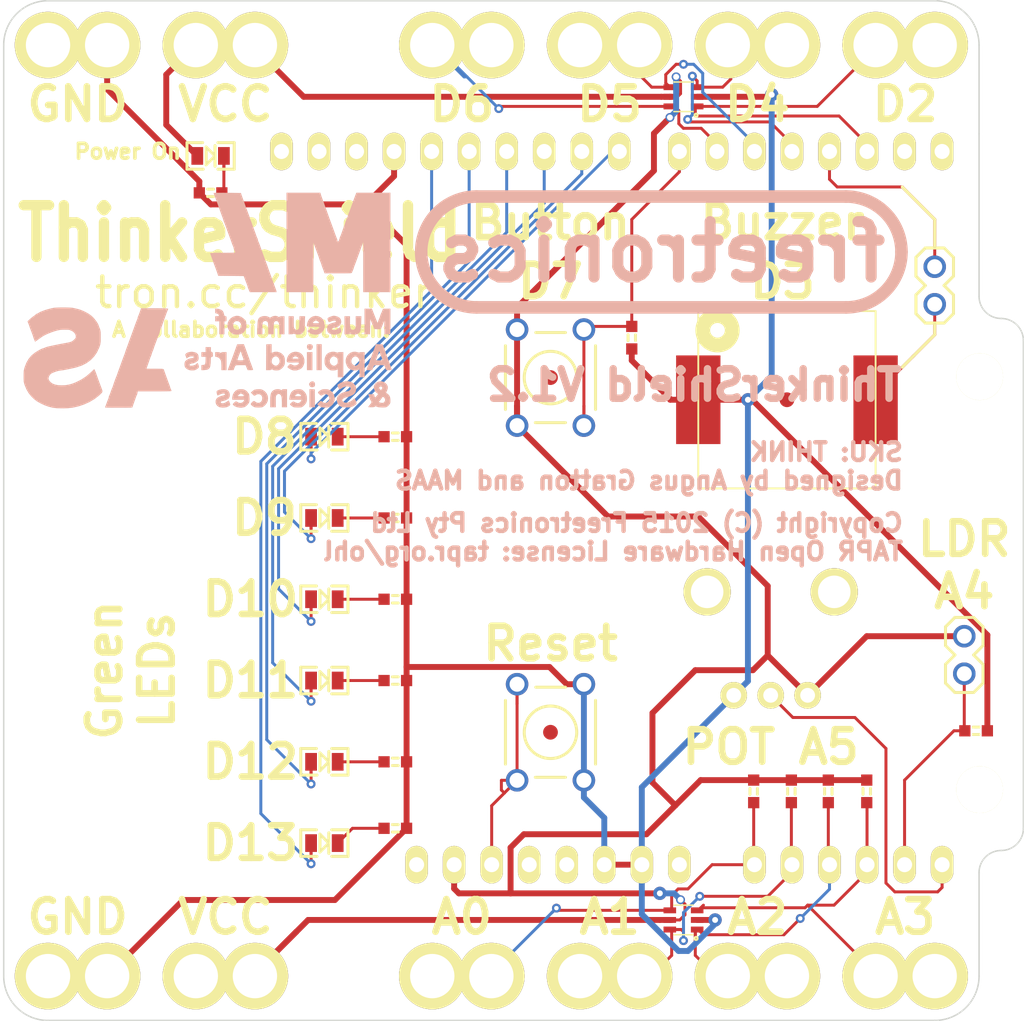
<source format=kicad_pcb>
(kicad_pcb (version 20171130) (host pcbnew "(5.1.12)-1")

  (general
    (thickness 1.6)
    (drawings 53)
    (tracks 420)
    (zones 0)
    (modules 48)
    (nets 30)
  )

  (page A4)
  (layers
    (0 F.Cu signal)
    (31 B.Cu signal)
    (32 B.Adhes user hide)
    (33 F.Adhes user hide)
    (34 B.Paste user hide)
    (35 F.Paste user hide)
    (36 B.SilkS user hide)
    (37 F.SilkS user hide)
    (38 B.Mask user hide)
    (39 F.Mask user hide)
    (40 Dwgs.User user hide)
    (41 Cmts.User user hide)
    (42 Eco1.User user hide)
    (43 Eco2.User user hide)
    (44 Edge.Cuts user)
    (45 Margin user hide)
    (46 B.CrtYd user hide)
    (47 F.CrtYd user hide)
    (48 B.Fab user hide)
    (49 F.Fab user hide)
  )

  (setup
    (last_trace_width 0.2)
    (user_trace_width 0.2)
    (user_trace_width 0.3)
    (user_trace_width 0.4)
    (trace_clearance 0.2)
    (zone_clearance 0.3)
    (zone_45_only no)
    (trace_min 0.2)
    (via_size 0.6)
    (via_drill 0.3)
    (via_min_size 0.6)
    (via_min_drill 0.3)
    (user_via 0.6 0.3)
    (uvia_size 0.508)
    (uvia_drill 0.127)
    (uvias_allowed no)
    (uvia_min_size 0.508)
    (uvia_min_drill 0.127)
    (edge_width 0.1)
    (segment_width 0.2)
    (pcb_text_width 0.3)
    (pcb_text_size 1.5 1.5)
    (mod_edge_width 0.15)
    (mod_text_size 1 1)
    (mod_text_width 0.15)
    (pad_size 4.5 4.5)
    (pad_drill 3)
    (pad_to_mask_clearance 0)
    (aux_axis_origin 0 0)
    (visible_elements 7FFFFFFF)
    (pcbplotparams
      (layerselection 0x010fc_80000001)
      (usegerberextensions true)
      (usegerberattributes true)
      (usegerberadvancedattributes true)
      (creategerberjobfile true)
      (excludeedgelayer true)
      (linewidth 0.100000)
      (plotframeref false)
      (viasonmask false)
      (mode 1)
      (useauxorigin false)
      (hpglpennumber 1)
      (hpglpenspeed 20)
      (hpglpendiameter 15.000000)
      (psnegative false)
      (psa4output false)
      (plotreference false)
      (plotvalue false)
      (plotinvisibletext false)
      (padsonsilk false)
      (subtractmaskfromsilk false)
      (outputformat 1)
      (mirror false)
      (drillshape 0)
      (scaleselection 1)
      (outputdirectory "output/"))
  )

  (net 0 "")
  (net 1 GND)
  (net 2 /A0)
  (net 3 /A1)
  (net 4 /A2)
  (net 5 /A3)
  (net 6 IORef)
  (net 7 /D2)
  (net 8 /D4)
  (net 9 /D5)
  (net 10 /D6)
  (net 11 /D3)
  (net 12 /BUZZER)
  (net 13 /D8)
  (net 14 "Net-(LED1-PadK)")
  (net 15 /D9)
  (net 16 "Net-(LED2-PadK)")
  (net 17 /D10)
  (net 18 "Net-(LED3-PadK)")
  (net 19 /D11)
  (net 20 "Net-(LED4-PadK)")
  (net 21 /D12)
  (net 22 "Net-(LED5-PadK)")
  (net 23 /D13)
  (net 24 /A4)
  (net 25 /D7)
  (net 26 /A5)
  (net 27 "Net-(SHIELD1-PadRST)")
  (net 28 "Net-(LED6-PadK)")
  (net 29 "Net-(LED7-PadK)")

  (net_class Default "This is the default net class."
    (clearance 0.2)
    (trace_width 0.2)
    (via_dia 0.6)
    (via_drill 0.3)
    (uvia_dia 0.508)
    (uvia_drill 0.127)
    (add_net /A0)
    (add_net /A1)
    (add_net /A2)
    (add_net /A3)
    (add_net /A4)
    (add_net /A5)
    (add_net /BUZZER)
    (add_net /D10)
    (add_net /D11)
    (add_net /D12)
    (add_net /D13)
    (add_net /D2)
    (add_net /D3)
    (add_net /D4)
    (add_net /D5)
    (add_net /D6)
    (add_net /D7)
    (add_net /D8)
    (add_net /D9)
    (add_net "Net-(LED1-PadK)")
    (add_net "Net-(LED2-PadK)")
    (add_net "Net-(LED3-PadK)")
    (add_net "Net-(LED4-PadK)")
    (add_net "Net-(LED5-PadK)")
    (add_net "Net-(LED6-PadK)")
    (add_net "Net-(LED7-PadK)")
    (add_net "Net-(SHIELD1-PadRST)")
  )

  (net_class Power ""
    (clearance 0.2)
    (trace_width 0.4)
    (via_dia 0.9)
    (via_drill 0.4)
    (uvia_dia 0.508)
    (uvia_drill 0.127)
    (add_net GND)
    (add_net IORef)
  )

  (module FT:BUZZER-12X12-SMT (layer F.Cu) (tedit 556FAC26) (tstamp 54894959)
    (at 221 71)
    (tags "buzzer piezo")
    (path /5489A39C)
    (fp_text reference U1 (at -2.413 0 90) (layer Eco1.User)
      (effects (font (size 0.6 0.6) (thickness 0.1)))
    )
    (fp_text value BUZZER (at 1.651 0 90) (layer Eco1.User)
      (effects (font (size 0.6 0.6) (thickness 0.1)))
    )
    (fp_circle (center -4.699 -4.699) (end -4.20116 -4.699) (layer F.SilkS) (width 0.99822))
    (fp_line (start 5.99948 -5.99948) (end -5.99948 -5.99948) (layer Cmts.User) (width 0.127))
    (fp_line (start 5.99948 5.99948) (end 5.99948 -5.99948) (layer Cmts.User) (width 0.127))
    (fp_line (start -5.99948 5.99948) (end 5.99948 5.99948) (layer Cmts.User) (width 0.127))
    (fp_line (start -5.99948 -5.99948) (end -5.99948 5.99948) (layer Cmts.User) (width 0.127))
    (fp_line (start 5.99948 -5.99948) (end -5.99948 -5.99948) (layer F.SilkS) (width 0.127))
    (fp_line (start 5.99948 5.99948) (end 5.99948 -5.99948) (layer F.SilkS) (width 0.127))
    (fp_line (start -5.99948 5.99948) (end 5.99948 5.99948) (layer F.SilkS) (width 0.127))
    (fp_line (start -5.99948 -5.99948) (end -5.99948 5.99948) (layer F.SilkS) (width 0.127))
    (pad 1 smd rect (at -5.99948 0) (size 2.99974 5.99948) (layers F.Cu F.Paste F.Mask)
      (net 1 GND))
    (pad 2 smd rect (at 5.99948 0) (size 2.99974 5.99948) (layers F.Cu F.Paste F.Mask)
      (net 12 /BUZZER))
  )

  (module POT_RV09_VERT (layer F.Cu) (tedit 556FA948) (tstamp 555DD5C2)
    (at 219.9 84)
    (path /5489015A)
    (fp_text reference VR1 (at 0 4.5) (layer Eco1.User)
      (effects (font (size 1 1) (thickness 0.15)))
    )
    (fp_text value 10K (at 0 2) (layer Eco1.User) hide
      (effects (font (size 1 1) (thickness 0.15)))
    )
    (fp_line (start 4.9 -5.5) (end 4.9 -2) (layer Cmts.User) (width 0.15))
    (fp_line (start -4.9 -5.5) (end 4.9 -5.5) (layer Cmts.User) (width 0.15))
    (fp_line (start -4.9 -2) (end -4.9 -5.5) (layer Cmts.User) (width 0.15))
    (fp_line (start -4.9 5.5) (end -3.8 6.6) (layer Cmts.User) (width 0.15))
    (fp_line (start -4.9 2) (end -4.9 5.5) (layer Cmts.User) (width 0.15))
    (fp_line (start 3.8 6.6) (end 4.8 5.5) (layer Cmts.User) (width 0.15))
    (fp_line (start 4.8 5.5) (end 4.8 2) (layer Cmts.User) (width 0.15))
    (pad "" thru_hole circle (at -4.3 0) (size 3.2 3.2) (drill 2.2) (layers *.Cu *.Mask F.SilkS))
    (pad "" thru_hole circle (at 4.3 0) (size 3.2 3.2) (drill 2.2) (layers *.Cu *.Mask F.SilkS))
    (pad W thru_hole circle (at 0 7) (size 1.8 1.8) (drill 1) (layers *.Cu *.Mask F.SilkS)
      (net 26 /A5))
    (pad 1 thru_hole circle (at -2.5 7) (size 1.8 1.8) (drill 1) (layers *.Cu *.Mask F.SilkS)
      (net 1 GND))
    (pad 2 thru_hole circle (at 2.5 7) (size 1.8 1.8) (drill 1) (layers *.Cu *.Mask F.SilkS)
      (net 6 IORef))
  )

  (module SOT363 (layer F.Cu) (tedit 556F9269) (tstamp 5489C9E7)
    (at 214 50.5 90)
    (path /555C4EB6)
    (solder_paste_ratio -0.1)
    (clearance 0.15)
    (fp_text reference TV2 (at 0 -2.25 90) (layer Eco1.User)
      (effects (font (size 0.6 0.6) (thickness 0.1)))
    )
    (fp_text value SMF05C (at -1.5 2.5) (layer Eco1.User) hide
      (effects (font (size 0.6 0.6) (thickness 0.1)))
    )
    (fp_circle (center -1.25 0.85) (end -1.25 0.75) (layer F.SilkS) (width 0.15))
    (fp_line (start -1 0.65) (end -1 -0.65) (layer F.SilkS) (width 0.1))
    (fp_line (start 1 -0.65) (end 1 0.65) (layer F.SilkS) (width 0.1))
    (pad 1 smd rect (at -0.65 0.925 90) (size 0.4 0.85) (layers F.Cu F.Paste F.Mask)
      (net 7 /D2) (solder_paste_margin_ratio -0.1))
    (pad 2 smd rect (at 0 0.925 90) (size 0.4 0.85) (layers F.Cu F.Paste F.Mask)
      (net 1 GND))
    (pad 3 smd rect (at 0.65 0.925 90) (size 0.4 0.85) (layers F.Cu F.Paste F.Mask)
      (net 8 /D4))
    (pad 4 smd rect (at 0.65 -0.925 90) (size 0.4 0.85) (layers F.Cu F.Paste F.Mask)
      (net 9 /D5))
    (pad 5 smd rect (at 0 -0.925 90) (size 0.4 0.85) (layers F.Cu F.Paste F.Mask)
      (net 6 IORef))
    (pad 6 smd rect (at -0.65 -0.925 90) (size 0.4 0.85) (layers F.Cu F.Paste F.Mask)
      (net 10 /D6))
  )

  (module FT:1X02 (layer F.Cu) (tedit 556F923C) (tstamp 54894816)
    (at 231 62 270)
    (path /5489AAE5)
    (fp_text reference JP13 (at 1.5 -1.5 270) (layer Eco1.User)
      (effects (font (size 0.6 0.6) (thickness 0.1)))
    )
    (fp_text value JUMPER2 (at 1.4 1.8 270) (layer Eco1.User) hide
      (effects (font (size 1.27 1.27) (thickness 0.1016)))
    )
    (fp_line (start 3.81 -0.635) (end 3.81 0.635) (layer F.SilkS) (width 0.2032))
    (fp_line (start 0.635 1.27) (end -0.635 1.27) (layer F.SilkS) (width 0.2032))
    (fp_line (start -1.27 0.635) (end -0.635 1.27) (layer F.SilkS) (width 0.2032))
    (fp_line (start -0.635 -1.27) (end -1.27 -0.635) (layer F.SilkS) (width 0.2032))
    (fp_line (start -1.27 -0.635) (end -1.27 0.635) (layer F.SilkS) (width 0.2032))
    (fp_line (start 1.905 1.27) (end 1.27 0.635) (layer F.SilkS) (width 0.2032))
    (fp_line (start 3.175 1.27) (end 1.905 1.27) (layer F.SilkS) (width 0.2032))
    (fp_line (start 3.81 0.635) (end 3.175 1.27) (layer F.SilkS) (width 0.2032))
    (fp_line (start 3.175 -1.27) (end 3.81 -0.635) (layer F.SilkS) (width 0.2032))
    (fp_line (start 1.905 -1.27) (end 3.175 -1.27) (layer F.SilkS) (width 0.2032))
    (fp_line (start 1.27 -0.635) (end 1.905 -1.27) (layer F.SilkS) (width 0.2032))
    (fp_line (start 1.27 0.635) (end 0.635 1.27) (layer F.SilkS) (width 0.2032))
    (fp_line (start 0.635 -1.27) (end 1.27 -0.635) (layer F.SilkS) (width 0.2032))
    (fp_line (start -0.635 -1.27) (end 0.635 -1.27) (layer F.SilkS) (width 0.2032))
    (pad 1 thru_hole oval (at 0 0) (size 1.524 1.524) (drill 1.016) (layers *.Cu *.Mask)
      (net 11 /D3))
    (pad 2 thru_hole oval (at 2.54 0) (size 1.524 1.524) (drill 1.016) (layers *.Cu *.Mask)
      (net 12 /BUZZER))
  )

  (module FT:LED-0805 (layer F.Cu) (tedit 5476B272) (tstamp 54894827)
    (at 189.7 73.5)
    (path /5488F250)
    (fp_text reference LED1 (at 0 1.2) (layer Eco1.User)
      (effects (font (size 0.65 0.65) (thickness 0.15)))
    )
    (fp_text value GREEN (at 0 1.8) (layer Eco1.User)
      (effects (font (size 0.4 0.4) (thickness 0.05)))
    )
    (fp_line (start -0.29972 0.59944) (end 0.29972 0) (layer F.SilkS) (width 0.2032))
    (fp_line (start -0.29972 -0.59944) (end -0.29972 0.59944) (layer F.SilkS) (width 0.2032))
    (fp_line (start 0.29972 0) (end -0.29972 -0.59944) (layer F.SilkS) (width 0.2032))
    (fp_line (start 0.29972 0) (end 0.29972 0.6985) (layer F.SilkS) (width 0.2032))
    (fp_line (start 0.29972 -0.6985) (end 0.29972 0) (layer F.SilkS) (width 0.2032))
    (fp_line (start 1.59766 0.89916) (end 0.49784 0.89916) (layer F.SilkS) (width 0.2032))
    (fp_line (start 1.59766 -0.89916) (end 1.59766 0.89916) (layer F.SilkS) (width 0.2032))
    (fp_line (start 0.49784 -0.89916) (end 1.59766 -0.89916) (layer F.SilkS) (width 0.2032))
    (fp_line (start -1.59766 0.89916) (end -0.49784 0.89916) (layer F.SilkS) (width 0.2032))
    (fp_line (start -1.59766 -0.89916) (end -1.59766 0.89916) (layer F.SilkS) (width 0.2032))
    (fp_line (start -0.53848 -0.89916) (end -1.59766 -0.89916) (layer F.SilkS) (width 0.2032))
    (pad A smd rect (at -0.89916 0) (size 0.79756 1.19888) (layers F.Cu F.Paste F.Mask)
      (net 13 /D8))
    (pad K smd rect (at 0.89916 0) (size 0.79756 1.19888) (layers F.Cu F.Paste F.Mask)
      (net 14 "Net-(LED1-PadK)"))
  )

  (module FT:LED-0805 (layer F.Cu) (tedit 55DE8EB1) (tstamp 55BEB3DA)
    (at 189.7 79)
    (path /5488F9F5)
    (fp_text reference LED2 (at 0.1 1.6) (layer Eco1.User)
      (effects (font (size 0.65 0.65) (thickness 0.15)))
    )
    (fp_text value GREEN (at 0 1.8) (layer Eco1.User)
      (effects (font (size 0.4 0.4) (thickness 0.05)))
    )
    (fp_line (start -0.29972 0.59944) (end 0.29972 0) (layer F.SilkS) (width 0.2032))
    (fp_line (start -0.29972 -0.59944) (end -0.29972 0.59944) (layer F.SilkS) (width 0.2032))
    (fp_line (start 0.29972 0) (end -0.29972 -0.59944) (layer F.SilkS) (width 0.2032))
    (fp_line (start 0.29972 0) (end 0.29972 0.6985) (layer F.SilkS) (width 0.2032))
    (fp_line (start 0.29972 -0.6985) (end 0.29972 0) (layer F.SilkS) (width 0.2032))
    (fp_line (start 1.59766 0.89916) (end 0.49784 0.89916) (layer F.SilkS) (width 0.2032))
    (fp_line (start 1.59766 -0.89916) (end 1.59766 0.89916) (layer F.SilkS) (width 0.2032))
    (fp_line (start 0.49784 -0.89916) (end 1.59766 -0.89916) (layer F.SilkS) (width 0.2032))
    (fp_line (start -1.59766 0.89916) (end -0.49784 0.89916) (layer F.SilkS) (width 0.2032))
    (fp_line (start -1.59766 -0.89916) (end -1.59766 0.89916) (layer F.SilkS) (width 0.2032))
    (fp_line (start -0.53848 -0.89916) (end -1.59766 -0.89916) (layer F.SilkS) (width 0.2032))
    (pad A smd rect (at -0.89916 0) (size 0.79756 1.19888) (layers F.Cu F.Paste F.Mask)
      (net 15 /D9))
    (pad K smd rect (at 0.89916 0) (size 0.79756 1.19888) (layers F.Cu F.Paste F.Mask)
      (net 16 "Net-(LED2-PadK)"))
  )

  (module FT:LED-0805 (layer F.Cu) (tedit 5476B272) (tstamp 55BEB3EC)
    (at 189.7 84.5)
    (path /5488FAA6)
    (fp_text reference LED3 (at 0 1.2) (layer Eco1.User)
      (effects (font (size 0.65 0.65) (thickness 0.15)))
    )
    (fp_text value GREEN (at 0 1.8) (layer Eco1.User)
      (effects (font (size 0.4 0.4) (thickness 0.05)))
    )
    (fp_line (start -0.29972 0.59944) (end 0.29972 0) (layer F.SilkS) (width 0.2032))
    (fp_line (start -0.29972 -0.59944) (end -0.29972 0.59944) (layer F.SilkS) (width 0.2032))
    (fp_line (start 0.29972 0) (end -0.29972 -0.59944) (layer F.SilkS) (width 0.2032))
    (fp_line (start 0.29972 0) (end 0.29972 0.6985) (layer F.SilkS) (width 0.2032))
    (fp_line (start 0.29972 -0.6985) (end 0.29972 0) (layer F.SilkS) (width 0.2032))
    (fp_line (start 1.59766 0.89916) (end 0.49784 0.89916) (layer F.SilkS) (width 0.2032))
    (fp_line (start 1.59766 -0.89916) (end 1.59766 0.89916) (layer F.SilkS) (width 0.2032))
    (fp_line (start 0.49784 -0.89916) (end 1.59766 -0.89916) (layer F.SilkS) (width 0.2032))
    (fp_line (start -1.59766 0.89916) (end -0.49784 0.89916) (layer F.SilkS) (width 0.2032))
    (fp_line (start -1.59766 -0.89916) (end -1.59766 0.89916) (layer F.SilkS) (width 0.2032))
    (fp_line (start -0.53848 -0.89916) (end -1.59766 -0.89916) (layer F.SilkS) (width 0.2032))
    (pad A smd rect (at -0.89916 0) (size 0.79756 1.19888) (layers F.Cu F.Paste F.Mask)
      (net 17 /D10))
    (pad K smd rect (at 0.89916 0) (size 0.79756 1.19888) (layers F.Cu F.Paste F.Mask)
      (net 18 "Net-(LED3-PadK)"))
  )

  (module FT:LED-0805 (layer F.Cu) (tedit 5476B272) (tstamp 55BEB3FE)
    (at 189.7 90)
    (path /5488FAB5)
    (fp_text reference LED4 (at 0 1.2) (layer Eco1.User)
      (effects (font (size 0.65 0.65) (thickness 0.15)))
    )
    (fp_text value GREEN (at 0 1.8) (layer Eco1.User)
      (effects (font (size 0.4 0.4) (thickness 0.05)))
    )
    (fp_line (start -0.29972 0.59944) (end 0.29972 0) (layer F.SilkS) (width 0.2032))
    (fp_line (start -0.29972 -0.59944) (end -0.29972 0.59944) (layer F.SilkS) (width 0.2032))
    (fp_line (start 0.29972 0) (end -0.29972 -0.59944) (layer F.SilkS) (width 0.2032))
    (fp_line (start 0.29972 0) (end 0.29972 0.6985) (layer F.SilkS) (width 0.2032))
    (fp_line (start 0.29972 -0.6985) (end 0.29972 0) (layer F.SilkS) (width 0.2032))
    (fp_line (start 1.59766 0.89916) (end 0.49784 0.89916) (layer F.SilkS) (width 0.2032))
    (fp_line (start 1.59766 -0.89916) (end 1.59766 0.89916) (layer F.SilkS) (width 0.2032))
    (fp_line (start 0.49784 -0.89916) (end 1.59766 -0.89916) (layer F.SilkS) (width 0.2032))
    (fp_line (start -1.59766 0.89916) (end -0.49784 0.89916) (layer F.SilkS) (width 0.2032))
    (fp_line (start -1.59766 -0.89916) (end -1.59766 0.89916) (layer F.SilkS) (width 0.2032))
    (fp_line (start -0.53848 -0.89916) (end -1.59766 -0.89916) (layer F.SilkS) (width 0.2032))
    (pad A smd rect (at -0.89916 0) (size 0.79756 1.19888) (layers F.Cu F.Paste F.Mask)
      (net 19 /D11))
    (pad K smd rect (at 0.89916 0) (size 0.79756 1.19888) (layers F.Cu F.Paste F.Mask)
      (net 20 "Net-(LED4-PadK)"))
  )

  (module FT:LED-0805 (layer F.Cu) (tedit 5476B272) (tstamp 55BEB410)
    (at 189.7 95.5)
    (path /5488FBE1)
    (fp_text reference LED5 (at 0 1.2) (layer Eco1.User)
      (effects (font (size 0.65 0.65) (thickness 0.15)))
    )
    (fp_text value GREEN (at 0 1.8) (layer Eco1.User)
      (effects (font (size 0.4 0.4) (thickness 0.05)))
    )
    (fp_line (start -0.29972 0.59944) (end 0.29972 0) (layer F.SilkS) (width 0.2032))
    (fp_line (start -0.29972 -0.59944) (end -0.29972 0.59944) (layer F.SilkS) (width 0.2032))
    (fp_line (start 0.29972 0) (end -0.29972 -0.59944) (layer F.SilkS) (width 0.2032))
    (fp_line (start 0.29972 0) (end 0.29972 0.6985) (layer F.SilkS) (width 0.2032))
    (fp_line (start 0.29972 -0.6985) (end 0.29972 0) (layer F.SilkS) (width 0.2032))
    (fp_line (start 1.59766 0.89916) (end 0.49784 0.89916) (layer F.SilkS) (width 0.2032))
    (fp_line (start 1.59766 -0.89916) (end 1.59766 0.89916) (layer F.SilkS) (width 0.2032))
    (fp_line (start 0.49784 -0.89916) (end 1.59766 -0.89916) (layer F.SilkS) (width 0.2032))
    (fp_line (start -1.59766 0.89916) (end -0.49784 0.89916) (layer F.SilkS) (width 0.2032))
    (fp_line (start -1.59766 -0.89916) (end -1.59766 0.89916) (layer F.SilkS) (width 0.2032))
    (fp_line (start -0.53848 -0.89916) (end -1.59766 -0.89916) (layer F.SilkS) (width 0.2032))
    (pad A smd rect (at -0.89916 0) (size 0.79756 1.19888) (layers F.Cu F.Paste F.Mask)
      (net 21 /D12))
    (pad K smd rect (at 0.89916 0) (size 0.79756 1.19888) (layers F.Cu F.Paste F.Mask)
      (net 22 "Net-(LED5-PadK)"))
  )

  (module FT:1X02 (layer F.Cu) (tedit 55DE8E1D) (tstamp 548948A7)
    (at 233 87 270)
    (path /54890428)
    (fp_text reference PH1 (at -1.8 0.2) (layer Eco1.User)
      (effects (font (size 0.6 0.6) (thickness 0.1)))
    )
    (fp_text value "LDR GL5516" (at 1.4 1.8 270) (layer Eco1.User) hide
      (effects (font (size 1.27 1.27) (thickness 0.1016)))
    )
    (fp_line (start 3.81 -0.635) (end 3.81 0.635) (layer F.SilkS) (width 0.2032))
    (fp_line (start 0.635 1.27) (end -0.635 1.27) (layer F.SilkS) (width 0.2032))
    (fp_line (start -1.27 0.635) (end -0.635 1.27) (layer F.SilkS) (width 0.2032))
    (fp_line (start -0.635 -1.27) (end -1.27 -0.635) (layer F.SilkS) (width 0.2032))
    (fp_line (start -1.27 -0.635) (end -1.27 0.635) (layer F.SilkS) (width 0.2032))
    (fp_line (start 1.905 1.27) (end 1.27 0.635) (layer F.SilkS) (width 0.2032))
    (fp_line (start 3.175 1.27) (end 1.905 1.27) (layer F.SilkS) (width 0.2032))
    (fp_line (start 3.81 0.635) (end 3.175 1.27) (layer F.SilkS) (width 0.2032))
    (fp_line (start 3.175 -1.27) (end 3.81 -0.635) (layer F.SilkS) (width 0.2032))
    (fp_line (start 1.905 -1.27) (end 3.175 -1.27) (layer F.SilkS) (width 0.2032))
    (fp_line (start 1.27 -0.635) (end 1.905 -1.27) (layer F.SilkS) (width 0.2032))
    (fp_line (start 1.27 0.635) (end 0.635 1.27) (layer F.SilkS) (width 0.2032))
    (fp_line (start 0.635 -1.27) (end 1.27 -0.635) (layer F.SilkS) (width 0.2032))
    (fp_line (start -0.635 -1.27) (end 0.635 -1.27) (layer F.SilkS) (width 0.2032))
    (pad 1 thru_hole oval (at 0 0) (size 1.524 1.524) (drill 1.016) (layers *.Cu *.Mask)
      (net 6 IORef))
    (pad 2 thru_hole oval (at 2.54 0) (size 1.524 1.524) (drill 1.016) (layers *.Cu *.Mask)
      (net 24 /A4))
  )

  (module FT:0603 (layer F.Cu) (tedit 556F922E) (tstamp 548948AF)
    (at 233.8 93.4)
    (path /54890450)
    (attr smd)
    (fp_text reference R1 (at -0.1 -0.7) (layer Eco1.User)
      (effects (font (size 0.65 0.65) (thickness 0.15)))
    )
    (fp_text value 1K (at -0.05 1.35) (layer Eco1.User) hide
      (effects (font (size 1 1) (thickness 0.2)))
    )
    (fp_line (start -0.20066 -0.25146) (end 0.20066 -0.25146) (layer F.SilkS) (width 0.20066))
    (fp_line (start -0.20066 0.25146) (end 0.20066 0.25146) (layer F.SilkS) (width 0.20066))
    (pad 1 smd rect (at -0.762 0) (size 0.762 0.762) (layers F.Cu F.Paste F.Mask)
      (net 24 /A4))
    (pad 2 smd rect (at 0.762 0) (size 0.762 0.762) (layers F.Cu F.Paste F.Mask)
      (net 1 GND))
    (model smd\resistors\R0603.wrl
      (offset (xyz 0 0 0.02539999961853028))
      (scale (xyz 0.5 0.5 0.5))
      (rotate (xyz 0 0 0))
    )
  )

  (module FT:0603 (layer F.Cu) (tedit 556F9249) (tstamp 548948B7)
    (at 210.5 66.8 270)
    (path /5489113D)
    (attr smd)
    (fp_text reference R2 (at -0.05 -1.5 270) (layer Eco1.User)
      (effects (font (size 1 1) (thickness 0.2)))
    )
    (fp_text value 10K (at -2.05 0) (layer Eco1.User) hide
      (effects (font (size 1 1) (thickness 0.2)))
    )
    (fp_line (start -0.20066 -0.25146) (end 0.20066 -0.25146) (layer F.SilkS) (width 0.20066))
    (fp_line (start -0.20066 0.25146) (end 0.20066 0.25146) (layer F.SilkS) (width 0.20066))
    (pad 1 smd rect (at -0.762 0 270) (size 0.762 0.762) (layers F.Cu F.Paste F.Mask)
      (net 25 /D7))
    (pad 2 smd rect (at 0.762 0 270) (size 0.762 0.762) (layers F.Cu F.Paste F.Mask)
      (net 1 GND))
    (model smd\resistors\R0603.wrl
      (offset (xyz 0 0 0.02539999961853028))
      (scale (xyz 0.5 0.5 0.5))
      (rotate (xyz 0 0 0))
    )
  )

  (module FT:ARDUINO_SHIELD locked (layer F.Cu) (tedit 556FAB9C) (tstamp 54894BA8)
    (at 168 105)
    (descr http://www.thingiverse.com/thing:9630)
    (path /5488EFEE)
    (fp_text reference SHIELD1 (at 5 -62) (layer F.SilkS) hide
      (effects (font (size 1.524 1.524) (thickness 0.3048)))
    )
    (fp_text value ARDUINO_SHIELD (at 10.16 -54.61) (layer F.SilkS) hide
      (effects (font (size 1.524 1.524) (thickness 0.3048)))
    )
    (fp_line (start 66.04 -2.54) (end 66.04 0) (layer Cmts.User) (width 0.381))
    (fp_line (start 68.58 -5.08) (end 66.04 -2.54) (layer Cmts.User) (width 0.381))
    (fp_line (start 68.58 -38.1) (end 68.58 -5.08) (layer Cmts.User) (width 0.381))
    (fp_line (start 66.04 -40.64) (end 68.58 -38.1) (layer Cmts.User) (width 0.381))
    (fp_line (start 0 0) (end 0 -53.34) (layer Cmts.User) (width 0.381))
    (fp_line (start 66.04 0) (end 0 0) (layer Cmts.User) (width 0.381))
    (fp_line (start 64.77 -53.34) (end 0 -53.34) (layer Cmts.User) (width 0.381))
    (fp_line (start 66.04 -52.07) (end 64.77 -53.34) (layer Cmts.User) (width 0.381))
    (fp_line (start 66.04 -40.64) (end 66.04 -52.07) (layer Cmts.User) (width 0.381))
    (pad AD5 thru_hole oval (at 63.5 -2.54 90) (size 2.54 1.524) (drill 1.016) (layers *.Cu *.Mask F.SilkS)
      (net 26 /A5))
    (pad AD4 thru_hole oval (at 60.96 -2.54 90) (size 2.54 1.524) (drill 1.016) (layers *.Cu *.Mask F.SilkS)
      (net 24 /A4))
    (pad AD3 thru_hole oval (at 58.42 -2.54 90) (size 2.54 1.524) (drill 1.016) (layers *.Cu *.Mask F.SilkS)
      (net 5 /A3))
    (pad AD0 thru_hole oval (at 50.8 -2.54 90) (size 2.54 1.524) (drill 1.016) (layers *.Cu *.Mask F.SilkS)
      (net 2 /A0))
    (pad AD1 thru_hole oval (at 53.34 -2.54 90) (size 2.54 1.524) (drill 1.016) (layers *.Cu *.Mask F.SilkS)
      (net 3 /A1))
    (pad AD2 thru_hole oval (at 55.88 -2.54 90) (size 2.54 1.524) (drill 1.016) (layers *.Cu *.Mask F.SilkS)
      (net 4 /A2))
    (pad V_IN thru_hole oval (at 45.72 -2.54 90) (size 2.54 1.524) (drill 1.016) (layers *.Cu *.Mask F.SilkS))
    (pad GND2 thru_hole oval (at 43.18 -2.54 90) (size 2.54 1.524) (drill 1.016) (layers *.Cu *.Mask F.SilkS)
      (net 1 GND))
    (pad GND1 thru_hole oval (at 40.64 -2.54 90) (size 2.54 1.524) (drill 1.016) (layers *.Cu *.Mask F.SilkS)
      (net 1 GND))
    (pad 3V3 thru_hole oval (at 35.56 -2.54 90) (size 2.54 1.524) (drill 1.016) (layers *.Cu *.Mask F.SilkS))
    (pad RST thru_hole oval (at 33.02 -2.54 90) (size 2.54 1.524) (drill 1.016) (layers *.Cu *.Mask F.SilkS)
      (net 27 "Net-(SHIELD1-PadRST)"))
    (pad 0 thru_hole oval (at 63.5 -50.8 90) (size 2.54 1.524) (drill 1.016) (layers *.Cu *.Mask F.SilkS))
    (pad 1 thru_hole oval (at 60.96 -50.8 90) (size 2.54 1.524) (drill 1.016) (layers *.Cu *.Mask F.SilkS))
    (pad 2 thru_hole oval (at 58.42 -50.8 90) (size 2.54 1.524) (drill 1.016) (layers *.Cu *.Mask F.SilkS)
      (net 7 /D2))
    (pad 3 thru_hole oval (at 55.88 -50.8 90) (size 2.54 1.524) (drill 1.016) (layers *.Cu *.Mask F.SilkS)
      (net 11 /D3))
    (pad 4 thru_hole oval (at 53.34 -50.8 90) (size 2.54 1.524) (drill 1.016) (layers *.Cu *.Mask F.SilkS)
      (net 8 /D4))
    (pad 5 thru_hole oval (at 50.8 -50.8 90) (size 2.54 1.524) (drill 1.016) (layers *.Cu *.Mask F.SilkS)
      (net 9 /D5))
    (pad 6 thru_hole oval (at 48.26 -50.8 90) (size 2.54 1.524) (drill 1.016) (layers *.Cu *.Mask F.SilkS)
      (net 10 /D6))
    (pad 7 thru_hole oval (at 45.72 -50.8 90) (size 2.54 1.524) (drill 1.016) (layers *.Cu *.Mask F.SilkS)
      (net 25 /D7))
    (pad 8 thru_hole oval (at 41.656 -50.8 90) (size 2.54 1.524) (drill 1.016) (layers *.Cu *.Mask F.SilkS)
      (net 13 /D8))
    (pad 9 thru_hole oval (at 39.116 -50.8 90) (size 2.54 1.524) (drill 1.016) (layers *.Cu *.Mask F.SilkS)
      (net 15 /D9))
    (pad 10 thru_hole oval (at 36.576 -50.8 90) (size 2.54 1.524) (drill 1.016) (layers *.Cu *.Mask F.SilkS)
      (net 17 /D10))
    (pad 11 thru_hole oval (at 34.036 -50.8 90) (size 2.54 1.524) (drill 1.016) (layers *.Cu *.Mask F.SilkS)
      (net 19 /D11))
    (pad 12 thru_hole oval (at 31.496 -50.8 90) (size 2.54 1.524) (drill 1.016) (layers *.Cu *.Mask F.SilkS)
      (net 21 /D12))
    (pad 13 thru_hole oval (at 28.956 -50.8 90) (size 2.54 1.524) (drill 1.016) (layers *.Cu *.Mask F.SilkS)
      (net 23 /D13))
    (pad GND3 thru_hole oval (at 26.416 -50.8 90) (size 2.54 1.524) (drill 1.016) (layers *.Cu *.Mask F.SilkS)
      (net 1 GND))
    (pad AREF thru_hole oval (at 23.876 -50.8 90) (size 2.54 1.524) (drill 1.016) (layers *.Cu *.Mask F.SilkS))
    (pad 5V thru_hole oval (at 38.1 -2.54 90) (size 2.54 1.524) (drill 1.016) (layers *.Cu *.Mask F.SilkS))
    (pad "" np_thru_hole circle (at 66.04 -7.62 90) (size 3.175 3.175) (drill 3.175) (layers *.Cu *.Mask F.SilkS))
    (pad "" np_thru_hole circle (at 66.04 -35.56 90) (size 3.175 3.175) (drill 3.175) (layers *.Cu *.Mask F.SilkS))
    (pad SDA thru_hole oval (at 21.336 -50.8 90) (size 2.54 1.524) (drill 1.016) (layers *.Cu *.Mask F.SilkS))
    (pad SCL thru_hole oval (at 18.796 -50.8 90) (size 2.54 1.524) (drill 1.016) (layers *.Cu *.Mask F.SilkS))
    (pad IO_R thru_hole oval (at 30.48 -2.54 90) (size 2.54 1.524) (drill 1.016) (layers *.Cu *.Mask F.SilkS)
      (net 6 IORef))
    (pad NC thru_hole oval (at 27.94 -2.54 90) (size 2.54 1.524) (drill 1.016) (layers *.Cu *.Mask F.SilkS))
  )

  (module TS:MAAS_logo_small_SolderMask (layer F.Cu) (tedit 5524AEE2) (tstamp 55321BE2)
    (at 176 74)
    (fp_text reference G***_2 (at 0 0) (layer F.SilkS) hide
      (effects (font (size 1.524 1.524) (thickness 0.3)))
    )
    (fp_text value LOGO (at 0.75 0) (layer F.SilkS) hide
      (effects (font (size 1.524 1.524) (thickness 0.3)))
    )
    (fp_poly (pts (xy 3.587986 -2.716892) (xy 3.58 -2.694933) (xy 3.561105 -2.643054) (xy 3.532818 -2.565427)
      (xy 3.496662 -2.46622) (xy 3.454154 -2.349605) (xy 3.406816 -2.219753) (xy 3.373091 -2.12725)
      (xy 3.166378 -1.560285) (xy 2.50157 -1.560285) (xy 1.836761 -1.560285) (xy 1.724574 -1.256392)
      (xy 1.68483 -1.14838) (xy 1.646359 -1.043194) (xy 1.612227 -0.949257) (xy 1.585497 -0.874994)
      (xy 1.572789 -0.839107) (xy 1.533192 -0.725714) (xy 0.841513 -0.725714) (xy 0.149835 -0.725714)
      (xy 1.037155 -3.161392) (xy 1.14199 -3.44918) (xy 1.243934 -3.72906) (xy 1.342242 -3.998989)
      (xy 1.43617 -4.256922) (xy 1.524974 -4.500814) (xy 1.607909 -4.728621) (xy 1.684232 -4.938299)
      (xy 1.753198 -5.127802) (xy 1.814064 -5.295087) (xy 1.866084 -5.438108) (xy 1.908515 -5.554822)
      (xy 1.940613 -5.643183) (xy 1.961634 -5.701147) (xy 1.970017 -5.724377) (xy 1.993821 -5.788648)
      (xy 2.014313 -5.839942) (xy 2.027449 -5.86819) (xy 2.028315 -5.86952) (xy 2.050107 -5.874316)
      (xy 2.106863 -5.877855) (xy 2.197286 -5.88012) (xy 2.320075 -5.881094) (xy 2.473932 -5.880761)
      (xy 2.657557 -5.879105) (xy 2.723008 -5.878285) (xy 3.404946 -5.869214) (xy 2.84572 -4.336142)
      (xy 2.763213 -4.109925) (xy 2.684146 -3.893081) (xy 2.609421 -3.688083) (xy 2.539937 -3.497404)
      (xy 2.476596 -3.323517) (xy 2.420296 -3.168894) (xy 2.371939 -3.036009) (xy 2.332425 -2.927333)
      (xy 2.302654 -2.84534) (xy 2.283527 -2.792503) (xy 2.275953 -2.771321) (xy 2.275013 -2.763064)
      (xy 2.280485 -2.756373) (xy 2.295744 -2.751085) (xy 2.324167 -2.747034) (xy 2.369131 -2.744059)
      (xy 2.434012 -2.741994) (xy 2.522186 -2.740677) (xy 2.637031 -2.739943) (xy 2.781922 -2.73963)
      (xy 2.93079 -2.739571) (xy 3.110222 -2.739329) (xy 3.2562 -2.738537) (xy 3.371553 -2.737099)
      (xy 3.459109 -2.734916) (xy 3.521698 -2.731891) (xy 3.562147 -2.727926) (xy 3.583287 -2.722924)
      (xy 3.587986 -2.716892)) (layer F.Mask) (width 0.1))
    (fp_poly (pts (xy -0.399143 -0.725714) (xy -1.088454 -0.725714) (xy -1.777765 -0.725714) (xy -1.782418 -2.054678)
      (xy -1.787072 -3.383642) (xy -2.0955 -2.535589) (xy -2.403929 -1.687535) (xy -3.095486 -1.68741)
      (xy -3.787043 -1.687285) (xy -4.093343 -2.530095) (xy -4.399643 -3.372906) (xy -4.404297 -2.04931)
      (xy -4.40895 -0.725714) (xy -5.107332 -0.725714) (xy -5.805715 -0.725714) (xy -5.805715 -3.311245)
      (xy -5.805715 -5.896777) (xy -4.930945 -5.892067) (xy -4.056176 -5.887357) (xy -3.581081 -4.584362)
      (xy -3.505282 -4.376663) (xy -3.432998 -4.178965) (xy -3.365202 -3.993901) (xy -3.302863 -3.824105)
      (xy -3.246953 -3.672212) (xy -3.198445 -3.540854) (xy -3.158308 -3.432666) (xy -3.127514 -3.350282)
      (xy -3.107034 -3.296336) (xy -3.097839 -3.273462) (xy -3.097494 -3.272874) (xy -3.095724 -3.27151)
      (xy -3.093434 -3.27234) (xy -3.089853 -3.277441) (xy -3.084208 -3.28889) (xy -3.075725 -3.308766)
      (xy -3.063634 -3.339145) (xy -3.04716 -3.382105) (xy -3.025532 -3.439723) (xy -2.997977 -3.514078)
      (xy -2.963722 -3.607246) (xy -2.921995 -3.721305) (xy -2.872023 -3.858333) (xy -2.813035 -4.020406)
      (xy -2.744256 -4.209604) (xy -2.664915 -4.428002) (xy -2.574239 -4.677678) (xy -2.538561 -4.775926)
      (xy -2.131786 -5.896067) (xy -1.265465 -5.896248) (xy -0.399143 -5.896428) (xy -0.399143 -3.311071)
      (xy -0.399143 -0.725714)) (layer F.Mask) (width 0.1))
    (fp_poly (pts (xy 1.469571 5.667737) (xy 1.452086 5.670196) (xy 1.402264 5.672463) (xy 1.324053 5.674475)
      (xy 1.2214 5.676168) (xy 1.098254 5.677481) (xy 0.958564 5.678348) (xy 0.806276 5.678708)
      (xy 0.782863 5.678715) (xy 0.096155 5.678715) (xy -0.054429 5.261429) (xy -0.205013 4.844143)
      (xy -1.082221 4.844143) (xy -1.256758 4.843858) (xy -1.419739 4.843042) (xy -1.56767 4.841749)
      (xy -1.697058 4.840038) (xy -1.804409 4.837966) (xy -1.886232 4.835587) (xy -1.939031 4.832961)
      (xy -1.959315 4.830142) (xy -1.959429 4.829912) (xy -1.953504 4.810717) (xy -1.936915 4.762369)
      (xy -1.911439 4.689802) (xy -1.878852 4.59795) (xy -1.840932 4.491746) (xy -1.799456 4.376124)
      (xy -1.7562 4.256018) (xy -1.712943 4.136361) (xy -1.671461 4.022087) (xy -1.633531 3.91813)
      (xy -1.600931 3.829422) (xy -1.575437 3.760899) (xy -1.558827 3.717492) (xy -1.557857 3.715058)
      (xy -1.537995 3.665472) (xy -1.088175 3.660629) (xy -0.638355 3.655786) (xy -1.196663 2.122715)
      (xy -1.279118 1.896236) (xy -1.358179 1.678957) (xy -1.432939 1.473371) (xy -1.502497 1.281971)
      (xy -1.565946 1.107249) (xy -1.622384 0.951698) (xy -1.670904 0.81781) (xy -1.710604 0.708078)
      (xy -1.740578 0.624994) (xy -1.759923 0.571051) (xy -1.767708 0.548822) (xy -1.780446 0.508)
      (xy -1.092529 0.508) (xy -0.404613 0.508001) (xy 0.532479 3.08238) (xy 0.639326 3.37598)
      (xy 0.742735 3.660276) (xy 0.84203 3.933397) (xy 0.936534 4.193478) (xy 1.025569 4.43865)
      (xy 1.108459 4.667046) (xy 1.184527 4.876798) (xy 1.253096 5.066038) (xy 1.313488 5.232898)
      (xy 1.365028 5.375511) (xy 1.407037 5.49201) (xy 1.438839 5.580526) (xy 1.459757 5.639191)
      (xy 1.469115 5.666139) (xy 1.469571 5.667737)) (layer F.Mask) (width 0.1))
    (fp_poly (pts (xy 5.757373 4.027455) (xy 5.747201 4.239579) (xy 5.711425 4.442561) (xy 5.680097 4.548946)
      (xy 5.598864 4.740224) (xy 5.489806 4.918174) (xy 5.348951 5.08914) (xy 5.327997 5.111289)
      (xy 5.140335 5.280709) (xy 4.928604 5.42363) (xy 4.694109 5.539485) (xy 4.438158 5.627711)
      (xy 4.162056 5.687743) (xy 3.931052 5.714824) (xy 3.841822 5.7214) (xy 3.766316 5.726527)
      (xy 3.711537 5.729762) (xy 3.684487 5.730662) (xy 3.683 5.730517) (xy 3.662179 5.728122)
      (xy 3.613342 5.723703) (xy 3.544657 5.717975) (xy 3.4925 5.713831) (xy 3.22579 5.680042)
      (xy 2.956693 5.621429) (xy 2.693085 5.54063) (xy 2.442844 5.440283) (xy 2.213846 5.323025)
      (xy 2.085733 5.242814) (xy 2.003229 5.183389) (xy 1.916765 5.115387) (xy 1.833742 5.045195)
      (xy 1.76156 4.979203) (xy 1.707623 4.9238) (xy 1.687893 4.899425) (xy 1.648957 4.844744)
      (xy 1.851733 4.286551) (xy 1.900705 4.152043) (xy 1.945798 4.028775) (xy 1.985508 3.920804)
      (xy 2.018335 3.832191) (xy 2.042777 3.766995) (xy 2.057332 3.729276) (xy 2.06076 3.721435)
      (xy 2.075648 3.730159) (xy 2.111094 3.759143) (xy 2.161429 3.803571) (xy 2.208256 3.846671)
      (xy 2.448778 4.051339) (xy 2.69572 4.22086) (xy 2.950557 4.356034) (xy 3.214765 4.457661)
      (xy 3.447143 4.518127) (xy 3.626548 4.545001) (xy 3.80043 4.551651) (xy 3.964323 4.539082)
      (xy 4.11376 4.508301) (xy 4.244275 4.460311) (xy 4.351402 4.396118) (xy 4.430674 4.316728)
      (xy 4.446476 4.29322) (xy 4.474638 4.217099) (xy 4.48075 4.12773) (xy 4.464965 4.040567)
      (xy 4.443507 3.993184) (xy 4.415135 3.951224) (xy 4.382852 3.915135) (xy 4.342992 3.883595)
      (xy 4.291887 3.855279) (xy 4.225872 3.828862) (xy 4.141279 3.803021) (xy 4.034442 3.776432)
      (xy 3.901693 3.74777) (xy 3.739366 3.715712) (xy 3.604514 3.690232) (xy 3.427894 3.657062)
      (xy 3.282431 3.629168) (xy 3.163561 3.605445) (xy 3.066722 3.584786) (xy 2.987351 3.566086)
      (xy 2.920884 3.548237) (xy 2.862758 3.530136) (xy 2.80841 3.510674) (xy 2.753278 3.488747)
      (xy 2.72566 3.477217) (xy 2.505983 3.365987) (xy 2.309266 3.22817) (xy 2.137405 3.06591)
      (xy 1.992296 2.881349) (xy 1.875836 2.67663) (xy 1.789923 2.453896) (xy 1.775642 2.403929)
      (xy 1.751531 2.280085) (xy 1.737694 2.13428) (xy 1.734145 1.978706) (xy 1.740898 1.825557)
      (xy 1.757969 1.687025) (xy 1.774711 1.610198) (xy 1.850331 1.397567) (xy 1.956221 1.203867)
      (xy 2.091144 1.030026) (xy 2.253866 0.876969) (xy 2.443151 0.745624) (xy 2.657764 0.636917)
      (xy 2.89647 0.551776) (xy 3.158034 0.491127) (xy 3.293206 0.470751) (xy 3.401221 0.461591)
      (xy 3.534758 0.457067) (xy 3.68381 0.456905) (xy 3.838367 0.460828) (xy 3.988421 0.468563)
      (xy 4.123962 0.479834) (xy 4.234984 0.494366) (xy 4.250124 0.497035) (xy 4.539401 0.567788)
      (xy 4.812586 0.669801) (xy 5.067619 0.802072) (xy 5.302442 0.963594) (xy 5.43231 1.073702)
      (xy 5.539692 1.171982) (xy 5.350134 1.690337) (xy 5.160576 2.208693) (xy 5.006895 2.093673)
      (xy 4.824879 1.970201) (xy 4.630582 1.861553) (xy 4.428649 1.768967) (xy 4.223728 1.693681)
      (xy 4.020465 1.636933) (xy 3.823505 1.59996) (xy 3.637496 1.584001) (xy 3.467083 1.590294)
      (xy 3.316913 1.620076) (xy 3.27825 1.633119) (xy 3.163653 1.688277) (xy 3.08209 1.75647)
      (xy 3.032098 1.839493) (xy 3.01221 1.939143) (xy 3.011714 1.959747) (xy 3.028365 2.057039)
      (xy 3.078131 2.139836) (xy 3.160735 2.207841) (xy 3.275899 2.260755) (xy 3.299019 2.268329)
      (xy 3.348111 2.281183) (xy 3.426198 2.298692) (xy 3.526495 2.319472) (xy 3.642219 2.342136)
      (xy 3.766586 2.365299) (xy 3.824805 2.375736) (xy 4.041998 2.415593) (xy 4.2284 2.453222)
      (xy 4.389313 2.490125) (xy 4.53004 2.527802) (xy 4.655882 2.567754) (xy 4.772143 2.611482)
      (xy 4.884125 2.660486) (xy 4.958613 2.696623) (xy 5.114039 2.789003) (xy 5.264545 2.905155)
      (xy 5.401127 3.036904) (xy 5.514786 3.176075) (xy 5.55638 3.239484) (xy 5.641445 3.412203)
      (xy 5.703777 3.60617) (xy 5.742659 3.813787) (xy 5.757373 4.027455)) (layer F.Mask) (width 0.1))
  )

  (module FT:LOGO_FREETRONICS_33mm (layer B.Cu) (tedit 5524B548) (tstamp 55272F1D)
    (at 212.5 61)
    (fp_text reference LOGO_FREETRONICS_2 (at -0.508 0) (layer B.SilkS) hide
      (effects (font (size 0.127 0.127) (thickness 0.03175)) (justify mirror))
    )
    (fp_text value val** (at 0.762 -0.254) (layer B.SilkS) hide
      (effects (font (size 0.127 0.127) (thickness 0.03175)) (justify mirror))
    )
    (fp_line (start 12.5 -3.75) (end -12.5 -3.75) (layer B.SilkS) (width 0.85))
    (fp_line (start -12.5 3.75) (end 12.5 3.75) (layer B.SilkS) (width 0.85))
    (fp_text user freetronics (at 0 0) (layer B.SilkS)
      (effects (font (size 3.75 3.75) (thickness 0.75)) (justify mirror))
    )
    (fp_arc (start 12.5 0) (end 12.5 3.75) (angle -90) (layer B.SilkS) (width 0.85))
    (fp_arc (start 12.5 0) (end 16.25 0) (angle -90) (layer B.SilkS) (width 0.85))
    (fp_arc (start -12.5 0) (end -12.5 -3.75) (angle -90) (layer B.SilkS) (width 0.85))
    (fp_arc (start -12.5 0) (end -16.25 0) (angle -90) (layer B.SilkS) (width 0.85))
  )

  (module FT:SW_PUSHBUTTON_PTH (layer F.Cu) (tedit 55DE8E17) (tstamp 55272D4A)
    (at 205 93.5 90)
    (descr "<b>OMRON SWITCH</b>")
    (path /5489C800)
    (fp_text reference SW1 (at 4.9 0.2 180) (layer Eco1.User)
      (effects (font (size 0.6 0.6) (thickness 0.1)))
    )
    (fp_text value SW_PUSHBUTTON (at 0 0 90) (layer Eco1.User) hide
      (effects (font (size 0 0) (thickness 0.000001)))
    )
    (fp_circle (center 0 0) (end 1.778 0) (layer F.SilkS) (width 0.2032))
    (fp_line (start -2.54 -0.508) (end -2.159 0.381) (layer Cmts.User) (width 0.2032))
    (fp_line (start -2.54 0.508) (end -2.54 1.27) (layer Cmts.User) (width 0.2032))
    (fp_line (start -2.54 -1.27) (end -2.54 -0.508) (layer Cmts.User) (width 0.2032))
    (fp_line (start -3.048 -1.02616) (end -3.048 1.016) (layer F.SilkS) (width 0.2032))
    (fp_line (start 3.048 -0.99568) (end 3.048 1.016) (layer F.SilkS) (width 0.2032))
    (fp_line (start -2.159 3.048) (end 2.159 3.048) (layer F.SilkS) (width 0.2032))
    (fp_line (start 2.159 -3.048) (end -2.159 -3.048) (layer F.SilkS) (width 0.2032))
    (fp_line (start 2.54 -3.048) (end 2.159 -3.048) (layer Cmts.User) (width 0.2032))
    (fp_line (start -2.54 -3.048) (end -2.159 -3.048) (layer Cmts.User) (width 0.2032))
    (fp_line (start -2.54 3.048) (end -2.159 3.048) (layer Cmts.User) (width 0.2032))
    (fp_line (start 2.54 3.048) (end 2.159 3.048) (layer Cmts.User) (width 0.2032))
    (fp_line (start -3.048 2.54) (end -3.048 1.016) (layer Cmts.User) (width 0.2032))
    (fp_line (start -2.54 3.048) (end -3.048 2.54) (layer Cmts.User) (width 0.2032))
    (fp_line (start -3.048 -2.54) (end -3.048 -1.016) (layer Cmts.User) (width 0.2032))
    (fp_line (start -2.54 -3.048) (end -3.048 -2.54) (layer Cmts.User) (width 0.2032))
    (fp_line (start 3.048 2.54) (end 3.048 1.016) (layer Cmts.User) (width 0.2032))
    (fp_line (start 2.54 3.048) (end 3.048 2.54) (layer Cmts.User) (width 0.2032))
    (fp_line (start 3.048 -2.54) (end 2.54 -3.048) (layer Cmts.User) (width 0.2032))
    (fp_line (start 3.048 -1.016) (end 3.048 -2.54) (layer Cmts.User) (width 0.2032))
    (pad 1 thru_hole oval (at -3.2512 -2.2606 90) (size 1.524 1.524) (drill 1.016) (layers *.Cu *.Mask)
      (net 27 "Net-(SHIELD1-PadRST)"))
    (pad 1 thru_hole oval (at 3.2512 -2.2606 90) (size 1.524 1.524) (drill 1.016) (layers *.Cu *.Mask)
      (net 27 "Net-(SHIELD1-PadRST)"))
    (pad 2 thru_hole oval (at -3.2512 2.2606 90) (size 1.524 1.524) (drill 1.016) (layers *.Cu *.Mask)
      (net 1 GND))
    (pad 2 thru_hole oval (at 3.2512 2.2606 90) (size 1.524 1.524) (drill 1.016) (layers *.Cu *.Mask)
      (net 1 GND))
  )

  (module FT:SW_PUSHBUTTON_PTH (layer F.Cu) (tedit 55DE8E12) (tstamp 55272D4B)
    (at 205 69.5 90)
    (descr "<b>OMRON SWITCH</b>")
    (path /548910C3)
    (fp_text reference SW2 (at 4.9 0 180) (layer Eco1.User)
      (effects (font (size 0.6 0.6) (thickness 0.1)))
    )
    (fp_text value SW_PUSHBUTTON (at 0 0 90) (layer Eco1.User) hide
      (effects (font (size 0 0) (thickness 0.000001)))
    )
    (fp_circle (center 0 0) (end 1.778 0) (layer F.SilkS) (width 0.2032))
    (fp_line (start -2.54 -0.508) (end -2.159 0.381) (layer Cmts.User) (width 0.2032))
    (fp_line (start -2.54 0.508) (end -2.54 1.27) (layer Cmts.User) (width 0.2032))
    (fp_line (start -2.54 -1.27) (end -2.54 -0.508) (layer Cmts.User) (width 0.2032))
    (fp_line (start -3.048 -1.02616) (end -3.048 1.016) (layer F.SilkS) (width 0.2032))
    (fp_line (start 3.048 -0.99568) (end 3.048 1.016) (layer F.SilkS) (width 0.2032))
    (fp_line (start -2.159 3.048) (end 2.159 3.048) (layer F.SilkS) (width 0.2032))
    (fp_line (start 2.159 -3.048) (end -2.159 -3.048) (layer F.SilkS) (width 0.2032))
    (fp_line (start 2.54 -3.048) (end 2.159 -3.048) (layer Cmts.User) (width 0.2032))
    (fp_line (start -2.54 -3.048) (end -2.159 -3.048) (layer Cmts.User) (width 0.2032))
    (fp_line (start -2.54 3.048) (end -2.159 3.048) (layer Cmts.User) (width 0.2032))
    (fp_line (start 2.54 3.048) (end 2.159 3.048) (layer Cmts.User) (width 0.2032))
    (fp_line (start -3.048 2.54) (end -3.048 1.016) (layer Cmts.User) (width 0.2032))
    (fp_line (start -2.54 3.048) (end -3.048 2.54) (layer Cmts.User) (width 0.2032))
    (fp_line (start -3.048 -2.54) (end -3.048 -1.016) (layer Cmts.User) (width 0.2032))
    (fp_line (start -2.54 -3.048) (end -3.048 -2.54) (layer Cmts.User) (width 0.2032))
    (fp_line (start 3.048 2.54) (end 3.048 1.016) (layer Cmts.User) (width 0.2032))
    (fp_line (start 2.54 3.048) (end 3.048 2.54) (layer Cmts.User) (width 0.2032))
    (fp_line (start 3.048 -2.54) (end 2.54 -3.048) (layer Cmts.User) (width 0.2032))
    (fp_line (start 3.048 -1.016) (end 3.048 -2.54) (layer Cmts.User) (width 0.2032))
    (pad 1 thru_hole oval (at -3.2512 -2.2606 90) (size 1.524 1.524) (drill 1.016) (layers *.Cu *.Mask)
      (net 6 IORef))
    (pad 1 thru_hole oval (at 3.2512 -2.2606 90) (size 1.524 1.524) (drill 1.016) (layers *.Cu *.Mask)
      (net 6 IORef))
    (pad 2 thru_hole oval (at -3.2512 2.2606 90) (size 1.524 1.524) (drill 1.016) (layers *.Cu *.Mask)
      (net 25 /D7))
    (pad 2 thru_hole oval (at 3.2512 2.2606 90) (size 1.524 1.524) (drill 1.016) (layers *.Cu *.Mask)
      (net 25 /D7))
  )

  (module FT:LOGO_FREETRONICS_14mm_SolderMask (layer F.Cu) (tedit 552AEE49) (tstamp 552CA17B)
    (at 188.8 69.5)
    (fp_text reference LOGO_FREETRONICS (at -0.508 0) (layer F.Mask) hide
      (effects (font (size 0.127 0.127) (thickness 0.03175)))
    )
    (fp_text value val** (at 0.762 0.254) (layer F.Mask) hide
      (effects (font (size 0.127 0.127) (thickness 0.03175)))
    )
    (fp_line (start 5.1 1.4) (end -5.1 1.4) (layer F.Mask) (width 0.4))
    (fp_line (start -5.1 -1.4) (end 5.1 -1.4) (layer F.Mask) (width 0.4))
    (fp_text user freetronics (at 0 0) (layer F.Mask)
      (effects (font (size 1.4 1.4) (thickness 0.32)))
    )
    (fp_arc (start 5.1 0) (end 5.1 -1.4) (angle 90) (layer F.Mask) (width 0.4))
    (fp_arc (start 5.1 0) (end 6.5 0) (angle 90) (layer F.Mask) (width 0.4))
    (fp_arc (start -5.1 0) (end -5.1 1.4) (angle 90) (layer F.Mask) (width 0.4))
    (fp_arc (start -5.1 0) (end -6.5 0) (angle 90) (layer F.Mask) (width 0.4))
  )

  (module FT:LED-0805 (layer F.Cu) (tedit 5476B272) (tstamp 55BEB422)
    (at 189.7 101)
    (path /5547FE2F)
    (fp_text reference LED6 (at 0 1.2) (layer Eco1.User)
      (effects (font (size 0.65 0.65) (thickness 0.15)))
    )
    (fp_text value GREEN (at 0 1.8) (layer Eco1.User)
      (effects (font (size 0.4 0.4) (thickness 0.05)))
    )
    (fp_line (start -0.29972 0.59944) (end 0.29972 0) (layer F.SilkS) (width 0.2032))
    (fp_line (start -0.29972 -0.59944) (end -0.29972 0.59944) (layer F.SilkS) (width 0.2032))
    (fp_line (start 0.29972 0) (end -0.29972 -0.59944) (layer F.SilkS) (width 0.2032))
    (fp_line (start 0.29972 0) (end 0.29972 0.6985) (layer F.SilkS) (width 0.2032))
    (fp_line (start 0.29972 -0.6985) (end 0.29972 0) (layer F.SilkS) (width 0.2032))
    (fp_line (start 1.59766 0.89916) (end 0.49784 0.89916) (layer F.SilkS) (width 0.2032))
    (fp_line (start 1.59766 -0.89916) (end 1.59766 0.89916) (layer F.SilkS) (width 0.2032))
    (fp_line (start 0.49784 -0.89916) (end 1.59766 -0.89916) (layer F.SilkS) (width 0.2032))
    (fp_line (start -1.59766 0.89916) (end -0.49784 0.89916) (layer F.SilkS) (width 0.2032))
    (fp_line (start -1.59766 -0.89916) (end -1.59766 0.89916) (layer F.SilkS) (width 0.2032))
    (fp_line (start -0.53848 -0.89916) (end -1.59766 -0.89916) (layer F.SilkS) (width 0.2032))
    (pad A smd rect (at -0.89916 0) (size 0.79756 1.19888) (layers F.Cu F.Paste F.Mask)
      (net 23 /D13))
    (pad K smd rect (at 0.89916 0) (size 0.79756 1.19888) (layers F.Cu F.Paste F.Mask)
      (net 28 "Net-(LED6-PadK)"))
  )

  (module FT:0603 (layer F.Cu) (tedit 556FA9B2) (tstamp 555DD4B7)
    (at 221.3 97.5 90)
    (path /555C3CBC)
    (attr smd)
    (fp_text reference R7 (at 0 0 180) (layer Eco1.User)
      (effects (font (size 0.65 0.65) (thickness 0.15)))
    )
    (fp_text value 22M (at -1.5 -1.3 90) (layer Eco1.User) hide
      (effects (font (size 1 1) (thickness 0.2)))
    )
    (fp_line (start -0.20066 -0.25146) (end 0.20066 -0.25146) (layer F.SilkS) (width 0.20066))
    (fp_line (start -0.20066 0.25146) (end 0.20066 0.25146) (layer F.SilkS) (width 0.20066))
    (pad 1 smd rect (at -0.762 0 90) (size 0.762 0.762) (layers F.Cu F.Paste F.Mask)
      (net 3 /A1))
    (pad 2 smd rect (at 0.762 0 90) (size 0.762 0.762) (layers F.Cu F.Paste F.Mask)
      (net 6 IORef))
    (model smd\resistors\R0603.wrl
      (offset (xyz 0 0 0.02539999961853028))
      (scale (xyz 0.5 0.5 0.5))
      (rotate (xyz 0 0 0))
    )
  )

  (module FT:0603 (layer F.Cu) (tedit 556FA9B5) (tstamp 555DD4BF)
    (at 223.8 97.5 90)
    (path /555C3D2E)
    (attr smd)
    (fp_text reference R8 (at -0.1 0 180) (layer Eco1.User)
      (effects (font (size 0.65 0.65) (thickness 0.15)))
    )
    (fp_text value 22M (at -1.5 -1.3 90) (layer Eco1.User) hide
      (effects (font (size 1 1) (thickness 0.2)))
    )
    (fp_line (start -0.20066 -0.25146) (end 0.20066 -0.25146) (layer F.SilkS) (width 0.20066))
    (fp_line (start -0.20066 0.25146) (end 0.20066 0.25146) (layer F.SilkS) (width 0.20066))
    (pad 1 smd rect (at -0.762 0 90) (size 0.762 0.762) (layers F.Cu F.Paste F.Mask)
      (net 4 /A2))
    (pad 2 smd rect (at 0.762 0 90) (size 0.762 0.762) (layers F.Cu F.Paste F.Mask)
      (net 6 IORef))
    (model smd\resistors\R0603.wrl
      (offset (xyz 0 0 0.02539999961853028))
      (scale (xyz 0.5 0.5 0.5))
      (rotate (xyz 0 0 0))
    )
  )

  (module FT:0603 (layer F.Cu) (tedit 556FA9B7) (tstamp 555DD4C7)
    (at 226.4 97.5 90)
    (path /555C3DF8)
    (attr smd)
    (fp_text reference R9 (at -0.1 -0.1 180) (layer Eco1.User)
      (effects (font (size 0.65 0.65) (thickness 0.15)))
    )
    (fp_text value 22M (at -1.5 -1.4 90) (layer Eco1.User) hide
      (effects (font (size 1 1) (thickness 0.2)))
    )
    (fp_line (start -0.20066 -0.25146) (end 0.20066 -0.25146) (layer F.SilkS) (width 0.20066))
    (fp_line (start -0.20066 0.25146) (end 0.20066 0.25146) (layer F.SilkS) (width 0.20066))
    (pad 1 smd rect (at -0.762 0 90) (size 0.762 0.762) (layers F.Cu F.Paste F.Mask)
      (net 5 /A3))
    (pad 2 smd rect (at 0.762 0 90) (size 0.762 0.762) (layers F.Cu F.Paste F.Mask)
      (net 6 IORef))
    (model smd\resistors\R0603.wrl
      (offset (xyz 0 0 0.02539999961853028))
      (scale (xyz 0.5 0.5 0.5))
      (rotate (xyz 0 0 0))
    )
  )

  (module FT:0603 (layer F.Cu) (tedit 556FA9AF) (tstamp 555DD5BB)
    (at 218.75 97.5 90)
    (path /555C3BC2)
    (attr smd)
    (fp_text reference R5 (at 0 0 180) (layer Eco1.User)
      (effects (font (size 0.65 0.65) (thickness 0.15)))
    )
    (fp_text value 22M (at -1 -1.25 90) (layer Eco1.User) hide
      (effects (font (size 1 1) (thickness 0.2)))
    )
    (fp_line (start -0.20066 -0.25146) (end 0.20066 -0.25146) (layer F.SilkS) (width 0.20066))
    (fp_line (start -0.20066 0.25146) (end 0.20066 0.25146) (layer F.SilkS) (width 0.20066))
    (pad 1 smd rect (at -0.762 0 90) (size 0.762 0.762) (layers F.Cu F.Paste F.Mask)
      (net 2 /A0))
    (pad 2 smd rect (at 0.762 0 90) (size 0.762 0.762) (layers F.Cu F.Paste F.Mask)
      (net 6 IORef))
    (model smd\resistors\R0603.wrl
      (offset (xyz 0 0 0.02539999961853028))
      (scale (xyz 0.5 0.5 0.5))
      (rotate (xyz 0 0 0))
    )
  )

  (module FT:SOT363 (layer F.Cu) (tedit 556F925E) (tstamp 5489C9DA)
    (at 214 106.2 90)
    (path /555C4E49)
    (solder_paste_ratio -0.1)
    (clearance 0.15)
    (fp_text reference TV1 (at -0.05 -2 90) (layer Eco1.User)
      (effects (font (size 0.6 0.6) (thickness 0.1)))
    )
    (fp_text value SMF05C (at -1.55 0) (layer Eco1.User) hide
      (effects (font (size 0.6 0.6) (thickness 0.1)))
    )
    (fp_circle (center -1.25 0.85) (end -1.25 0.75) (layer F.SilkS) (width 0.15))
    (fp_line (start -1 0.65) (end -1 -0.65) (layer F.SilkS) (width 0.1))
    (fp_line (start 1 -0.65) (end 1 0.65) (layer F.SilkS) (width 0.1))
    (pad 1 smd rect (at -0.65 0.925 90) (size 0.4 0.85) (layers F.Cu F.Paste F.Mask)
      (net 4 /A2) (solder_paste_margin_ratio -0.1))
    (pad 2 smd rect (at 0 0.925 90) (size 0.4 0.85) (layers F.Cu F.Paste F.Mask)
      (net 1 GND))
    (pad 3 smd rect (at 0.65 0.925 90) (size 0.4 0.85) (layers F.Cu F.Paste F.Mask)
      (net 5 /A3))
    (pad 4 smd rect (at 0.65 -0.925 90) (size 0.4 0.85) (layers F.Cu F.Paste F.Mask)
      (net 2 /A0))
    (pad 5 smd rect (at 0 -0.925 90) (size 0.4 0.85) (layers F.Cu F.Paste F.Mask)
      (net 6 IORef))
    (pad 6 smd rect (at -0.65 -0.925 90) (size 0.4 0.85) (layers F.Cu F.Paste F.Mask)
      (net 3 /A1))
  )

  (module FT:LED-0805 (layer F.Cu) (tedit 55DE8E9F) (tstamp 556FCD91)
    (at 182 54.5)
    (path /556FBBBC)
    (fp_text reference LED7 (at 0 -1.3) (layer Eco1.User)
      (effects (font (size 0.65 0.65) (thickness 0.15)))
    )
    (fp_text value BLUE (at 0 1.8) (layer Eco1.User)
      (effects (font (size 0.4 0.4) (thickness 0.05)))
    )
    (fp_line (start -0.29972 0.59944) (end 0.29972 0) (layer F.SilkS) (width 0.2032))
    (fp_line (start -0.29972 -0.59944) (end -0.29972 0.59944) (layer F.SilkS) (width 0.2032))
    (fp_line (start 0.29972 0) (end -0.29972 -0.59944) (layer F.SilkS) (width 0.2032))
    (fp_line (start 0.29972 0) (end 0.29972 0.6985) (layer F.SilkS) (width 0.2032))
    (fp_line (start 0.29972 -0.6985) (end 0.29972 0) (layer F.SilkS) (width 0.2032))
    (fp_line (start 1.59766 0.89916) (end 0.49784 0.89916) (layer F.SilkS) (width 0.2032))
    (fp_line (start 1.59766 -0.89916) (end 1.59766 0.89916) (layer F.SilkS) (width 0.2032))
    (fp_line (start 0.49784 -0.89916) (end 1.59766 -0.89916) (layer F.SilkS) (width 0.2032))
    (fp_line (start -1.59766 0.89916) (end -0.49784 0.89916) (layer F.SilkS) (width 0.2032))
    (fp_line (start -1.59766 -0.89916) (end -1.59766 0.89916) (layer F.SilkS) (width 0.2032))
    (fp_line (start -0.53848 -0.89916) (end -1.59766 -0.89916) (layer F.SilkS) (width 0.2032))
    (pad A smd rect (at -0.89916 0) (size 0.79756 1.19888) (layers F.Cu F.Paste F.Mask)
      (net 6 IORef))
    (pad K smd rect (at 0.89916 0) (size 0.79756 1.19888) (layers F.Cu F.Paste F.Mask)
      (net 29 "Net-(LED7-PadK)"))
  )

  (module FT:ALLIGATOR_CLIP_CONN (layer F.Cu) (tedit 556FAFE5) (tstamp 548947C0)
    (at 199 110)
    (path /5489117F)
    (fp_text reference JP1 (at 5.3 0 90) (layer F.SilkS) hide
      (effects (font (size 0.6 0.6) (thickness 0.1)))
    )
    (fp_text value M01 (at -0.9 1.17) (layer Eco1.User)
      (effects (font (size 0.6 0.6) (thickness 0.1)))
    )
    (pad 1 thru_hole circle (at -2 0) (size 4.5 4.5) (drill 3) (layers *.Cu *.Mask F.SilkS)
      (net 2 /A0))
    (pad 1 thru_hole circle (at 2 0) (size 4.5 4.5) (drill 3) (layers *.Cu *.Mask F.SilkS)
      (net 2 /A0))
  )

  (module FT:ALLIGATOR_CLIP_CONN (layer F.Cu) (tedit 556FAFE5) (tstamp 548947C6)
    (at 209 110)
    (path /548913A2)
    (fp_text reference JP2 (at 5.3 0 90) (layer F.SilkS) hide
      (effects (font (size 0.6 0.6) (thickness 0.1)))
    )
    (fp_text value M01 (at -0.9 1.17) (layer Eco1.User)
      (effects (font (size 0.6 0.6) (thickness 0.1)))
    )
    (pad 1 thru_hole circle (at -2 0) (size 4.5 4.5) (drill 3) (layers *.Cu *.Mask F.SilkS)
      (net 3 /A1))
    (pad 1 thru_hole circle (at 2 0) (size 4.5 4.5) (drill 3) (layers *.Cu *.Mask F.SilkS)
      (net 3 /A1))
  )

  (module FT:ALLIGATOR_CLIP_CONN (layer F.Cu) (tedit 556FAFE5) (tstamp 548947CC)
    (at 219 110 180)
    (path /548913E6)
    (fp_text reference JP3 (at 5.3 0 270) (layer F.SilkS) hide
      (effects (font (size 0.6 0.6) (thickness 0.1)))
    )
    (fp_text value M01 (at -0.9 1.17 180) (layer Eco1.User)
      (effects (font (size 0.6 0.6) (thickness 0.1)))
    )
    (pad 1 thru_hole circle (at -2 0 180) (size 4.5 4.5) (drill 3) (layers *.Cu *.Mask F.SilkS)
      (net 4 /A2))
    (pad 1 thru_hole circle (at 2 0 180) (size 4.5 4.5) (drill 3) (layers *.Cu *.Mask F.SilkS)
      (net 4 /A2))
  )

  (module FT:ALLIGATOR_CLIP_CONN (layer F.Cu) (tedit 556FAFE5) (tstamp 548947D2)
    (at 229 110 180)
    (path /54891419)
    (fp_text reference JP4 (at 5.3 0 270) (layer F.SilkS) hide
      (effects (font (size 0.6 0.6) (thickness 0.1)))
    )
    (fp_text value M01 (at -0.9 1.17 180) (layer Eco1.User)
      (effects (font (size 0.6 0.6) (thickness 0.1)))
    )
    (pad 1 thru_hole circle (at -2 0 180) (size 4.5 4.5) (drill 3) (layers *.Cu *.Mask F.SilkS)
      (net 5 /A3))
    (pad 1 thru_hole circle (at 2 0 180) (size 4.5 4.5) (drill 3) (layers *.Cu *.Mask F.SilkS)
      (net 5 /A3))
  )

  (module FT:ALLIGATOR_CLIP_CONN (layer F.Cu) (tedit 556FAFE5) (tstamp 548947D8)
    (at 183 110 180)
    (path /548925EE)
    (fp_text reference JP5 (at 5.3 0 270) (layer F.SilkS) hide
      (effects (font (size 0.6 0.6) (thickness 0.1)))
    )
    (fp_text value M01 (at -0.9 1.17 180) (layer Eco1.User)
      (effects (font (size 0.6 0.6) (thickness 0.1)))
    )
    (pad 1 thru_hole circle (at -2 0 180) (size 4.5 4.5) (drill 3) (layers *.Cu *.Mask F.SilkS)
      (net 6 IORef))
    (pad 1 thru_hole circle (at 2 0 180) (size 4.5 4.5) (drill 3) (layers *.Cu *.Mask F.SilkS)
      (net 6 IORef))
  )

  (module FT:ALLIGATOR_CLIP_CONN (layer F.Cu) (tedit 556FAFE5) (tstamp 548947DE)
    (at 183 47)
    (path /548925F4)
    (fp_text reference JP6 (at 5.3 0 90) (layer F.SilkS) hide
      (effects (font (size 0.6 0.6) (thickness 0.1)))
    )
    (fp_text value M01 (at -0.9 1.17) (layer Eco1.User)
      (effects (font (size 0.6 0.6) (thickness 0.1)))
    )
    (pad 1 thru_hole circle (at -2 0) (size 4.5 4.5) (drill 3) (layers *.Cu *.Mask F.SilkS)
      (net 6 IORef))
    (pad 1 thru_hole circle (at 2 0) (size 4.5 4.5) (drill 3) (layers *.Cu *.Mask F.SilkS)
      (net 6 IORef))
  )

  (module FT:ALLIGATOR_CLIP_CONN (layer F.Cu) (tedit 556FAFE5) (tstamp 7FFFFFFF)
    (at 173 110 180)
    (path /548926F4)
    (fp_text reference JP7 (at 5.3 0 270) (layer F.SilkS) hide
      (effects (font (size 0.6 0.6) (thickness 0.1)))
    )
    (fp_text value M01 (at -0.9 1.17 180) (layer Eco1.User)
      (effects (font (size 0.6 0.6) (thickness 0.1)))
    )
    (pad 1 thru_hole circle (at -2 0 180) (size 4.5 4.5) (drill 3) (layers *.Cu *.Mask F.SilkS)
      (net 1 GND))
    (pad 1 thru_hole circle (at 2 0 180) (size 4.5 4.5) (drill 3) (layers *.Cu *.Mask F.SilkS)
      (net 1 GND))
  )

  (module FT:ALLIGATOR_CLIP_CONN (layer F.Cu) (tedit 556FAFE5) (tstamp 548947EA)
    (at 173 47 180)
    (path /548926FA)
    (fp_text reference JP8 (at 5.3 0 270) (layer F.SilkS) hide
      (effects (font (size 0.6 0.6) (thickness 0.1)))
    )
    (fp_text value M01 (at -0.9 1.17 180) (layer Eco1.User)
      (effects (font (size 0.6 0.6) (thickness 0.1)))
    )
    (pad 1 thru_hole circle (at -2 0 180) (size 4.5 4.5) (drill 3) (layers *.Cu *.Mask F.SilkS)
      (net 1 GND))
    (pad 1 thru_hole circle (at 2 0 180) (size 4.5 4.5) (drill 3) (layers *.Cu *.Mask F.SilkS)
      (net 1 GND))
  )

  (module FT:ALLIGATOR_CLIP_CONN (layer F.Cu) (tedit 556FAFE5) (tstamp 548947F0)
    (at 229 47)
    (path /54892390)
    (fp_text reference JP9 (at 5.3 0 90) (layer F.SilkS) hide
      (effects (font (size 0.6 0.6) (thickness 0.1)))
    )
    (fp_text value M01 (at -0.9 1.17) (layer Eco1.User)
      (effects (font (size 0.6 0.6) (thickness 0.1)))
    )
    (pad 1 thru_hole circle (at -2 0) (size 4.5 4.5) (drill 3) (layers *.Cu *.Mask F.SilkS)
      (net 7 /D2))
    (pad 1 thru_hole circle (at 2 0) (size 4.5 4.5) (drill 3) (layers *.Cu *.Mask F.SilkS)
      (net 7 /D2))
  )

  (module FT:ALLIGATOR_CLIP_CONN (layer F.Cu) (tedit 556FAFE5) (tstamp 548947F6)
    (at 219 47)
    (path /54892396)
    (fp_text reference JP10 (at 5.3 0 90) (layer F.SilkS) hide
      (effects (font (size 0.6 0.6) (thickness 0.1)))
    )
    (fp_text value M01 (at -0.9 1.17) (layer Eco1.User)
      (effects (font (size 0.6 0.6) (thickness 0.1)))
    )
    (pad 1 thru_hole circle (at -2 0) (size 4.5 4.5) (drill 3) (layers *.Cu *.Mask F.SilkS)
      (net 8 /D4))
    (pad 1 thru_hole circle (at 2 0) (size 4.5 4.5) (drill 3) (layers *.Cu *.Mask F.SilkS)
      (net 8 /D4))
  )

  (module FT:ALLIGATOR_CLIP_CONN (layer F.Cu) (tedit 556FAFE5) (tstamp 548947FC)
    (at 209 47)
    (path /5489239C)
    (fp_text reference JP11 (at 5.3 0 90) (layer F.SilkS) hide
      (effects (font (size 0.6 0.6) (thickness 0.1)))
    )
    (fp_text value M01 (at -0.9 1.17) (layer Eco1.User)
      (effects (font (size 0.6 0.6) (thickness 0.1)))
    )
    (pad 1 thru_hole circle (at -2 0) (size 4.5 4.5) (drill 3) (layers *.Cu *.Mask F.SilkS)
      (net 9 /D5))
    (pad 1 thru_hole circle (at 2 0) (size 4.5 4.5) (drill 3) (layers *.Cu *.Mask F.SilkS)
      (net 9 /D5))
  )

  (module FT:ALLIGATOR_CLIP_CONN (layer F.Cu) (tedit 556FAFE5) (tstamp 54894802)
    (at 199 47)
    (path /548923A2)
    (fp_text reference JP12 (at 5.3 0 90) (layer F.SilkS) hide
      (effects (font (size 0.6 0.6) (thickness 0.1)))
    )
    (fp_text value M01 (at -0.9 1.17) (layer Eco1.User)
      (effects (font (size 0.6 0.6) (thickness 0.1)))
    )
    (pad 1 thru_hole circle (at -2 0) (size 4.5 4.5) (drill 3) (layers *.Cu *.Mask F.SilkS)
      (net 10 /D6))
    (pad 1 thru_hole circle (at 2 0) (size 4.5 4.5) (drill 3) (layers *.Cu *.Mask F.SilkS)
      (net 10 /D6))
  )

  (module FT:0603 (layer F.Cu) (tedit 55DE8EA2) (tstamp 55BEBD52)
    (at 182 57)
    (path /55BEC76A)
    (attr smd)
    (fp_text reference R6 (at 0 1.2) (layer Eco1.User)
      (effects (font (size 0.65 0.65) (thickness 0.15)))
    )
    (fp_text value 2.2K (at 0.1 0.8) (layer Eco1.User) hide
      (effects (font (size 0.4 0.4) (thickness 0.1)))
    )
    (fp_line (start -0.20066 -0.25146) (end 0.20066 -0.25146) (layer F.SilkS) (width 0.20066))
    (fp_line (start -0.20066 0.25146) (end 0.20066 0.25146) (layer F.SilkS) (width 0.20066))
    (pad 1 smd rect (at -0.762 0) (size 0.762 0.762) (layers F.Cu F.Paste F.Mask)
      (net 1 GND))
    (pad 2 smd rect (at 0.762 0) (size 0.762 0.762) (layers F.Cu F.Paste F.Mask)
      (net 29 "Net-(LED7-PadK)"))
    (model smd\resistors\R0603.wrl
      (offset (xyz 0 0 0.02539999961853028))
      (scale (xyz 0.5 0.5 0.5))
      (rotate (xyz 0 0 0))
    )
  )

  (module TS:MAAS_logo_large (layer B.Cu) (tedit 0) (tstamp 5538D344)
    (at 181.75 64.25 180)
    (fp_text reference G*** (at 0 0 180) (layer B.SilkS) hide
      (effects (font (size 1.524 1.524) (thickness 0.3)) (justify mirror))
    )
    (fp_text value LOGO (at 0.75 0 180) (layer B.SilkS) hide
      (effects (font (size 1.524 1.524) (thickness 0.3)) (justify mirror))
    )
    (fp_poly (pts (xy -0.76002 7.249171) (xy -0.643179 7.2476) (xy -0.560722 7.24436) (xy -0.507136 7.239192)
      (xy -0.476906 7.23184) (xy -0.464519 7.222045) (xy -0.46446 7.20955) (xy -0.466492 7.204112)
      (xy -0.487431 7.15135) (xy -0.521869 7.060798) (xy -0.564121 6.947755) (xy -0.608504 6.827516)
      (xy -0.649335 6.715377) (xy -0.678979 6.632222) (xy -0.714657 6.532604) (xy -0.750835 6.434667)
      (xy -0.77619 6.366005) (xy -0.814391 6.260813) (xy -0.859406 6.135753) (xy -0.888762 6.053667)
      (xy -0.937764 5.917705) (xy -0.986699 5.784357) (xy -1.028281 5.673374) (xy -1.045726 5.628135)
      (xy -1.080077 5.535045) (xy -1.105925 5.454783) (xy -1.113863 5.423418) (xy -1.131312 5.360561)
      (xy -1.143825 5.332666) (xy -1.161172 5.2941) (xy -1.191814 5.216522) (xy -1.230208 5.114129)
      (xy -1.24566 5.071716) (xy -1.375593 4.714074) (xy -1.495048 4.389403) (xy -1.537297 4.275667)
      (xy -1.58591 4.142671) (xy -1.639982 3.991058) (xy -1.683389 3.866444) (xy -1.720738 3.763019)
      (xy -1.754285 3.679917) (xy -1.777867 3.632184) (xy -1.781064 3.627967) (xy -1.802526 3.579366)
      (xy -1.80718 3.5433) (xy -1.819796 3.482291) (xy -1.850174 3.399901) (xy -1.862667 3.372555)
      (xy -1.896389 3.295663) (xy -1.916124 3.237032) (xy -1.918154 3.224389) (xy -1.906412 3.213897)
      (xy -1.867362 3.205555) (xy -1.796213 3.199165) (xy -1.688175 3.194525) (xy -1.538458 3.191437)
      (xy -1.342273 3.1897) (xy -1.094827 3.189114) (xy -1.072444 3.189111) (xy -0.860357 3.188434)
      (xy -0.667718 3.186519) (xy -0.501423 3.183537) (xy -0.36837 3.179662) (xy -0.275455 3.175066)
      (xy -0.229575 3.16992) (xy -0.225901 3.167944) (xy -0.235482 3.132437) (xy -0.262297 3.051694)
      (xy -0.303631 2.933281) (xy -0.356772 2.784765) (xy -0.419005 2.613713) (xy -0.487617 2.427692)
      (xy -0.559894 2.234267) (xy -0.577621 2.187222) (xy -0.625793 2.056604) (xy -0.675944 1.91596)
      (xy -0.711134 1.81368) (xy -0.770079 1.637693) (xy -1.632707 1.630235) (xy -2.495335 1.622778)
      (xy -2.56304 1.439333) (xy -2.611282 1.310897) (xy -2.664589 1.172335) (xy -2.698342 1.086555)
      (xy -2.733411 0.994034) (xy -2.757817 0.920713) (xy -2.765859 0.885456) (xy -2.776583 0.844258)
      (xy -2.804506 0.769534) (xy -2.835978 0.694956) (xy -2.906177 0.536222) (xy -4.714187 0.536222)
      (xy -4.695782 0.613833) (xy -4.671796 0.694448) (xy -4.638583 0.78467) (xy -4.636295 0.790222)
      (xy -4.606894 0.866092) (xy -4.567891 0.973505) (xy -4.527287 1.090378) (xy -4.523808 1.100667)
      (xy -4.487444 1.204341) (xy -4.455568 1.287926) (xy -4.434028 1.336248) (xy -4.431321 1.340555)
      (xy -4.409265 1.388478) (xy -4.394736 1.439333) (xy -4.378792 1.493343) (xy -4.347282 1.586399)
      (xy -4.304947 1.70488) (xy -4.262135 1.820333) (xy -4.215009 1.94686) (xy -4.175123 2.056919)
      (xy -4.146902 2.138102) (xy -4.13504 2.176648) (xy -4.119238 2.228455) (xy -4.090032 2.309691)
      (xy -4.070588 2.360093) (xy -4.030794 2.462794) (xy -3.993569 2.562298) (xy -3.981267 2.596444)
      (xy -3.954842 2.670057) (xy -3.916187 2.776265) (xy -3.872705 2.894747) (xy -3.86302 2.921)
      (xy -3.760913 3.199561) (xy -3.672135 3.446) (xy -3.599912 3.651337) (xy -3.583547 3.698925)
      (xy -3.54575 3.801883) (xy -3.506901 3.896003) (xy -3.486664 3.938814) (xy -3.455902 4.014965)
      (xy -3.443285 4.079522) (xy -3.431766 4.139979) (xy -3.417953 4.164189) (xy -3.397394 4.202292)
      (xy -3.365627 4.279048) (xy -3.328788 4.379393) (xy -3.320774 4.402667) (xy -3.276822 4.528201)
      (xy -3.221881 4.67997) (xy -3.165529 4.831645) (xy -3.146247 4.882444) (xy -3.101913 5.00035)
      (xy -3.065141 5.101771) (xy -3.040821 5.173018) (xy -3.034058 5.196426) (xy -3.017807 5.247438)
      (xy -2.986736 5.328132) (xy -2.963641 5.383475) (xy -2.928391 5.469829) (xy -2.90375 5.53842)
      (xy -2.897086 5.563382) (xy -2.884308 5.609618) (xy -2.857372 5.688677) (xy -2.831982 5.757333)
      (xy -2.761083 5.945962) (xy -2.677678 6.1729) (xy -2.587321 6.422983) (xy -2.552887 6.519333)
      (xy -2.5057 6.65051) (xy -2.455333 6.788585) (xy -2.413932 6.900333) (xy -2.375597 7.005023)
      (xy -2.341928 7.101276) (xy -2.324584 7.154333) (xy -2.29877 7.239) (xy -1.371994 7.246445)
      (xy -1.118914 7.248336) (xy -0.916761 7.24933) (xy -0.76002 7.249171)) (layer B.SilkS) (width 0.01))
    (fp_poly (pts (xy -10.079281 7.161389) (xy -10.048865 7.082604) (xy -10.005356 6.966603) (xy -9.954609 6.829341)
      (xy -9.902476 6.68677) (xy -9.854813 6.554844) (xy -9.817471 6.449519) (xy -9.807467 6.420555)
      (xy -9.761867 6.291005) (xy -9.709906 6.14968) (xy -9.657875 6.01311) (xy -9.612064 5.897823)
      (xy -9.580292 5.823624) (xy -9.551694 5.746745) (xy -9.539137 5.683052) (xy -9.539111 5.681101)
      (xy -9.526841 5.622051) (xy -9.513953 5.6007) (xy -9.493344 5.562618) (xy -9.461435 5.485906)
      (xy -9.424386 5.385609) (xy -9.416278 5.362222) (xy -9.368039 5.223971) (xy -9.313903 5.072604)
      (xy -9.270068 4.953) (xy -9.2214 4.819991) (xy -9.167309 4.668364) (xy -9.123934 4.543778)
      (xy -9.086896 4.440004) (xy -9.054163 4.356144) (xy -9.031747 4.30742) (xy -9.028863 4.303012)
      (xy -9.006145 4.254033) (xy -8.992831 4.204234) (xy -8.966535 4.104766) (xy -8.932394 4.023525)
      (xy -8.896223 3.96753) (xy -8.863837 3.943797) (xy -8.841051 3.959345) (xy -8.833556 4.012011)
      (xy -8.821957 4.077542) (xy -8.793946 4.156191) (xy -8.792894 4.158513) (xy -8.766147 4.222673)
      (xy -8.726782 4.324018) (xy -8.68095 4.446502) (xy -8.650669 4.529667) (xy -8.47968 5.000813)
      (xy -8.340998 5.376333) (xy -8.30105 5.484564) (xy -8.263653 5.587475) (xy -8.243365 5.644444)
      (xy -8.221236 5.707) (xy -8.184627 5.80975) (xy -8.138153 5.939773) (xy -8.086427 6.084146)
      (xy -8.072048 6.124222) (xy -8.019664 6.270269) (xy -7.971232 6.405481) (xy -7.931376 6.516933)
      (xy -7.90472 6.591703) (xy -7.90036 6.604) (xy -7.868494 6.690742) (xy -7.828151 6.796338)
      (xy -7.810102 6.842363) (xy -7.767652 6.95667) (xy -7.726724 7.07801) (xy -7.714521 7.11753)
      (xy -7.674258 7.253111) (xy -5.390444 7.253111) (xy -5.390444 0.536222) (xy -7.196219 0.536222)
      (xy -7.203498 2.208389) (xy -7.210778 3.880555) (xy -7.270854 3.725333) (xy -7.311509 3.618012)
      (xy -7.360272 3.486054) (xy -7.406435 3.358444) (xy -7.451778 3.233032) (xy -7.498618 3.106189)
      (xy -7.536952 3.004996) (xy -7.537544 3.003469) (xy -7.571182 2.912076) (xy -7.596318 2.835285)
      (xy -7.604042 2.805913) (xy -7.621257 2.749767) (xy -7.653374 2.665488) (xy -7.676444 2.610555)
      (xy -7.713409 2.520514) (xy -7.740677 2.444559) (xy -7.748847 2.415198) (xy -7.765047 2.358584)
      (xy -7.794551 2.273191) (xy -7.81545 2.217642) (xy -7.859049 2.103084) (xy -7.90356 1.982534)
      (xy -7.918747 1.940278) (xy -7.966335 1.806222) (xy -8.880609 1.806222) (xy -9.13274 1.806409)
      (xy -9.334211 1.807174) (xy -9.490806 1.808823) (xy -9.608307 1.811663) (xy -9.6925 1.816002)
      (xy -9.749166 1.822144) (xy -9.784091 1.830398) (xy -9.803057 1.841069) (xy -9.811848 1.854464)
      (xy -9.812267 1.855611) (xy -9.834125 1.911277) (xy -9.868245 1.992069) (xy -9.881937 2.023396)
      (xy -9.913472 2.10049) (xy -9.932087 2.156989) (xy -9.934222 2.169702) (xy -9.944163 2.208944)
      (xy -9.970027 2.283031) (xy -10.000574 2.361751) (xy -10.04282 2.468418) (xy -10.081746 2.570283)
      (xy -10.101591 2.624667) (xy -10.126441 2.694274) (xy -10.164506 2.799515) (xy -10.209504 2.923057)
      (xy -10.234576 2.991555) (xy -10.281415 3.119979) (xy -10.325358 3.241675) (xy -10.3598 3.338301)
      (xy -10.371765 3.372555) (xy -10.400475 3.45347) (xy -10.441313 3.565543) (xy -10.486388 3.687157)
      (xy -10.495405 3.711222) (xy -10.580175 3.937) (xy -10.583333 0.536222) (xy -12.417778 0.536222)
      (xy -12.417778 7.253111) (xy -10.11593 7.253111) (xy -10.079281 7.161389)) (layer B.SilkS) (width 0.01))
    (fp_poly (pts (xy -0.564444 -0.747889) (xy -0.566512 -0.837009) (xy -0.576496 -0.883427) (xy -0.600068 -0.900842)
      (xy -0.62872 -0.903111) (xy -0.709579 -0.921821) (xy -0.778477 -0.968276) (xy -0.816125 -1.027969)
      (xy -0.818444 -1.045823) (xy -0.809601 -1.080192) (xy -0.773618 -1.09643) (xy -0.696314 -1.10066)
      (xy -0.691444 -1.100667) (xy -0.564444 -1.100667) (xy -0.564444 -1.439333) (xy -0.846667 -1.439333)
      (xy -0.846667 -2.314222) (xy -1.185333 -2.314222) (xy -1.185333 -1.439333) (xy -1.255889 -1.439333)
      (xy -1.294992 -1.435748) (xy -1.316103 -1.416156) (xy -1.324746 -1.367303) (xy -1.326443 -1.275935)
      (xy -1.326444 -1.27) (xy -1.324933 -1.176142) (xy -1.316748 -1.125467) (xy -1.29641 -1.104725)
      (xy -1.258441 -1.100669) (xy -1.256427 -1.100667) (xy -1.199671 -1.08572) (xy -1.171147 -1.031218)
      (xy -1.169225 -1.023056) (xy -1.130633 -0.875993) (xy -1.089736 -0.777355) (xy -1.049183 -0.724156)
      (xy -0.949172 -0.660143) (xy -0.820484 -0.613152) (xy -0.690402 -0.592856) (xy -0.67824 -0.592667)
      (xy -0.564444 -0.592667) (xy -0.564444 -0.747889)) (layer B.SilkS) (width 0.01))
    (fp_poly (pts (xy -4.53434 -1.084919) (xy -4.426557 -1.119376) (xy -4.402667 -1.133032) (xy -4.324125 -1.18009)
      (xy -4.270132 -1.195526) (xy -4.219197 -1.180374) (xy -4.162778 -1.144577) (xy -4.056592 -1.100614)
      (xy -3.921974 -1.085674) (xy -3.778942 -1.099817) (xy -3.647729 -1.143) (xy -3.575932 -1.183536)
      (xy -3.521616 -1.231534) (xy -3.482147 -1.295249) (xy -3.454892 -1.382942) (xy -3.437215 -1.502868)
      (xy -3.426484 -1.663286) (xy -3.420439 -1.855611) (xy -3.410033 -2.314222) (xy -3.753556 -2.314222)
      (xy -3.753556 -1.924433) (xy -3.754263 -1.766621) (xy -3.757254 -1.654998) (xy -3.763836 -1.579317)
      (xy -3.775314 -1.529332) (xy -3.792994 -1.494795) (xy -3.811099 -1.472877) (xy -3.893492 -1.42145)
      (xy -3.988663 -1.417421) (xy -4.078312 -1.461071) (xy -4.086901 -1.468655) (xy -4.11151 -1.495123)
      (xy -4.128555 -1.52749) (xy -4.139415 -1.575834) (xy -4.145467 -1.650234) (xy -4.148092 -1.760769)
      (xy -4.148667 -1.917519) (xy -4.148667 -2.314222) (xy -4.515556 -2.314222) (xy -4.515556 -1.949171)
      (xy -4.517616 -1.8048) (xy -4.52324 -1.6754) (xy -4.53159 -1.574403) (xy -4.541827 -1.515241)
      (xy -4.54278 -1.512514) (xy -4.59424 -1.447687) (xy -4.67426 -1.417918) (xy -4.762851 -1.42947)
      (xy -4.780949 -1.437879) (xy -4.832761 -1.481335) (xy -4.869931 -1.552592) (xy -4.894163 -1.658834)
      (xy -4.907162 -1.807243) (xy -4.910667 -1.984615) (xy -4.910667 -2.314222) (xy -5.249333 -2.314222)
      (xy -5.249333 -1.100667) (xy -5.082069 -1.100667) (xy -4.984449 -1.10388) (xy -4.930561 -1.115752)
      (xy -4.907943 -1.139629) (xy -4.905681 -1.14804) (xy -4.89475 -1.178289) (xy -4.870868 -1.168434)
      (xy -4.844203 -1.143061) (xy -4.763709 -1.097228) (xy -4.653572 -1.077692) (xy -4.53434 -1.084919)) (layer B.SilkS) (width 0.01))
    (fp_poly (pts (xy -12.043977 -0.59334) (xy -11.968407 -0.597445) (xy -11.92593 -0.608107) (xy -11.904871 -0.628453)
      (xy -11.893555 -0.66161) (xy -11.89259 -0.665432) (xy -11.869734 -0.732936) (xy -11.831692 -0.824408)
      (xy -11.807386 -0.876961) (xy -11.76996 -0.959734) (xy -11.745664 -1.023434) (xy -11.740444 -1.045908)
      (xy -11.730468 -1.087937) (xy -11.705044 -1.161423) (xy -11.686731 -1.208324) (xy -11.644342 -1.314714)
      (xy -11.602691 -1.42235) (xy -11.59098 -1.453445) (xy -11.548943 -1.566333) (xy -11.506373 -1.467556)
      (xy -11.480852 -1.405688) (xy -11.440043 -1.303719) (xy -11.38893 -1.174227) (xy -11.332498 -1.029789)
      (xy -11.313454 -0.980722) (xy -11.163106 -0.592667) (xy -10.668 -0.592667) (xy -10.668 -2.314222)
      (xy -11.033643 -2.314222) (xy -11.041322 -1.790199) (xy -11.049 -1.266175) (xy -11.123293 -1.444476)
      (xy -11.175973 -1.571247) (xy -11.232995 -1.708972) (xy -11.267297 -1.792111) (xy -11.337008 -1.961445)
      (xy -11.543295 -1.969829) (xy -11.666669 -1.970792) (xy -11.741279 -1.960929) (xy -11.772669 -1.941606)
      (xy -11.79241 -1.900963) (xy -11.827062 -1.820849) (xy -11.871047 -1.714389) (xy -11.902155 -1.636889)
      (xy -12.008556 -1.368778) (xy -12.016294 -1.8415) (xy -12.024031 -2.314222) (xy -12.417778 -2.314222)
      (xy -12.417778 -1.340556) (xy -12.022667 -1.340556) (xy -12.008556 -1.354667) (xy -11.994444 -1.340556)
      (xy -12.008556 -1.326445) (xy -12.022667 -1.340556) (xy -12.417778 -1.340556) (xy -12.417778 -0.592667)
      (xy -12.164316 -0.592667) (xy -12.043977 -0.59334)) (layer B.SilkS) (width 0.01))
    (fp_poly (pts (xy -1.790597 -1.129802) (xy -1.747783 -1.150056) (xy -1.596595 -1.255841) (xy -1.48407 -1.395317)
      (xy -1.414915 -1.558394) (xy -1.393834 -1.73498) (xy -1.412257 -1.869636) (xy -1.466336 -2.000382)
      (xy -1.554653 -2.125249) (xy -1.663585 -2.229423) (xy -1.779509 -2.298089) (xy -1.817768 -2.310632)
      (xy -1.983177 -2.336409) (xy -2.147622 -2.334358) (xy -2.288995 -2.305158) (xy -2.314222 -2.295409)
      (xy -2.468105 -2.201058) (xy -2.581595 -2.070873) (xy -2.652105 -1.910933) (xy -2.67705 -1.727316)
      (xy -2.675004 -1.709574) (xy -2.331189 -1.709574) (xy -2.312964 -1.816587) (xy -2.241694 -1.924889)
      (xy -2.227335 -1.940722) (xy -2.136874 -2.011744) (xy -2.041889 -2.029614) (xy -1.931768 -1.996003)
      (xy -1.918546 -1.989375) (xy -1.84072 -1.934137) (xy -1.796588 -1.859127) (xy -1.779117 -1.749891)
      (xy -1.778 -1.70051) (xy -1.796434 -1.571934) (xy -1.853346 -1.483569) (xy -1.951157 -1.432201)
      (xy -1.986127 -1.424024) (xy -2.10629 -1.427939) (xy -2.211664 -1.482082) (xy -2.291088 -1.580353)
      (xy -2.298257 -1.594635) (xy -2.331189 -1.709574) (xy -2.675004 -1.709574) (xy -2.653841 -1.526102)
      (xy -2.649409 -1.507762) (xy -2.613072 -1.412924) (xy -2.54813 -1.32476) (xy -2.4778 -1.256074)
      (xy -2.314874 -1.140307) (xy -2.146041 -1.080675) (xy -1.971287 -1.077174) (xy -1.790597 -1.129802)) (layer B.SilkS) (width 0.01))
    (fp_poly (pts (xy -6.260924 -1.506976) (xy -6.256141 -1.670732) (xy -6.249994 -1.78783) (xy -6.241149 -1.868054)
      (xy -6.228272 -1.921189) (xy -6.21003 -1.957022) (xy -6.197459 -1.972642) (xy -6.11796 -2.026303)
      (xy -6.033178 -2.028035) (xy -5.955944 -1.979373) (xy -5.926357 -1.940278) (xy -5.902966 -1.894854)
      (xy -5.887045 -1.841469) (xy -5.877224 -1.768729) (xy -5.872132 -1.665243) (xy -5.870397 -1.519618)
      (xy -5.870328 -1.474611) (xy -5.870222 -1.100667) (xy -5.531556 -1.100667) (xy -5.531556 -2.314222)
      (xy -5.686778 -2.314222) (xy -5.77242 -2.30951) (xy -5.828608 -2.297305) (xy -5.842 -2.285621)
      (xy -5.864741 -2.276386) (xy -5.924263 -2.291856) (xy -5.944224 -2.299732) (xy -6.099633 -2.336254)
      (xy -6.271818 -2.327541) (xy -6.34197 -2.311123) (xy -6.434324 -2.257032) (xy -6.524655 -2.15139)
      (xy -6.616591 -2.017889) (xy -6.638849 -1.100667) (xy -6.270626 -1.100667) (xy -6.260924 -1.506976)) (layer B.SilkS) (width 0.01))
    (fp_poly (pts (xy -7.184889 -1.108079) (xy -7.040044 -1.183139) (xy -6.920223 -1.299604) (xy -6.833716 -1.453861)
      (xy -6.803632 -1.552222) (xy -6.781606 -1.647649) (xy -6.770691 -1.715671) (xy -6.778029 -1.760905)
      (xy -6.810765 -1.787969) (xy -6.876042 -1.801478) (xy -6.981005 -1.80605) (xy -7.132796 -1.806301)
      (xy -7.196667 -1.806222) (xy -7.382544 -1.808044) (xy -7.513865 -1.813595) (xy -7.592403 -1.823006)
      (xy -7.619931 -1.836406) (xy -7.62 -1.837233) (xy -7.600922 -1.874313) (xy -7.553155 -1.929797)
      (xy -7.532349 -1.950121) (xy -7.424005 -2.017411) (xy -7.304489 -2.03055) (xy -7.179248 -1.989334)
      (xy -7.139408 -1.965011) (xy -7.040824 -1.898021) (xy -6.80045 -2.105047) (xy -6.879014 -2.180316)
      (xy -7.002611 -2.263767) (xy -7.159623 -2.317872) (xy -7.333589 -2.339713) (xy -7.508047 -2.326373)
      (xy -7.588699 -2.306118) (xy -7.719145 -2.235795) (xy -7.840073 -2.112599) (xy -7.904633 -2.017889)
      (xy -7.945721 -1.93516) (xy -7.965919 -1.847382) (xy -7.970694 -1.730001) (xy -7.97061 -1.721556)
      (xy -7.947493 -1.537696) (xy -7.591778 -1.537696) (xy -7.581003 -1.5602) (xy -7.541803 -1.573412)
      (xy -7.46386 -1.579416) (xy -7.380111 -1.580445) (xy -7.267241 -1.57801) (xy -7.201079 -1.569486)
      (xy -7.172051 -1.553046) (xy -7.168444 -1.540033) (xy -7.190751 -1.497524) (xy -7.244386 -1.446879)
      (xy -7.309419 -1.403598) (xy -7.36592 -1.383182) (xy -7.370357 -1.382994) (xy -7.428181 -1.399055)
      (xy -7.497122 -1.43789) (xy -7.55766 -1.485861) (xy -7.590274 -1.52933) (xy -7.591778 -1.537696)
      (xy -7.947493 -1.537696) (xy -7.945718 -1.523581) (xy -7.877431 -1.356903) (xy -7.767813 -1.225544)
      (xy -7.686658 -1.167446) (xy -7.516487 -1.096619) (xy -7.346467 -1.078034) (xy -7.184889 -1.108079)) (layer B.SilkS) (width 0.01))
    (fp_poly (pts (xy -8.50503 -1.084204) (xy -8.409096 -1.11311) (xy -8.310198 -1.152191) (xy -8.226776 -1.194044)
      (xy -8.177273 -1.231266) (xy -8.17413 -1.235635) (xy -8.171708 -1.279088) (xy -8.187047 -1.35038)
      (xy -8.213564 -1.426427) (xy -8.244677 -1.484143) (xy -8.245174 -1.484788) (xy -8.280118 -1.495413)
      (xy -8.349043 -1.474) (xy -8.403357 -1.448286) (xy -8.511704 -1.405993) (xy -8.61215 -1.388691)
      (xy -8.691844 -1.39651) (xy -8.737938 -1.429581) (xy -8.743367 -1.444825) (xy -8.733504 -1.480404)
      (xy -8.681899 -1.508177) (xy -8.630713 -1.522879) (xy -8.469236 -1.565962) (xy -8.35252 -1.604891)
      (xy -8.269511 -1.643917) (xy -8.213755 -1.683265) (xy -8.173577 -1.725062) (xy -8.151897 -1.774465)
      (xy -8.143281 -1.849709) (xy -8.142111 -1.923723) (xy -8.14822 -2.044328) (xy -8.16925 -2.127877)
      (xy -8.198556 -2.179029) (xy -8.287546 -2.256248) (xy -8.414266 -2.309175) (xy -8.564383 -2.335326)
      (xy -8.723566 -2.332223) (xy -8.877484 -2.297381) (xy -8.878999 -2.296846) (xy -8.969122 -2.254055)
      (xy -9.046272 -2.199875) (xy -9.059175 -2.187391) (xy -9.099462 -2.139226) (xy -9.107627 -2.099333)
      (xy -9.086513 -2.041641) (xy -9.077232 -2.021884) (xy -9.047042 -1.950648) (xy -9.031624 -1.899375)
      (xy -9.031111 -1.893679) (xy -9.013479 -1.864806) (xy -8.964608 -1.876323) (xy -8.890534 -1.926236)
      (xy -8.863576 -1.949036) (xy -8.799721 -1.999169) (xy -8.740975 -2.023096) (xy -8.662842 -2.028265)
      (xy -8.60985 -2.026196) (xy -8.512925 -2.016515) (xy -8.461206 -1.998119) (xy -8.444333 -1.971763)
      (xy -8.462463 -1.93214) (xy -8.521198 -1.896018) (xy -8.60482 -1.870564) (xy -8.683669 -1.862667)
      (xy -8.781915 -1.841795) (xy -8.890051 -1.788029) (xy -8.985495 -1.714639) (xy -9.033789 -1.656917)
      (xy -9.078978 -1.53811) (xy -9.080807 -1.409352) (xy -9.041526 -1.289256) (xy -8.979797 -1.209918)
      (xy -8.850308 -1.128532) (xy -8.69025 -1.081762) (xy -8.579556 -1.072878) (xy -8.50503 -1.084204)) (layer B.SilkS) (width 0.01))
    (fp_poly (pts (xy -10.075333 -1.491972) (xy -10.074589 -1.650734) (xy -10.071472 -1.763624) (xy -10.064655 -1.841203)
      (xy -10.052811 -1.894034) (xy -10.034615 -1.932677) (xy -10.016841 -1.957638) (xy -9.939792 -2.020068)
      (xy -9.8561 -2.030553) (xy -9.777107 -1.99065) (xy -9.721512 -1.917093) (xy -9.702166 -1.859266)
      (xy -9.68933 -1.768797) (xy -9.682264 -1.637663) (xy -9.680222 -1.468957) (xy -9.680222 -1.100667)
      (xy -9.313333 -1.100667) (xy -9.313333 -2.314222) (xy -9.480315 -2.314222) (xy -9.579005 -2.309053)
      (xy -9.642021 -2.29504) (xy -9.657947 -2.28227) (xy -9.68529 -2.268823) (xy -9.749454 -2.292202)
      (xy -9.757675 -2.296381) (xy -9.888745 -2.33568) (xy -10.037858 -2.335059) (xy -10.183705 -2.295062)
      (xy -10.205513 -2.284946) (xy -10.275593 -2.242851) (xy -10.329253 -2.18962) (xy -10.368942 -2.117367)
      (xy -10.397106 -2.018204) (xy -10.416192 -1.884244) (xy -10.428647 -1.707601) (xy -10.435021 -1.545167)
      (xy -10.448966 -1.100667) (xy -10.075333 -1.100667) (xy -10.075333 -1.491972)) (layer B.SilkS) (width 0.01))
    (fp_poly (pts (xy -6.875345 -2.999832) (xy -6.813936 -3.031123) (xy -6.802549 -3.046145) (xy -6.772367 -3.145865)
      (xy -6.783372 -3.23809) (xy -6.826264 -3.314415) (xy -6.891743 -3.366437) (xy -6.97051 -3.38575)
      (xy -7.053265 -3.363952) (xy -7.107081 -3.321348) (xy -7.155372 -3.237828) (xy -7.16564 -3.144173)
      (xy -7.137153 -3.061593) (xy -7.116833 -3.038263) (xy -7.048252 -3.002863) (xy -6.960603 -2.990232)
      (xy -6.875345 -2.999832)) (layer B.SilkS) (width 0.01))
    (fp_poly (pts (xy -0.091722 -3.18906) (xy 0.084667 -3.189111) (xy 0.084667 -3.527778) (xy 0.366889 -3.527778)
      (xy 0.366889 -3.838222) (xy 0.084667 -3.838222) (xy 0.08748 -4.042833) (xy 0.091636 -4.187799)
      (xy 0.102265 -4.285888) (xy 0.123682 -4.346624) (xy 0.160204 -4.379535) (xy 0.216148 -4.394145)
      (xy 0.248069 -4.397234) (xy 0.366889 -4.405912) (xy 0.366889 -4.741333) (xy 0.204611 -4.740229)
      (xy 0.096432 -4.732652) (xy -0.00324 -4.71447) (xy -0.047259 -4.700153) (xy -0.121735 -4.658893)
      (xy -0.175446 -4.603652) (xy -0.212187 -4.524855) (xy -0.235751 -4.412926) (xy -0.249931 -4.258289)
      (xy -0.254 -4.178348) (xy -0.260452 -4.038806) (xy -0.267088 -3.94584) (xy -0.276395 -3.889634)
      (xy -0.29086 -3.860365) (xy -0.312972 -3.848216) (xy -0.338667 -3.844127) (xy -0.37908 -3.835454)
      (xy -0.398763 -3.811889) (xy -0.403291 -3.758746) (xy -0.399649 -3.683482) (xy -0.390911 -3.593543)
      (xy -0.375061 -3.545735) (xy -0.345833 -3.52575) (xy -0.329094 -3.522355) (xy -0.294425 -3.511297)
      (xy -0.276071 -3.48142) (xy -0.269016 -3.418656) (xy -0.268111 -3.351337) (xy -0.268111 -3.189008)
      (xy -0.091722 -3.18906)) (layer B.SilkS) (width 0.01))
    (fp_poly (pts (xy -1.044722 -3.529935) (xy -0.991731 -3.538126) (xy -0.974748 -3.554928) (xy -0.977521 -3.569977)
      (xy -0.982705 -3.595729) (xy -0.959909 -3.593064) (xy -0.913135 -3.570151) (xy -0.834391 -3.544121)
      (xy -0.733635 -3.529267) (xy -0.6985 -3.527952) (xy -0.564444 -3.527778) (xy -0.564444 -3.833261)
      (xy -0.673869 -3.851748) (xy -0.793489 -3.898842) (xy -0.892128 -3.98926) (xy -0.95646 -4.110406)
      (xy -0.960111 -4.122383) (xy -0.972615 -4.194363) (xy -0.982177 -4.303444) (xy -0.987304 -4.430299)
      (xy -0.987778 -4.480092) (xy -0.987778 -4.741333) (xy -1.326444 -4.741333) (xy -1.326444 -3.527778)
      (xy -1.143886 -3.527778) (xy -1.044722 -3.529935)) (layer B.SilkS) (width 0.01))
    (fp_poly (pts (xy -2.273622 -2.997583) (xy -2.049418 -3.005667) (xy -1.958369 -3.259667) (xy -1.914025 -3.383504)
      (xy -1.872844 -3.49874) (xy -1.841359 -3.587084) (xy -1.83236 -3.612445) (xy -1.803085 -3.693722)
      (xy -1.763946 -3.800597) (xy -1.734336 -3.880556) (xy -1.69163 -3.995944) (xy -1.640903 -4.134037)
      (xy -1.594369 -4.261556) (xy -1.549198 -4.384815) (xy -1.503544 -4.507663) (xy -1.467008 -4.604273)
      (xy -1.465853 -4.607278) (xy -1.414239 -4.741333) (xy -1.801554 -4.741333) (xy -1.851081 -4.607278)
      (xy -1.88304 -4.523188) (xy -1.912893 -4.466006) (xy -1.95163 -4.430547) (xy -2.010245 -4.411627)
      (xy -2.099728 -4.404059) (xy -2.231073 -4.402659) (xy -2.284835 -4.402667) (xy -2.615425 -4.402667)
      (xy -2.761553 -4.741333) (xy -2.950129 -4.741333) (xy -3.050033 -4.73982) (xy -3.10426 -4.733183)
      (xy -3.123542 -4.718276) (xy -3.118611 -4.691953) (xy -3.118608 -4.691945) (xy -3.099227 -4.640892)
      (xy -3.068115 -4.555482) (xy -3.033749 -4.459111) (xy -2.992658 -4.346226) (xy -2.951254 -4.238066)
      (xy -2.923505 -4.169968) (xy -2.895636 -4.100139) (xy -2.881579 -4.054829) (xy -2.881159 -4.048881)
      (xy -2.877811 -4.034279) (xy -2.484948 -4.034279) (xy -2.460941 -4.072701) (xy -2.393539 -4.088864)
      (xy -2.276603 -4.092221) (xy -2.271889 -4.092222) (xy -2.151556 -4.088672) (xy -2.082563 -4.07751)
      (xy -2.060226 -4.057971) (xy -2.060222 -4.057643) (xy -2.069809 -4.01593) (xy -2.095321 -3.935528)
      (xy -2.13189 -3.83022) (xy -2.174646 -3.713792) (xy -2.21872 -3.600028) (xy -2.242155 -3.542637)
      (xy -2.277262 -3.458718) (xy -2.312171 -3.523945) (xy -2.344815 -3.602415) (xy -2.359095 -3.65543)
      (xy -2.37732 -3.720671) (xy -2.409691 -3.809881) (xy -2.427332 -3.85285) (xy -2.4717 -3.964146)
      (xy -2.484948 -4.034279) (xy -2.877811 -4.034279) (xy -2.873645 -4.01611) (xy -2.850973 -3.947821)
      (xy -2.828461 -3.886469) (xy -2.790145 -3.78397) (xy -2.743063 -3.655782) (xy -2.697319 -3.529414)
      (xy -2.696732 -3.527778) (xy -2.649801 -3.398027) (xy -2.600194 -3.262659) (xy -2.559333 -3.152805)
      (xy -2.497827 -2.989498) (xy -2.273622 -2.997583)) (layer B.SilkS) (width 0.01))
    (fp_poly (pts (xy -6.773333 -4.741333) (xy -7.140222 -4.741333) (xy -7.140222 -3.527778) (xy -6.773333 -3.527778)
      (xy -6.773333 -4.741333)) (layer B.SilkS) (width 0.01))
    (fp_poly (pts (xy -7.422444 -4.741333) (xy -7.761111 -4.741333) (xy -7.761111 -2.991556) (xy -7.422444 -2.991556)
      (xy -7.422444 -4.741333)) (layer B.SilkS) (width 0.01))
    (fp_poly (pts (xy -11.39023 -3.124538) (xy -11.353753 -3.225321) (xy -11.308472 -3.3486) (xy -11.273097 -3.44381)
      (xy -11.238695 -3.538916) (xy -11.214005 -3.613146) (xy -11.204231 -3.650826) (xy -11.204222 -3.651211)
      (xy -11.193144 -3.690443) (xy -11.166096 -3.75531) (xy -11.162328 -3.763402) (xy -11.131703 -3.83541)
      (xy -11.091763 -3.938534) (xy -11.051355 -4.049889) (xy -11.002909 -4.186179) (xy -10.947913 -4.337602)
      (xy -10.908123 -4.445) (xy -10.858878 -4.57491) (xy -10.829411 -4.660302) (xy -10.822295 -4.710416)
      (xy -10.840106 -4.734494) (xy -10.885421 -4.741777) (xy -10.960813 -4.741506) (xy -10.990704 -4.741333)
      (xy -11.17888 -4.741333) (xy -11.221039 -4.6355) (xy -11.258578 -4.540376) (xy -11.289302 -4.475347)
      (xy -11.324291 -4.434724) (xy -11.374627 -4.412819) (xy -11.451391 -4.403945) (xy -11.565664 -4.402415)
      (xy -11.674658 -4.402667) (xy -11.839565 -4.40507) (xy -11.952964 -4.412173) (xy -12.013011 -4.423816)
      (xy -12.022667 -4.432713) (xy -12.033146 -4.473995) (xy -12.060015 -4.547351) (xy -12.082587 -4.602046)
      (xy -12.142506 -4.741333) (xy -12.322475 -4.741333) (xy -12.414796 -4.73831) (xy -12.479519 -4.730413)
      (xy -12.501888 -4.720167) (xy -12.492647 -4.68578) (xy -12.468388 -4.611613) (xy -12.433507 -4.510884)
      (xy -12.415049 -4.459111) (xy -12.367218 -4.324873) (xy -12.318542 -4.186221) (xy -12.27814 -4.069171)
      (xy -12.2716 -4.049889) (xy -12.266613 -4.035829) (xy -11.876833 -4.035829) (xy -11.859706 -4.073462)
      (xy -11.800666 -4.088984) (xy -11.6933 -4.092195) (xy -11.655778 -4.092222) (xy -11.550923 -4.090493)
      (xy -11.471966 -4.085897) (xy -11.432264 -4.079324) (xy -11.43 -4.077201) (xy -11.43924 -4.046223)
      (xy -11.463646 -3.976048) (xy -11.498242 -3.880207) (xy -11.538056 -3.772232) (xy -11.578113 -3.665656)
      (xy -11.613441 -3.574011) (xy -11.631821 -3.528104) (xy -11.6607 -3.457874) (xy -11.699572 -3.528104)
      (xy -11.729126 -3.597498) (xy -11.739444 -3.646918) (xy -11.750963 -3.697707) (xy -11.779804 -3.779729)
      (xy -11.811 -3.85504) (xy -11.85846 -3.966289) (xy -11.876833 -4.035829) (xy -12.266613 -4.035829)
      (xy -12.23647 -3.950851) (xy -12.203747 -3.866943) (xy -12.184692 -3.824775) (xy -12.155603 -3.75574)
      (xy -12.133081 -3.683664) (xy -12.11437 -3.62239) (xy -12.080849 -3.523328) (xy -12.037695 -3.401476)
      (xy -12.001325 -3.302) (xy -11.891439 -3.005667) (xy -11.664964 -2.997538) (xy -11.438488 -2.98941)
      (xy -11.39023 -3.124538)) (layer B.SilkS) (width 0.01))
    (fp_poly (pts (xy 1.153104 -3.517808) (xy 1.287031 -3.550401) (xy 1.389691 -3.606336) (xy 1.409292 -3.624619)
      (xy 1.444144 -3.665248) (xy 1.455497 -3.700788) (xy 1.444272 -3.751516) (xy 1.41818 -3.82041)
      (xy 1.366569 -3.951802) (xy 1.270468 -3.880901) (xy 1.187235 -3.833092) (xy 1.092847 -3.812563)
      (xy 1.024628 -3.81) (xy 0.93224 -3.814243) (xy 0.885769 -3.828817) (xy 0.874889 -3.85134)
      (xy 0.900559 -3.900451) (xy 0.968037 -3.936107) (xy 1.063025 -3.951031) (xy 1.070897 -3.951111)
      (xy 1.179831 -3.970078) (xy 1.297991 -4.019311) (xy 1.403313 -4.087311) (xy 1.472354 -4.160347)
      (xy 1.510789 -4.267193) (xy 1.515012 -4.393561) (xy 1.486272 -4.515056) (xy 1.450944 -4.579271)
      (xy 1.349968 -4.670809) (xy 1.212997 -4.733573) (xy 1.054556 -4.763957) (xy 0.889171 -4.758356)
      (xy 0.804333 -4.739759) (xy 0.727284 -4.705093) (xy 0.643186 -4.650388) (xy 0.625723 -4.636471)
      (xy 0.570385 -4.587219) (xy 0.546967 -4.547221) (xy 0.549103 -4.49387) (xy 0.565694 -4.423354)
      (xy 0.59929 -4.31938) (xy 0.633444 -4.271556) (xy 0.668039 -4.280001) (xy 0.683951 -4.302606)
      (xy 0.735625 -4.357288) (xy 0.815875 -4.40187) (xy 0.911544 -4.434056) (xy 1.009474 -4.451552)
      (xy 1.096508 -4.452062) (xy 1.159488 -4.433291) (xy 1.185257 -4.392943) (xy 1.185333 -4.390066)
      (xy 1.161746 -4.355425) (xy 1.105893 -4.319231) (xy 1.04014 -4.294124) (xy 1.007616 -4.28962)
      (xy 0.90233 -4.270962) (xy 0.783835 -4.223239) (xy 0.67855 -4.157583) (xy 0.662451 -4.144204)
      (xy 0.60578 -4.089222) (xy 0.576518 -4.038148) (xy 0.565751 -3.96859) (xy 0.564444 -3.898023)
      (xy 0.577456 -3.759662) (xy 0.620424 -3.660682) (xy 0.69925 -3.5894) (xy 0.728807 -3.572682)
      (xy 0.857483 -3.527688) (xy 1.004418 -3.509817) (xy 1.153104 -3.517808)) (layer B.SilkS) (width 0.01))
    (fp_poly (pts (xy -4.198056 -2.997264) (xy -4.021667 -3.005667) (xy -4.014203 -3.8735) (xy -4.00674 -4.741333)
      (xy -4.190592 -4.741333) (xy -4.291764 -4.73897) (xy -4.348211 -4.729914) (xy -4.37153 -4.711221)
      (xy -4.374444 -4.694626) (xy -4.37939 -4.665692) (xy -4.402868 -4.674923) (xy -4.432486 -4.700446)
      (xy -4.507611 -4.738826) (xy -4.616872 -4.760367) (xy -4.740262 -4.764181) (xy -4.857775 -4.749383)
      (xy -4.935732 -4.72273) (xy -5.059627 -4.638359) (xy -5.165361 -4.527031) (xy -5.237549 -4.406215)
      (xy -5.252584 -4.362949) (xy -5.267025 -4.272543) (xy -5.272954 -4.154404) (xy -5.271722 -4.110047)
      (xy -4.926379 -4.110047) (xy -4.918361 -4.22209) (xy -4.895028 -4.282168) (xy -4.814139 -4.389545)
      (xy -4.718853 -4.444462) (xy -4.615 -4.445782) (xy -4.508409 -4.392367) (xy -4.475232 -4.364057)
      (xy -4.407641 -4.288555) (xy -4.378345 -4.218309) (xy -4.374444 -4.170712) (xy -4.395 -4.025507)
      (xy -4.453126 -3.912691) (xy -4.54351 -3.838741) (xy -4.66084 -3.810137) (xy -4.670248 -3.81)
      (xy -4.764547 -3.835561) (xy -4.84299 -3.903166) (xy -4.899095 -3.9992) (xy -4.926379 -4.110047)
      (xy -5.271722 -4.110047) (xy -5.270176 -4.054444) (xy -5.255659 -3.929736) (xy -5.228224 -3.837051)
      (xy -5.18045 -3.752236) (xy -5.174785 -3.743999) (xy -5.060824 -3.626828) (xy -4.914989 -3.545891)
      (xy -4.751985 -3.5056) (xy -4.586516 -3.510362) (xy -4.488394 -3.538172) (xy -4.374444 -3.583765)
      (xy -4.374444 -2.988862) (xy -4.198056 -2.997264)) (layer B.SilkS) (width 0.01))
    (fp_poly (pts (xy -5.808435 -3.533526) (xy -5.658257 -3.60801) (xy -5.538269 -3.724354) (xy -5.454736 -3.878531)
      (xy -5.420683 -4.010706) (xy -5.409555 -4.094531) (xy -5.411744 -4.154513) (xy -5.434617 -4.194377)
      (xy -5.48554 -4.217851) (xy -5.571877 -4.228661) (xy -5.700995 -4.230535) (xy -5.849899 -4.227885)
      (xy -6.005344 -4.22503) (xy -6.112968 -4.225191) (xy -6.181353 -4.229226) (xy -6.219082 -4.237997)
      (xy -6.234737 -4.252363) (xy -6.237159 -4.266689) (xy -6.215691 -4.313012) (xy -6.162801 -4.366537)
      (xy -6.149739 -4.376371) (xy -6.032153 -4.428736) (xy -5.903697 -4.435208) (xy -5.783569 -4.395753)
      (xy -5.754835 -4.37706) (xy -5.690017 -4.341315) (xy -5.632535 -4.343825) (xy -5.57075 -4.3887)
      (xy -5.504326 -4.46555) (xy -5.446799 -4.538684) (xy -5.538566 -4.616063) (xy -5.699922 -4.717521)
      (xy -5.876987 -4.766571) (xy -6.062396 -4.762318) (xy -6.248779 -4.703867) (xy -6.251222 -4.702724)
      (xy -6.363849 -4.642155) (xy -6.44174 -4.575915) (xy -6.502036 -4.48598) (xy -6.545538 -4.393271)
      (xy -6.592684 -4.222904) (xy -6.594475 -4.050847) (xy -6.571723 -3.956031) (xy -6.208889 -3.956031)
      (xy -6.182974 -3.967169) (xy -6.114421 -3.975409) (xy -6.017023 -3.979232) (xy -5.997222 -3.979333)
      (xy -5.896048 -3.97653) (xy -5.821204 -3.969113) (xy -5.786481 -3.958575) (xy -5.785556 -3.956433)
      (xy -5.809734 -3.903635) (xy -5.868962 -3.852524) (xy -5.943281 -3.817432) (xy -5.989447 -3.81)
      (xy -6.061319 -3.826003) (xy -6.134855 -3.865303) (xy -6.190428 -3.914839) (xy -6.208889 -3.956031)
      (xy -6.571723 -3.956031) (xy -6.555166 -3.887037) (xy -6.479011 -3.741411) (xy -6.370265 -3.623905)
      (xy -6.233182 -3.544455) (xy -6.174299 -3.52625) (xy -5.982537 -3.504931) (xy -5.808435 -3.533526)) (layer B.SilkS) (width 0.01))
    (fp_poly (pts (xy -8.438232 -3.512741) (xy -8.277371 -3.559701) (xy -8.141068 -3.643249) (xy -8.122612 -3.65994)
      (xy -8.043144 -3.770384) (xy -7.988831 -3.915745) (xy -7.962137 -4.079256) (xy -7.965527 -4.244149)
      (xy -8.001467 -4.393657) (xy -8.011301 -4.41702) (xy -8.076528 -4.520624) (xy -8.170568 -4.623182)
      (xy -8.274426 -4.706105) (xy -8.344639 -4.743224) (xy -8.454744 -4.765686) (xy -8.587785 -4.765961)
      (xy -8.715232 -4.74504) (xy -8.763907 -4.728662) (xy -8.861778 -4.687769) (xy -8.861778 -5.221111)
      (xy -9.228667 -5.221111) (xy -9.228667 -4.101022) (xy -8.859009 -4.101022) (xy -8.857523 -4.200376)
      (xy -8.843836 -4.284557) (xy -8.8265 -4.322588) (xy -8.76829 -4.378155) (xy -8.695699 -4.427703)
      (xy -8.63144 -4.456589) (xy -8.614703 -4.459111) (xy -8.565002 -4.448796) (xy -8.492949 -4.423624)
      (xy -8.484735 -4.42025) (xy -8.395211 -4.355006) (xy -8.331905 -4.255317) (xy -8.30503 -4.140864)
      (xy -8.308943 -4.081521) (xy -8.346345 -3.984772) (xy -8.412639 -3.897139) (xy -8.493118 -3.833819)
      (xy -8.571685 -3.81) (xy -8.670953 -3.83324) (xy -8.770436 -3.894093) (xy -8.825602 -3.949816)
      (xy -8.84835 -4.00975) (xy -8.859009 -4.101022) (xy -9.228667 -4.101022) (xy -9.228667 -3.527778)
      (xy -9.045222 -3.527778) (xy -8.947807 -3.531838) (xy -8.882494 -3.542682) (xy -8.861778 -3.556379)
      (xy -8.839037 -3.565615) (xy -8.779515 -3.550144) (xy -8.759553 -3.542268) (xy -8.605133 -3.505789)
      (xy -8.438232 -3.512741)) (layer B.SilkS) (width 0.01))
    (fp_poly (pts (xy -9.868782 -3.516048) (xy -9.719098 -3.571588) (xy -9.591527 -3.663623) (xy -9.491465 -3.785607)
      (xy -9.424309 -3.930994) (xy -9.395457 -4.093238) (xy -9.410306 -4.265792) (xy -9.472486 -4.438646)
      (xy -9.53021 -4.54298) (xy -9.586277 -4.612803) (xy -9.659118 -4.666352) (xy -9.750778 -4.71404)
      (xy -9.868136 -4.751831) (xy -10.000794 -4.766503) (xy -10.126233 -4.757418) (xy -10.216444 -4.727222)
      (xy -10.274539 -4.697527) (xy -10.308167 -4.685889) (xy -10.317259 -4.711614) (xy -10.324395 -4.781579)
      (xy -10.328609 -4.88359) (xy -10.329333 -4.953) (xy -10.329333 -5.221111) (xy -10.668 -5.221111)
      (xy -10.668 -4.10754) (xy -10.323978 -4.10754) (xy -10.311522 -4.227461) (xy -10.256606 -4.334765)
      (xy -10.17636 -4.405899) (xy -10.091676 -4.448195) (xy -10.021464 -4.452867) (xy -9.941357 -4.419604)
      (xy -9.912352 -4.402548) (xy -9.820831 -4.319124) (xy -9.776953 -4.207942) (xy -9.778479 -4.072261)
      (xy -9.814863 -3.959375) (xy -9.881492 -3.881761) (xy -9.986985 -3.821433) (xy -10.092239 -3.817522)
      (xy -10.196098 -3.870007) (xy -10.216979 -3.887611) (xy -10.292841 -3.989444) (xy -10.323978 -4.10754)
      (xy -10.668 -4.10754) (xy -10.668 -3.527778) (xy -10.498667 -3.527778) (xy -10.409362 -3.531861)
      (xy -10.348004 -3.542474) (xy -10.329333 -3.554748) (xy -10.305929 -3.562687) (xy -10.246711 -3.551407)
      (xy -10.212896 -3.540637) (xy -10.03518 -3.503549) (xy -9.868782 -3.516048)) (layer B.SilkS) (width 0.01))
    (fp_poly (pts (xy -7.009468 -5.553801) (xy -6.983652 -5.57801) (xy -6.937246 -5.63849) (xy -6.914822 -5.688159)
      (xy -6.914444 -5.692754) (xy -6.931068 -5.758971) (xy -6.969723 -5.831756) (xy -7.010392 -5.876846)
      (xy -7.075915 -5.895765) (xy -7.163316 -5.894177) (xy -7.242628 -5.87389) (xy -7.26465 -5.861482)
      (xy -7.302542 -5.803143) (xy -7.31511 -5.717419) (xy -7.302276 -5.627411) (xy -7.26567 -5.558063)
      (xy -7.188865 -5.510556) (xy -7.098038 -5.50952) (xy -7.009468 -5.553801)) (layer B.SilkS) (width 0.01))
    (fp_poly (pts (xy -4.653013 -6.052518) (xy -4.537993 -6.092937) (xy -4.511014 -6.109078) (xy -4.432514 -6.171882)
      (xy -4.374329 -6.244599) (xy -4.333712 -6.336286) (xy -4.307917 -6.455998) (xy -4.294198 -6.612792)
      (xy -4.289809 -6.815722) (xy -4.289778 -6.838688) (xy -4.289778 -7.253111) (xy -4.656667 -7.253111)
      (xy -4.656667 -6.870828) (xy -4.65714 -6.716607) (xy -4.65964 -6.60828) (xy -4.665785 -6.5353)
      (xy -4.677192 -6.487119) (xy -4.695479 -6.45319) (xy -4.722266 -6.422963) (xy -4.725939 -6.419273)
      (xy -4.803531 -6.361999) (xy -4.879918 -6.355484) (xy -4.943134 -6.380494) (xy -4.998852 -6.42801)
      (xy -5.038688 -6.50628) (xy -5.064314 -6.621989) (xy -5.077402 -6.78182) (xy -5.08 -6.927649)
      (xy -5.08 -7.253111) (xy -5.418667 -7.253111) (xy -5.418667 -6.039556) (xy -5.249333 -6.039556)
      (xy -5.152529 -6.042409) (xy -5.100332 -6.05306) (xy -5.081099 -6.074641) (xy -5.08 -6.085135)
      (xy -5.075331 -6.114187) (xy -5.051314 -6.110346) (xy -5.010437 -6.085135) (xy -4.9111 -6.047569)
      (xy -4.784671 -6.037046) (xy -4.653013 -6.052518)) (layer B.SilkS) (width 0.01))
    (fp_poly (pts (xy -6.942667 -7.253111) (xy -7.310678 -7.253111) (xy -7.295444 -6.053667) (xy -7.119056 -6.045264)
      (xy -6.942667 -6.036862) (xy -6.942667 -7.253111)) (layer B.SilkS) (width 0.01))
    (fp_poly (pts (xy 4.530263 -0.797278) (xy 4.571772 -0.912737) (xy 4.611078 -1.015263) (xy 4.64137 -1.087285)
      (xy 4.647863 -1.100667) (xy 4.675633 -1.171223) (xy 4.684715 -1.220994) (xy 4.698986 -1.287866)
      (xy 4.713639 -1.319772) (xy 4.735078 -1.364694) (xy 4.769067 -1.448663) (xy 4.817057 -1.575498)
      (xy 4.880504 -1.749018) (xy 4.941613 -1.919111) (xy 4.988827 -2.050296) (xy 5.04816 -2.213766)
      (xy 5.112098 -2.388886) (xy 5.173127 -2.555022) (xy 5.177997 -2.568222) (xy 5.223407 -2.692163)
      (xy 5.275932 -2.83682) (xy 5.321493 -2.963333) (xy 5.367833 -3.091306) (xy 5.416403 -3.223186)
      (xy 5.456611 -3.330222) (xy 5.489712 -3.420365) (xy 5.51352 -3.491775) (xy 5.521356 -3.521473)
      (xy 5.534204 -3.566433) (xy 5.561476 -3.643725) (xy 5.584873 -3.704918) (xy 5.63222 -3.827842)
      (xy 5.689809 -3.982654) (xy 5.760696 -4.177629) (xy 5.811118 -4.318) (xy 5.836294 -4.3876)
      (xy 5.874664 -4.49283) (xy 5.919899 -4.616361) (xy 5.94507 -4.684889) (xy 5.99012 -4.808841)
      (xy 6.030232 -4.921797) (xy 6.059655 -5.007436) (xy 6.069406 -5.037667) (xy 6.097562 -5.11847)
      (xy 6.123315 -5.178778) (xy 6.149163 -5.238854) (xy 6.186936 -5.336384) (xy 6.230822 -5.455239)
      (xy 6.275013 -5.579286) (xy 6.313697 -5.692394) (xy 6.341064 -5.778433) (xy 6.347198 -5.800331)
      (xy 6.375026 -5.884971) (xy 6.403253 -5.948926) (xy 6.428113 -6.005425) (xy 6.463262 -6.097704)
      (xy 6.5019 -6.207745) (xy 6.509509 -6.230484) (xy 6.546284 -6.335645) (xy 6.579463 -6.420489)
      (xy 6.603149 -6.470203) (xy 6.607064 -6.475589) (xy 6.628647 -6.524727) (xy 6.632222 -6.55599)
      (xy 6.64382 -6.618317) (xy 6.671872 -6.695371) (xy 6.673308 -6.698513) (xy 6.696231 -6.753102)
      (xy 6.73008 -6.839491) (xy 6.76979 -6.944019) (xy 6.810293 -7.053024) (xy 6.846523 -7.152842)
      (xy 6.873413 -7.229812) (xy 6.885896 -7.270272) (xy 6.886222 -7.272624) (xy 6.859105 -7.274724)
      (xy 6.782171 -7.276641) (xy 6.662048 -7.278313) (xy 6.505364 -7.279678) (xy 6.318746 -7.280672)
      (xy 6.108824 -7.281232) (xy 5.969 -7.281333) (xy 5.747895 -7.281118) (xy 5.545962 -7.280507)
      (xy 5.369827 -7.279552) (xy 5.226119 -7.278307) (xy 5.121465 -7.276825) (xy 5.062492 -7.275157)
      (xy 5.051778 -7.274046) (xy 5.042907 -7.246097) (xy 5.019152 -7.17737) (xy 4.984798 -7.080178)
      (xy 4.965827 -7.027101) (xy 4.917889 -6.892822) (xy 4.868728 -6.754119) (xy 4.827582 -6.637077)
      (xy 4.82097 -6.618111) (xy 4.78699 -6.525143) (xy 4.757579 -6.452865) (xy 4.741268 -6.420556)
      (xy 4.722894 -6.375843) (xy 4.704344 -6.301937) (xy 4.701401 -6.2865) (xy 4.682331 -6.180667)
      (xy 3.54061 -6.180667) (xy 3.217116 -6.180021) (xy 2.948996 -6.178066) (xy 2.735194 -6.174774)
      (xy 2.574653 -6.170117) (xy 2.466318 -6.164069) (xy 2.409132 -6.156602) (xy 2.398889 -6.151043)
      (xy 2.410957 -6.107032) (xy 2.4401 -6.041734) (xy 2.44117 -6.039657) (xy 2.473736 -5.965932)
      (xy 2.491337 -5.907003) (xy 2.505424 -5.853529) (xy 2.533471 -5.769085) (xy 2.558484 -5.700889)
      (xy 2.605622 -5.575818) (xy 2.660675 -5.427229) (xy 2.719438 -5.266749) (xy 2.777709 -5.106007)
      (xy 2.831285 -4.956629) (xy 2.875963 -4.830243) (xy 2.90754 -4.738477) (xy 2.918085 -4.706056)
      (xy 2.927534 -4.689368) (xy 2.949003 -4.676899) (xy 2.98978 -4.668045) (xy 3.057152 -4.662201)
      (xy 3.158406 -4.65876) (xy 3.300829 -4.657118) (xy 3.49171 -4.656669) (xy 3.512781 -4.656667)
      (xy 3.68672 -4.656242) (xy 3.839777 -4.655058) (xy 3.963613 -4.653244) (xy 4.04989 -4.650933)
      (xy 4.09027 -4.648258) (xy 4.092222 -4.647505) (xy 4.083255 -4.61886) (xy 4.059009 -4.54857)
      (xy 4.023467 -4.448047) (xy 3.991269 -4.358227) (xy 3.945599 -4.229803) (xy 3.904278 -4.110564)
      (xy 3.873035 -4.017196) (xy 3.861155 -3.979333) (xy 3.82969 -3.888623) (xy 3.794507 -3.807704)
      (xy 3.794017 -3.806747) (xy 3.760634 -3.726855) (xy 3.743309 -3.665636) (xy 3.724765 -3.601261)
      (xy 3.691473 -3.511201) (xy 3.66898 -3.457222) (xy 3.631968 -3.367192) (xy 3.604668 -3.291242)
      (xy 3.596486 -3.261865) (xy 3.580198 -3.205311) (xy 3.550453 -3.120006) (xy 3.529281 -3.064309)
      (xy 3.495004 -2.974663) (xy 3.449174 -2.851544) (xy 3.399097 -2.714681) (xy 3.371702 -2.638778)
      (xy 3.325079 -2.511142) (xy 3.280911 -2.394242) (xy 3.245339 -2.304136) (xy 3.229773 -2.267624)
      (xy 3.201504 -2.190638) (xy 3.189133 -2.126926) (xy 3.189111 -2.125102) (xy 3.176841 -2.066051)
      (xy 3.163953 -2.0447) (xy 3.143344 -2.006618) (xy 3.111435 -1.929906) (xy 3.074386 -1.829609)
      (xy 3.066278 -1.806222) (xy 3.018058 -1.667975) (xy 2.963967 -1.516611) (xy 2.920186 -1.397)
      (xy 2.870094 -1.260616) (xy 2.815484 -1.109103) (xy 2.777533 -1.001889) (xy 2.736933 -0.890022)
      (xy 2.697017 -0.786989) (xy 2.666561 -0.715402) (xy 2.638068 -0.64659) (xy 2.624791 -0.598117)
      (xy 2.624667 -0.595457) (xy 2.645222 -0.586012) (xy 2.708592 -0.578398) (xy 2.817334 -0.572529)
      (xy 2.974007 -0.568316) (xy 3.181168 -0.565675) (xy 3.441374 -0.564516) (xy 3.537004 -0.564445)
      (xy 4.449342 -0.564445) (xy 4.530263 -0.797278)) (layer B.SilkS) (width 0.01))
    (fp_poly (pts (xy -1.006285 -6.044325) (xy -0.871789 -6.067662) (xy -0.756924 -6.107925) (xy -0.677001 -6.163215)
      (xy -0.661613 -6.183271) (xy -0.659568 -6.222782) (xy -0.670528 -6.293333) (xy -0.68954 -6.372455)
      (xy -0.711652 -6.437676) (xy -0.722103 -6.457731) (xy -0.748237 -6.45099) (xy -0.809552 -6.424285)
      (xy -0.871144 -6.394231) (xy -0.970362 -6.352894) (xy -1.067239 -6.326661) (xy -1.112174 -6.321778)
      (xy -1.197089 -6.333573) (xy -1.234833 -6.363094) (xy -1.228058 -6.401541) (xy -1.179417 -6.440115)
      (xy -1.091562 -6.470017) (xy -1.066055 -6.474748) (xy -0.905763 -6.516037) (xy -0.768203 -6.581564)
      (xy -0.668326 -6.663778) (xy -0.652766 -6.683534) (xy -0.597668 -6.804591) (xy -0.591139 -6.932331)
      (xy -0.62856 -7.054544) (xy -0.705312 -7.159019) (xy -0.816776 -7.233544) (xy -0.86765 -7.251576)
      (xy -1.020005 -7.276123) (xy -1.186408 -7.274933) (xy -1.337589 -7.248712) (xy -1.366212 -7.239544)
      (xy -1.451914 -7.200273) (xy -1.522306 -7.153649) (xy -1.531912 -7.144854) (xy -1.563281 -7.109508)
      (xy -1.573106 -7.075392) (xy -1.561842 -7.023501) (xy -1.536526 -6.952572) (xy -1.506895 -6.873733)
      (xy -1.486163 -6.820573) (xy -1.480612 -6.80786) (xy -1.456623 -6.818189) (xy -1.39908 -6.852842)
      (xy -1.327561 -6.899582) (xy -1.1945 -6.9711) (xy -1.075809 -6.999339) (xy -0.979321 -6.982695)
      (xy -0.963834 -6.974131) (xy -0.931459 -6.930932) (xy -0.94476 -6.884431) (xy -0.995922 -6.849347)
      (xy -1.034773 -6.840514) (xy -1.145384 -6.81818) (xy -1.26387 -6.778219) (xy -1.372884 -6.728202)
      (xy -1.455077 -6.6757) (xy -1.486078 -6.643562) (xy -1.539175 -6.516683) (xy -1.546414 -6.381034)
      (xy -1.510805 -6.251414) (xy -1.435359 -6.142623) (xy -1.374463 -6.094857) (xy -1.272932 -6.056024)
      (xy -1.145103 -6.039813) (xy -1.006285 -6.044325)) (layer B.SilkS) (width 0.01))
    (fp_poly (pts (xy -2.21616 -6.044399) (xy -2.11913 -6.056915) (xy -2.069115 -6.069573) (xy -1.944039 -6.144872)
      (xy -1.839103 -6.261625) (xy -1.763028 -6.40601) (xy -1.724535 -6.564204) (xy -1.721556 -6.620451)
      (xy -1.721556 -6.745111) (xy -2.538181 -6.745111) (xy -2.515014 -6.807738) (xy -2.45392 -6.899899)
      (xy -2.360987 -6.95688) (xy -2.251406 -6.974708) (xy -2.140368 -6.949414) (xy -2.088771 -6.919148)
      (xy -2.014701 -6.872685) (xy -1.956388 -6.86476) (xy -1.896388 -6.89792) (xy -1.835046 -6.956158)
      (xy -1.779123 -7.016079) (xy -1.758171 -7.052826) (xy -1.767768 -7.083648) (xy -1.794231 -7.115366)
      (xy -1.895036 -7.191837) (xy -2.033534 -7.246773) (xy -2.194131 -7.277249) (xy -2.36123 -7.280341)
      (xy -2.519238 -7.253123) (xy -2.522945 -7.252027) (xy -2.621942 -7.200261) (xy -2.725153 -7.109026)
      (xy -2.817569 -6.991922) (xy -2.827873 -6.975725) (xy -2.858885 -6.91381) (xy -2.875901 -6.842344)
      (xy -2.881866 -6.743747) (xy -2.881217 -6.657088) (xy -2.872046 -6.510698) (xy -2.869822 -6.497491)
      (xy -2.502103 -6.497491) (xy -2.478016 -6.511017) (xy -2.41838 -6.517538) (xy -2.313147 -6.519327)
      (xy -2.303131 -6.519333) (xy -2.201163 -6.516228) (xy -2.125426 -6.508004) (xy -2.089612 -6.496302)
      (xy -2.088444 -6.49362) (xy -2.108961 -6.459681) (xy -2.158319 -6.410304) (xy -2.218232 -6.361115)
      (xy -2.270412 -6.327739) (xy -2.289567 -6.321778) (xy -2.329375 -6.333072) (xy -2.389201 -6.359633)
      (xy -2.447129 -6.39048) (xy -2.481242 -6.414632) (xy -2.483556 -6.418972) (xy -2.492309 -6.451438)
      (xy -2.500686 -6.474692) (xy -2.502103 -6.497491) (xy -2.869822 -6.497491) (xy -2.852698 -6.395817)
      (xy -2.825209 -6.320688) (xy -2.791617 -6.293557) (xy -2.791372 -6.293556) (xy -2.765765 -6.270559)
      (xy -2.753694 -6.243498) (xy -2.721732 -6.199481) (xy -2.658452 -6.144142) (xy -2.619143 -6.116498)
      (xy -2.534526 -6.069826) (xy -2.450087 -6.046505) (xy -2.339301 -6.039609) (xy -2.324521 -6.039556)
      (xy -2.21616 -6.044399)) (layer B.SilkS) (width 0.01))
    (fp_poly (pts (xy -3.456497 -6.045391) (xy -3.344 -6.053461) (xy -3.251019 -6.067364) (xy -3.194234 -6.084437)
      (xy -3.188386 -6.088243) (xy -3.13921 -6.128956) (xy -3.072708 -6.183844) (xy -3.062111 -6.192577)
      (xy -2.977444 -6.262334) (xy -3.096199 -6.382173) (xy -3.163349 -6.44766) (xy -3.205216 -6.477812)
      (xy -3.235273 -6.478331) (xy -3.266995 -6.454916) (xy -3.267365 -6.454581) (xy -3.374412 -6.387433)
      (xy -3.486153 -6.365857) (xy -3.591239 -6.385676) (xy -3.678319 -6.442708) (xy -3.736044 -6.532775)
      (xy -3.753556 -6.633624) (xy -3.73312 -6.773407) (xy -3.675745 -6.879578) (xy -3.587326 -6.946089)
      (xy -3.47376 -6.96689) (xy -3.432661 -6.962839) (xy -3.346916 -6.934767) (xy -3.276828 -6.889262)
      (xy -3.275896 -6.88834) (xy -3.217948 -6.842531) (xy -3.16537 -6.837106) (xy -3.104392 -6.874401)
      (xy -3.049803 -6.926695) (xy -2.990892 -6.997949) (xy -2.975295 -7.054934) (xy -3.005584 -7.109205)
      (xy -3.084333 -7.172317) (xy -3.108043 -7.188289) (xy -3.182103 -7.231393) (xy -3.255423 -7.256505)
      (xy -3.348964 -7.268962) (xy -3.441048 -7.273106) (xy -3.558272 -7.272556) (xy -3.664408 -7.265547)
      (xy -3.737435 -7.253576) (xy -3.74006 -7.252801) (xy -3.847397 -7.196099) (xy -3.953236 -7.099951)
      (xy -4.043706 -6.979982) (xy -4.104934 -6.851818) (xy -4.109716 -6.836431) (xy -4.135496 -6.654348)
      (xy -4.109691 -6.478532) (xy -4.036207 -6.318975) (xy -3.918952 -6.185668) (xy -3.830905 -6.123424)
      (xy -3.750911 -6.0797) (xy -3.684074 -6.054691) (xy -3.609891 -6.044125) (xy -3.507863 -6.043727)
      (xy -3.456497 -6.045391)) (layer B.SilkS) (width 0.01))
    (fp_poly (pts (xy -5.992756 -6.062592) (xy -5.837457 -6.130374) (xy -5.739978 -6.213198) (xy -5.685508 -6.297885)
      (xy -5.636532 -6.415207) (xy -5.601286 -6.54142) (xy -5.588 -6.651361) (xy -5.588 -6.745111)
      (xy -6.410248 -6.745111) (xy -6.39123 -6.808611) (xy -6.340318 -6.891662) (xy -6.253175 -6.955686)
      (xy -6.181258 -6.980381) (xy -6.092936 -6.975118) (xy -5.985954 -6.93651) (xy -5.89458 -6.881891)
      (xy -5.859019 -6.867865) (xy -5.814597 -6.881741) (xy -5.746812 -6.928771) (xy -5.731067 -6.941118)
      (xy -5.667144 -6.998709) (xy -5.629246 -7.046599) (xy -5.624276 -7.065961) (xy -5.651925 -7.099445)
      (xy -5.711048 -7.149983) (xy -5.754792 -7.18245) (xy -5.824831 -7.227126) (xy -5.890261 -7.25326)
      (xy -5.971264 -7.266179) (xy -6.088022 -7.271214) (xy -6.091225 -7.271278) (xy -6.206769 -7.27173)
      (xy -6.308925 -7.268934) (xy -6.377158 -7.263487) (xy -6.381127 -7.262854) (xy -6.454905 -7.230145)
      (xy -6.5426 -7.162732) (xy -6.629548 -7.074585) (xy -6.70109 -6.979675) (xy -6.72676 -6.933505)
      (xy -6.760633 -6.814436) (xy -6.769812 -6.66812) (xy -6.754675 -6.517875) (xy -6.742595 -6.476585)
      (xy -6.378222 -6.476585) (xy -6.367448 -6.499089) (xy -6.328247 -6.512301) (xy -6.250304 -6.518304)
      (xy -6.166556 -6.519333) (xy -6.065382 -6.51648) (xy -5.990538 -6.508933) (xy -5.955814 -6.498211)
      (xy -5.954889 -6.496031) (xy -5.976381 -6.457209) (xy -6.028239 -6.407037) (xy -6.091535 -6.361661)
      (xy -6.138428 -6.33944) (xy -6.199519 -6.342131) (xy -6.273032 -6.371411) (xy -6.338555 -6.415608)
      (xy -6.375674 -6.463046) (xy -6.378222 -6.476585) (xy -6.742595 -6.476585) (xy -6.717943 -6.392333)
      (xy -6.656984 -6.28761) (xy -6.571621 -6.18532) (xy -6.478556 -6.103315) (xy -6.411663 -6.065032)
      (xy -6.347853 -6.051036) (xy -6.252161 -6.041782) (xy -6.177705 -6.039556) (xy -5.992756 -6.062592)) (layer B.SilkS) (width 0.01))
    (fp_poly (pts (xy -7.888979 -6.042733) (xy -7.805743 -6.055913) (xy -7.734017 -6.08457) (xy -7.67123 -6.121463)
      (xy -7.576185 -6.185696) (xy -7.528442 -6.234694) (xy -7.525713 -6.28018) (xy -7.56571 -6.333876)
      (xy -7.619904 -6.384404) (xy -7.688619 -6.438613) (xy -7.739931 -6.466489) (xy -7.759811 -6.464992)
      (xy -7.795145 -6.437029) (xy -7.861782 -6.401973) (xy -7.884465 -6.392038) (xy -8.009783 -6.365837)
      (xy -8.124411 -6.391486) (xy -8.21809 -6.465863) (xy -8.242968 -6.501076) (xy -8.293207 -6.624551)
      (xy -8.287673 -6.739771) (xy -8.226218 -6.848064) (xy -8.201378 -6.874933) (xy -8.094472 -6.951499)
      (xy -7.984531 -6.972297) (xy -7.874569 -6.937124) (xy -7.822702 -6.900333) (xy -7.762612 -6.854851)
      (xy -7.719158 -6.830876) (xy -7.713376 -6.829778) (xy -7.68119 -6.84854) (xy -7.624809 -6.896957)
      (xy -7.576339 -6.944393) (xy -7.464778 -7.059008) (xy -7.563556 -7.141532) (xy -7.649361 -7.200729)
      (xy -7.740013 -7.24542) (xy -7.761111 -7.252537) (xy -7.893233 -7.274842) (xy -8.04721 -7.277704)
      (xy -8.194998 -7.261792) (xy -8.278843 -7.240167) (xy -8.417554 -7.166555) (xy -8.524783 -7.052608)
      (xy -8.586328 -6.942667) (xy -8.638867 -6.766395) (xy -8.641071 -6.587448) (xy -8.596068 -6.416597)
      (xy -8.506984 -6.264614) (xy -8.376947 -6.142273) (xy -8.348591 -6.123712) (xy -8.266012 -6.07778)
      (xy -8.191473 -6.052242) (xy -8.101881 -6.041425) (xy -8.006101 -6.039556) (xy -7.888979 -6.042733)) (layer B.SilkS) (width 0.01))
    (fp_poly (pts (xy -9.218536 -5.540169) (xy -9.031224 -5.616108) (xy -8.879353 -5.713046) (xy -8.848413 -5.741972)
      (xy -8.840897 -5.774092) (xy -8.856275 -5.828428) (xy -8.874813 -5.87596) (xy -8.918634 -5.978113)
      (xy -8.954612 -6.032466) (xy -8.992863 -6.044728) (xy -9.043502 -6.020609) (xy -9.081773 -5.992783)
      (xy -9.200512 -5.920023) (xy -9.327559 -5.871506) (xy -9.452881 -5.847337) (xy -9.566448 -5.847621)
      (xy -9.658228 -5.872461) (xy -9.718188 -5.921961) (xy -9.736667 -5.985994) (xy -9.712986 -6.054049)
      (xy -9.654822 -6.120976) (xy -9.581497 -6.168576) (xy -9.529977 -6.180667) (xy -9.440906 -6.193339)
      (xy -9.322095 -6.226594) (xy -9.192967 -6.273289) (xy -9.072948 -6.326282) (xy -8.981462 -6.37843)
      (xy -8.970588 -6.386357) (xy -8.865797 -6.499974) (xy -8.80591 -6.639981) (xy -8.794213 -6.794633)
      (xy -8.821302 -6.919708) (xy -8.898799 -7.070585) (xy -9.009828 -7.176851) (xy -9.081981 -7.215413)
      (xy -9.186041 -7.244422) (xy -9.324585 -7.262871) (xy -9.476477 -7.269815) (xy -9.620581 -7.264308)
      (xy -9.735761 -7.245406) (xy -9.738062 -7.24476) (xy -9.856781 -7.201009) (xy -9.97299 -7.141601)
      (xy -10.066403 -7.077769) (xy -10.102136 -7.043154) (xy -10.115649 -6.988206) (xy -10.102132 -6.903334)
      (xy -10.065982 -6.805501) (xy -10.018889 -6.722081) (xy -9.976556 -6.65997) (xy -9.877778 -6.753084)
      (xy -9.74581 -6.853719) (xy -9.604388 -6.921184) (xy -9.464538 -6.953253) (xy -9.337286 -6.947704)
      (xy -9.233659 -6.902312) (xy -9.215096 -6.88673) (xy -9.16662 -6.830063) (xy -9.144185 -6.781902)
      (xy -9.144 -6.778753) (xy -9.16818 -6.724541) (xy -9.229557 -6.666296) (xy -9.311384 -6.616605)
      (xy -9.396914 -6.588051) (xy -9.398 -6.587871) (xy -9.53348 -6.556339) (xy -9.676687 -6.507703)
      (xy -9.810689 -6.449135) (xy -9.918555 -6.387809) (xy -9.9716 -6.344863) (xy -10.05304 -6.222309)
      (xy -10.092194 -6.079318) (xy -10.088842 -5.931086) (xy -10.042769 -5.792811) (xy -9.98076 -5.705537)
      (xy -9.864021 -5.603404) (xy -9.735103 -5.539368) (xy -9.588563 -5.504742) (xy -9.410145 -5.501335)
      (xy -9.218536 -5.540169)) (layer B.SilkS) (width 0.01))
    (fp_poly (pts (xy -11.654762 -5.515559) (xy -11.522807 -5.562668) (xy -11.416824 -5.632959) (xy -11.347244 -5.729461)
      (xy -11.304748 -5.865481) (xy -11.302453 -5.877325) (xy -11.305587 -5.997243) (xy -11.350486 -6.122038)
      (xy -11.427888 -6.232456) (xy -11.503579 -6.295424) (xy -11.558891 -6.331437) (xy -11.580015 -6.360548)
      (xy -11.566697 -6.398458) (xy -11.518684 -6.460872) (xy -11.500556 -6.482965) (xy -11.44089 -6.55502)
      (xy -11.406072 -6.590073) (xy -11.384528 -6.594245) (xy -11.364686 -6.573657) (xy -11.354786 -6.560068)
      (xy -11.323727 -6.489203) (xy -11.317111 -6.443384) (xy -11.313435 -6.409169) (xy -11.294194 -6.389652)
      (xy -11.247074 -6.38073) (xy -11.159756 -6.378299) (xy -11.121526 -6.378222) (xy -10.92594 -6.378222)
      (xy -10.948874 -6.455833) (xy -10.986824 -6.569648) (xy -11.031491 -6.682279) (xy -11.075259 -6.77593)
      (xy -11.109822 -6.832) (xy -11.1401 -6.880831) (xy -11.139993 -6.93157) (xy -11.105897 -6.996481)
      (xy -11.034889 -7.087025) (xy -10.975802 -7.159497) (xy -10.934938 -7.214202) (xy -10.922 -7.237008)
      (xy -10.9479 -7.244762) (xy -11.016329 -7.250471) (xy -11.113378 -7.253059) (xy -11.130211 -7.253111)
      (xy -11.253879 -7.249057) (xy -11.331513 -7.235731) (xy -11.373019 -7.211388) (xy -11.374083 -7.210142)
      (xy -11.40552 -7.18308) (xy -11.442558 -7.190416) (xy -11.478319 -7.212104) (xy -11.544331 -7.236413)
      (xy -11.649472 -7.255249) (xy -11.776595 -7.267544) (xy -11.908558 -7.272231) (xy -12.028215 -7.268242)
      (xy -12.118422 -7.254509) (xy -12.125633 -7.252413) (xy -12.212641 -7.204516) (xy -12.301352 -7.123748)
      (xy -12.373084 -7.029874) (xy -12.406577 -6.955232) (xy -12.414363 -6.888134) (xy -12.415621 -6.790149)
      (xy -12.414068 -6.75612) (xy -12.068677 -6.75612) (xy -12.054317 -6.821793) (xy -12.039595 -6.852552)
      (xy -11.999431 -6.915049) (xy -11.961748 -6.951104) (xy -11.959761 -6.952) (xy -11.867774 -6.967862)
      (xy -11.760927 -6.957827) (xy -11.699439 -6.938137) (xy -11.647151 -6.905119) (xy -11.626318 -6.874239)
      (xy -11.644672 -6.858309) (xy -11.651087 -6.858) (xy -11.677857 -6.836446) (xy -11.725197 -6.780002)
      (xy -11.781524 -6.702778) (xy -11.837257 -6.624364) (xy -11.880219 -6.568559) (xy -11.900959 -6.547556)
      (xy -11.958484 -6.570849) (xy -12.016612 -6.628577) (xy -12.049242 -6.68469) (xy -12.068677 -6.75612)
      (xy -12.414068 -6.75612) (xy -12.412212 -6.715481) (xy -12.385474 -6.563471) (xy -12.324881 -6.446559)
      (xy -12.221958 -6.349425) (xy -12.201909 -6.335318) (xy -12.11823 -6.278302) (xy -12.185651 -6.12972)
      (xy -12.234443 -5.980395) (xy -12.234143 -5.955595) (xy -11.876796 -5.955595) (xy -11.847722 -6.028642)
      (xy -11.834848 -6.044389) (xy -11.787298 -6.086908) (xy -11.748132 -6.086154) (xy -11.70054 -6.039758)
      (xy -11.687625 -6.023643) (xy -11.648026 -5.94778) (xy -11.660774 -5.890171) (xy -11.725097 -5.85395)
      (xy -11.729813 -5.852716) (xy -11.810081 -5.85347) (xy -11.861662 -5.892484) (xy -11.876796 -5.955595)
      (xy -12.234143 -5.955595) (xy -12.232873 -5.850665) (xy -12.179515 -5.731994) (xy -12.104652 -5.645114)
      (xy -11.968331 -5.548298) (xy -11.816724 -5.50488) (xy -11.654762 -5.515559)) (layer B.SilkS) (width 0.01))
    (fp_poly (pts (xy 9.923368 -0.508473) (xy 10.07571 -0.510667) (xy 10.196281 -0.515745) (xy 10.297418 -0.524869)
      (xy 10.391456 -0.539201) (xy 10.490732 -0.559904) (xy 10.60758 -0.588141) (xy 10.625846 -0.592712)
      (xy 10.769726 -0.630965) (xy 10.905446 -0.670896) (xy 11.016908 -0.707542) (xy 11.083622 -0.733823)
      (xy 11.160606 -0.767462) (xy 11.217237 -0.787637) (xy 11.230883 -0.790222) (xy 11.2692 -0.804942)
      (xy 11.333438 -0.841978) (xy 11.362129 -0.860778) (xy 11.433174 -0.90399) (xy 11.488421 -0.928916)
      (xy 11.501038 -0.931333) (xy 11.546089 -0.951119) (xy 11.574297 -0.977505) (xy 11.621194 -1.020523)
      (xy 11.693912 -1.07421) (xy 11.72507 -1.094666) (xy 11.805427 -1.152236) (xy 11.902795 -1.23153)
      (xy 11.985064 -1.305193) (xy 12.132605 -1.44473) (xy 12.074649 -1.590198) (xy 12.041644 -1.675772)
      (xy 12.018496 -1.740897) (xy 12.011867 -1.763889) (xy 11.999771 -1.803975) (xy 11.973484 -1.878423)
      (xy 11.947723 -1.947333) (xy 11.865557 -2.16395) (xy 11.803852 -2.330225) (xy 11.762815 -2.445587)
      (xy 11.742653 -2.509462) (xy 11.740444 -2.521356) (xy 11.730075 -2.558026) (xy 11.703489 -2.627909)
      (xy 11.681247 -2.681255) (xy 11.62205 -2.818863) (xy 11.448414 -2.695709) (xy 11.352538 -2.627215)
      (xy 11.265577 -2.56424) (xy 11.205785 -2.52001) (xy 11.204222 -2.518822) (xy 11.078414 -2.437177)
      (xy 10.911026 -2.349263) (xy 10.715592 -2.260977) (xy 10.505649 -2.17822) (xy 10.294733 -2.106891)
      (xy 10.188222 -2.076019) (xy 10.03377 -2.038518) (xy 9.893766 -2.016091) (xy 9.742674 -2.005571)
      (xy 9.604277 -2.00359) (xy 9.476348 -2.005862) (xy 9.370266 -2.01188) (xy 9.298104 -2.02069)
      (xy 9.272342 -2.029829) (xy 9.235356 -2.054347) (xy 9.176402 -2.073415) (xy 9.110708 -2.103639)
      (xy 9.031789 -2.161253) (xy 8.99011 -2.199969) (xy 8.916267 -2.289711) (xy 8.87903 -2.3782)
      (xy 8.869641 -2.433334) (xy 8.86529 -2.513855) (xy 8.881449 -2.570446) (xy 8.927786 -2.62861)
      (xy 8.953542 -2.654673) (xy 9.015931 -2.715417) (xy 9.07052 -2.762611) (xy 9.126282 -2.799573)
      (xy 9.19219 -2.829624) (xy 9.277215 -2.856082) (xy 9.390331 -2.882267) (xy 9.54051 -2.911499)
      (xy 9.736723 -2.947097) (xy 9.750778 -2.949619) (xy 9.995308 -2.995881) (xy 10.285049 -3.054856)
      (xy 10.610696 -3.124633) (xy 10.710333 -3.146575) (xy 10.81779 -3.174698) (xy 10.915662 -3.207511)
      (xy 10.964333 -3.228755) (xy 11.032813 -3.259642) (xy 11.083267 -3.273545) (xy 11.085083 -3.273604)
      (xy 11.139295 -3.288498) (xy 11.228948 -3.328796) (xy 11.342649 -3.388396) (xy 11.469006 -3.461193)
      (xy 11.596628 -3.541085) (xy 11.646636 -3.57445) (xy 11.869716 -3.757538) (xy 12.056379 -3.97915)
      (xy 12.208716 -4.242315) (xy 12.328819 -4.550061) (xy 12.335659 -4.572) (xy 12.364097 -4.674471)
      (xy 12.383103 -4.772885) (xy 12.394425 -4.883083) (xy 12.399809 -5.020906) (xy 12.401018 -5.164667)
      (xy 12.400038 -5.326824) (xy 12.395488 -5.447913) (xy 12.385416 -5.543286) (xy 12.367872 -5.628296)
      (xy 12.340902 -5.718294) (xy 12.324532 -5.766349) (xy 12.201152 -6.061329) (xy 12.046148 -6.319488)
      (xy 11.850269 -6.554522) (xy 11.688082 -6.708938) (xy 11.495232 -6.853858) (xy 11.260619 -6.990444)
      (xy 10.998904 -7.111883) (xy 10.724748 -7.211362) (xy 10.456333 -7.281349) (xy 10.299876 -7.304221)
      (xy 10.102868 -7.319148) (xy 9.88064 -7.326146) (xy 9.648524 -7.325227) (xy 9.421849 -7.316405)
      (xy 9.215946 -7.299693) (xy 9.073444 -7.280126) (xy 8.672849 -7.188487) (xy 8.287433 -7.057441)
      (xy 7.925782 -6.891102) (xy 7.596477 -6.693585) (xy 7.308103 -6.469006) (xy 7.230383 -6.39651)
      (xy 7.155629 -6.323809) (xy 7.10542 -6.268179) (xy 7.078708 -6.217743) (xy 7.074445 -6.160626)
      (xy 7.091584 -6.08495) (xy 7.129076 -5.97884) (xy 7.181457 -5.842) (xy 7.362382 -5.354891)
      (xy 7.48357 -5.009445) (xy 7.521435 -4.904898) (xy 7.559471 -4.810331) (xy 7.582408 -4.760457)
      (xy 7.623562 -4.680803) (xy 7.840503 -4.887471) (xy 8.164762 -5.164559) (xy 8.505487 -5.391501)
      (xy 8.87232 -5.574179) (xy 9.122329 -5.669584) (xy 9.351566 -5.731697) (xy 9.593335 -5.768453)
      (xy 9.835231 -5.779975) (xy 10.064849 -5.766383) (xy 10.269785 -5.727799) (xy 10.437634 -5.664342)
      (xy 10.451927 -5.656618) (xy 10.559629 -5.57968) (xy 10.648444 -5.485155) (xy 10.706988 -5.387424)
      (xy 10.724444 -5.312431) (xy 10.699834 -5.191222) (xy 10.633714 -5.072262) (xy 10.547638 -4.984372)
      (xy 10.472201 -4.94113) (xy 10.359458 -4.892875) (xy 10.227457 -4.84564) (xy 10.094244 -4.80546)
      (xy 9.977868 -4.77837) (xy 9.906949 -4.770148) (xy 9.84033 -4.763675) (xy 9.730337 -4.746502)
      (xy 9.588517 -4.720953) (xy 9.426417 -4.689349) (xy 9.255585 -4.654012) (xy 9.087569 -4.617266)
      (xy 8.933915 -4.581432) (xy 8.806172 -4.548832) (xy 8.805333 -4.548603) (xy 8.453329 -4.427134)
      (xy 8.140315 -4.265616) (xy 7.86712 -4.06478) (xy 7.63457 -3.825358) (xy 7.443493 -3.548083)
      (xy 7.294716 -3.233685) (xy 7.282919 -3.202205) (xy 7.247489 -3.103261) (xy 7.22245 -3.0223)
      (xy 7.205994 -2.945904) (xy 7.196313 -2.860653) (xy 7.191597 -2.753128) (xy 7.19004 -2.609911)
      (xy 7.189875 -2.511778) (xy 7.190386 -2.342133) (xy 7.193117 -2.216886) (xy 7.199516 -2.123995)
      (xy 7.211034 -2.051419) (xy 7.229121 -1.987117) (xy 7.255228 -1.919047) (xy 7.263698 -1.898795)
      (xy 7.301322 -1.805626) (xy 7.327988 -1.731928) (xy 7.337778 -1.694472) (xy 7.352256 -1.658688)
      (xy 7.390687 -1.589357) (xy 7.445564 -1.499794) (xy 7.461558 -1.4749) (xy 7.625386 -1.254903)
      (xy 7.810882 -1.071955) (xy 8.029785 -0.916084) (xy 8.269111 -0.788802) (xy 8.395762 -0.73036)
      (xy 8.496181 -0.687903) (xy 8.589774 -0.654677) (xy 8.695946 -0.623929) (xy 8.834104 -0.588903)
      (xy 8.865616 -0.581196) (xy 8.976134 -0.555426) (xy 9.073607 -0.536478) (xy 9.170154 -0.523323)
      (xy 9.277897 -0.51493) (xy 9.408955 -0.510271) (xy 9.575451 -0.508314) (xy 9.726921 -0.508)
      (xy 9.923368 -0.508473)) (layer B.SilkS) (width 0.01))
  )

  (module FT:0603 (layer F.Cu) (tedit 55DE8EA9) (tstamp 55DE6248)
    (at 194.5 73.5 180)
    (path /55DE6001)
    (attr smd)
    (fp_text reference R3 (at 0.1 -1.3 180) (layer Eco1.User)
      (effects (font (size 0.65 0.65) (thickness 0.15)))
    )
    (fp_text value 470R (at 0.1 0.8 180) (layer Eco1.User) hide
      (effects (font (size 0.4 0.4) (thickness 0.1)))
    )
    (fp_line (start -0.20066 -0.25146) (end 0.20066 -0.25146) (layer F.SilkS) (width 0.20066))
    (fp_line (start -0.20066 0.25146) (end 0.20066 0.25146) (layer F.SilkS) (width 0.20066))
    (pad 1 smd rect (at -0.762 0 180) (size 0.762 0.762) (layers F.Cu F.Paste F.Mask)
      (net 1 GND))
    (pad 2 smd rect (at 0.762 0 180) (size 0.762 0.762) (layers F.Cu F.Paste F.Mask)
      (net 14 "Net-(LED1-PadK)"))
    (model smd\resistors\R0603.wrl
      (offset (xyz 0 0 0.02539999961853028))
      (scale (xyz 0.5 0.5 0.5))
      (rotate (xyz 0 0 0))
    )
  )

  (module FT:0603 (layer F.Cu) (tedit 55DE8EAC) (tstamp 55DE624E)
    (at 194.5 79 180)
    (path /55DE6626)
    (attr smd)
    (fp_text reference R4 (at 0.1 -1.2 180) (layer Eco1.User)
      (effects (font (size 0.65 0.65) (thickness 0.15)))
    )
    (fp_text value 470R (at 0.1 0.8 180) (layer Eco1.User) hide
      (effects (font (size 0.4 0.4) (thickness 0.1)))
    )
    (fp_line (start -0.20066 -0.25146) (end 0.20066 -0.25146) (layer F.SilkS) (width 0.20066))
    (fp_line (start -0.20066 0.25146) (end 0.20066 0.25146) (layer F.SilkS) (width 0.20066))
    (pad 1 smd rect (at -0.762 0 180) (size 0.762 0.762) (layers F.Cu F.Paste F.Mask)
      (net 1 GND))
    (pad 2 smd rect (at 0.762 0 180) (size 0.762 0.762) (layers F.Cu F.Paste F.Mask)
      (net 16 "Net-(LED2-PadK)"))
    (model smd\resistors\R0603.wrl
      (offset (xyz 0 0 0.02539999961853028))
      (scale (xyz 0.5 0.5 0.5))
      (rotate (xyz 0 0 0))
    )
  )

  (module FT:0603 (layer F.Cu) (tedit 55DE8EB4) (tstamp 55DE6254)
    (at 194.5 84.5 180)
    (path /55DE66E8)
    (attr smd)
    (fp_text reference R10 (at 0.1 -1.1 180) (layer Eco1.User)
      (effects (font (size 0.65 0.65) (thickness 0.15)))
    )
    (fp_text value 470R (at 0.1 0.8 180) (layer Eco1.User) hide
      (effects (font (size 0.4 0.4) (thickness 0.1)))
    )
    (fp_line (start -0.20066 -0.25146) (end 0.20066 -0.25146) (layer F.SilkS) (width 0.20066))
    (fp_line (start -0.20066 0.25146) (end 0.20066 0.25146) (layer F.SilkS) (width 0.20066))
    (pad 1 smd rect (at -0.762 0 180) (size 0.762 0.762) (layers F.Cu F.Paste F.Mask)
      (net 1 GND))
    (pad 2 smd rect (at 0.762 0 180) (size 0.762 0.762) (layers F.Cu F.Paste F.Mask)
      (net 18 "Net-(LED3-PadK)"))
    (model smd\resistors\R0603.wrl
      (offset (xyz 0 0 0.02539999961853028))
      (scale (xyz 0.5 0.5 0.5))
      (rotate (xyz 0 0 0))
    )
  )

  (module FT:0603 (layer F.Cu) (tedit 55DE8EB8) (tstamp 55DE625A)
    (at 194.5 90 180)
    (path /55DE6A16)
    (attr smd)
    (fp_text reference R11 (at -0.1 -1.4 180) (layer Eco1.User)
      (effects (font (size 0.65 0.65) (thickness 0.15)))
    )
    (fp_text value 470R (at 0.1 0.8 180) (layer Eco1.User) hide
      (effects (font (size 0.4 0.4) (thickness 0.1)))
    )
    (fp_line (start -0.20066 -0.25146) (end 0.20066 -0.25146) (layer F.SilkS) (width 0.20066))
    (fp_line (start -0.20066 0.25146) (end 0.20066 0.25146) (layer F.SilkS) (width 0.20066))
    (pad 1 smd rect (at -0.762 0 180) (size 0.762 0.762) (layers F.Cu F.Paste F.Mask)
      (net 1 GND))
    (pad 2 smd rect (at 0.762 0 180) (size 0.762 0.762) (layers F.Cu F.Paste F.Mask)
      (net 20 "Net-(LED4-PadK)"))
    (model smd\resistors\R0603.wrl
      (offset (xyz 0 0 0.02539999961853028))
      (scale (xyz 0.5 0.5 0.5))
      (rotate (xyz 0 0 0))
    )
  )

  (module FT:0603 (layer F.Cu) (tedit 55DE8EBD) (tstamp 55DE6260)
    (at 194.5 95.5 180)
    (path /55DE6AD4)
    (attr smd)
    (fp_text reference R12 (at 0.1 -1.3 180) (layer Eco1.User)
      (effects (font (size 0.65 0.65) (thickness 0.15)))
    )
    (fp_text value 470R (at 0.1 0.8 180) (layer Eco1.User) hide
      (effects (font (size 0.4 0.4) (thickness 0.1)))
    )
    (fp_line (start -0.20066 -0.25146) (end 0.20066 -0.25146) (layer F.SilkS) (width 0.20066))
    (fp_line (start -0.20066 0.25146) (end 0.20066 0.25146) (layer F.SilkS) (width 0.20066))
    (pad 1 smd rect (at -0.762 0 180) (size 0.762 0.762) (layers F.Cu F.Paste F.Mask)
      (net 1 GND))
    (pad 2 smd rect (at 0.762 0 180) (size 0.762 0.762) (layers F.Cu F.Paste F.Mask)
      (net 22 "Net-(LED5-PadK)"))
    (model smd\resistors\R0603.wrl
      (offset (xyz 0 0 0.02539999961853028))
      (scale (xyz 0.5 0.5 0.5))
      (rotate (xyz 0 0 0))
    )
  )

  (module FT:0603 (layer F.Cu) (tedit 55DE8EC0) (tstamp 55DE6266)
    (at 194.5 100 180)
    (path /55DE6B94)
    (attr smd)
    (fp_text reference R13 (at 0.5 -1.2 180) (layer Eco1.User)
      (effects (font (size 0.65 0.65) (thickness 0.15)))
    )
    (fp_text value 470R (at 0.1 0.8 180) (layer Eco1.User) hide
      (effects (font (size 0.4 0.4) (thickness 0.1)))
    )
    (fp_line (start -0.20066 -0.25146) (end 0.20066 -0.25146) (layer F.SilkS) (width 0.20066))
    (fp_line (start -0.20066 0.25146) (end 0.20066 0.25146) (layer F.SilkS) (width 0.20066))
    (pad 1 smd rect (at -0.762 0 180) (size 0.762 0.762) (layers F.Cu F.Paste F.Mask)
      (net 1 GND))
    (pad 2 smd rect (at 0.762 0 180) (size 0.762 0.762) (layers F.Cu F.Paste F.Mask)
      (net 28 "Net-(LED6-PadK)"))
    (model smd\resistors\R0603.wrl
      (offset (xyz 0 0 0.02539999961853028))
      (scale (xyz 0.5 0.5 0.5))
      (rotate (xyz 0 0 0))
    )
  )

  (module FT:FIDUCIAL (layer F.Cu) (tedit 55EF7125) (tstamp 55DE6503)
    (at 205 93.5)
    (descr "Quartz boitier HC-49 Vertical")
    (tags "QUARTZ DEV")
    (autoplace_cost180 10)
    (fp_text reference FIDUCIAL_3 (at 0.025 -0.3) (layer F.SilkS) hide
      (effects (font (size 0.127 0.127) (thickness 0.03175)))
    )
    (fp_text value val** (at 0.025 0.3) (layer F.SilkS) hide
      (effects (font (size 0.127 0.127) (thickness 0.03175)))
    )
    (pad FID smd circle (at 0 0) (size 1 1) (layers F.Cu F.Mask)
      (solder_mask_margin 1) (clearance 1.00076))
  )

  (module FT:FIDUCIAL (layer F.Cu) (tedit 55EF7125) (tstamp 55DE64A0)
    (at 221 71)
    (descr "Quartz boitier HC-49 Vertical")
    (tags "QUARTZ DEV")
    (autoplace_cost180 10)
    (fp_text reference FIDUCIAL_2 (at 0.025 -0.3) (layer F.SilkS) hide
      (effects (font (size 0.127 0.127) (thickness 0.03175)))
    )
    (fp_text value val** (at 0.025 0.3) (layer F.SilkS) hide
      (effects (font (size 0.127 0.127) (thickness 0.03175)))
    )
    (pad FID smd circle (at 0 0) (size 1 1) (layers F.Cu F.Mask)
      (solder_mask_margin 1) (clearance 1.00076))
  )

  (module FT:FIDUCIAL (layer F.Cu) (tedit 55EF7125) (tstamp 55DE6500)
    (at 205 69.5)
    (descr "Quartz boitier HC-49 Vertical")
    (tags "QUARTZ DEV")
    (autoplace_cost180 10)
    (fp_text reference FIDUCIAL (at 0.025 -0.3) (layer F.SilkS) hide
      (effects (font (size 0.127 0.127) (thickness 0.03175)))
    )
    (fp_text value val** (at 0.025 0.3) (layer F.SilkS) hide
      (effects (font (size 0.127 0.127) (thickness 0.03175)))
    )
    (pad FID smd circle (at 0 0) (size 1 1) (layers F.Cu F.Mask)
      (solder_mask_margin 1) (clearance 1.00076))
  )

  (gr_text "Power On" (at 176.4 54.2) (layer F.SilkS)
    (effects (font (size 1 1) (thickness 0.25)))
  )
  (gr_text D13 (at 181.2 101) (layer F.SilkS)
    (effects (font (size 2.2 2.2) (thickness 0.45)) (justify left))
  )
  (gr_text "SKU: THINK\nDesigned by Angus Gratton and MAAS\n" (at 229 75.5) (layer B.SilkS)
    (effects (font (size 1.2 1.2) (thickness 0.3)) (justify left mirror))
  )
  (gr_text "LDR\nA4" (at 233 82.2) (layer F.SilkS) (tstamp 556FAAA9)
    (effects (font (size 2.2 2.2) (thickness 0.45)))
  )
  (gr_text "ThinkerShield V1.2" (at 229 70) (layer B.SilkS)
    (effects (font (size 2 2) (thickness 0.5)) (justify left mirror))
  )
  (gr_text tron.cc/thinker (at 174 63.75) (layer F.SilkS)
    (effects (font (size 2 2) (thickness 0.3)) (justify left))
  )
  (gr_text "Copyright (C) 2015 Freetronics Pty Ltd\nTAPR Open Hardware License: tapr.org/ohl\n" (at 229 80.3) (layer B.SilkS) (tstamp 55272EF6)
    (effects (font (size 1.2 1.2) (thickness 0.3)) (justify left mirror))
  )
  (gr_text "POT A5\n" (at 219.9 94.5) (layer F.SilkS)
    (effects (font (size 2.2 2.2) (thickness 0.45)))
  )
  (gr_text "A collaboration between:" (at 184.75 66.25) (layer F.SilkS)
    (effects (font (size 1 1) (thickness 0.25)))
  )
  (gr_text ThinkerShield (at 184 59.75) (layer F.SilkS)
    (effects (font (size 3.5 3) (thickness 0.7)))
  )
  (gr_text D3 (at 220.7 63) (layer F.SilkS)
    (effects (font (size 2.2 2.2) (thickness 0.45)))
  )
  (gr_text Buzzer (at 220.7 59) (layer F.SilkS)
    (effects (font (size 2.2 2.2) (thickness 0.45)))
  )
  (gr_text D7 (at 205 63) (layer F.SilkS)
    (effects (font (size 2.2 2.2) (thickness 0.45)))
  )
  (gr_text Button (at 205 59) (layer F.SilkS)
    (effects (font (size 2.2 2.2) (thickness 0.45)))
  )
  (gr_text Reset (at 205 87.5) (layer F.SilkS)
    (effects (font (size 2.2 2.2) (thickness 0.45)))
  )
  (gr_text "Green\nLEDs" (at 176.6 89.3 90) (layer F.SilkS)
    (effects (font (size 2.2 2.2) (thickness 0.45)))
  )
  (gr_text D12 (at 181.2 95.5) (layer F.SilkS)
    (effects (font (size 2.2 2.2) (thickness 0.45)) (justify left))
  )
  (gr_text D11 (at 181.2 90) (layer F.SilkS)
    (effects (font (size 2.2 2.2) (thickness 0.45)) (justify left))
  )
  (gr_text D10 (at 181.2 84.5) (layer F.SilkS)
    (effects (font (size 2.2 2.2) (thickness 0.45)) (justify left))
  )
  (gr_text D9 (at 183.2 79) (layer F.SilkS)
    (effects (font (size 2.2 2.2) (thickness 0.45)) (justify left))
  )
  (gr_text D8 (at 183.2 73.5) (layer F.SilkS)
    (effects (font (size 2.2 2.2) (thickness 0.45)) (justify left))
  )
  (gr_text D2 (at 229 51) (layer F.SilkS)
    (effects (font (size 2.2 2.2) (thickness 0.45)))
  )
  (gr_text D4 (at 219 51) (layer F.SilkS)
    (effects (font (size 2.2 2.2) (thickness 0.45)))
  )
  (gr_text D5 (at 209 51) (layer F.SilkS)
    (effects (font (size 2.2 2.2) (thickness 0.45)))
  )
  (gr_text D6 (at 199 51) (layer F.SilkS)
    (effects (font (size 2.2 2.2) (thickness 0.45)))
  )
  (gr_text A3 (at 229 106) (layer F.SilkS)
    (effects (font (size 2.2 2.2) (thickness 0.45)))
  )
  (gr_text A2 (at 219 106) (layer F.SilkS)
    (effects (font (size 2.2 2.2) (thickness 0.45)))
  )
  (gr_text A1 (at 209 106) (layer F.SilkS)
    (effects (font (size 2.2 2.2) (thickness 0.45)))
  )
  (gr_text A0 (at 199 106) (layer F.SilkS)
    (effects (font (size 2.2 2.2) (thickness 0.45)))
  )
  (gr_text VCC (at 183 106) (layer F.SilkS)
    (effects (font (size 2.2 2.2) (thickness 0.45)))
  )
  (gr_text GND (at 173 106) (layer F.SilkS)
    (effects (font (size 2.2 2.2) (thickness 0.45)))
  )
  (gr_text GND (at 173 51) (layer F.SilkS)
    (effects (font (size 2.2 2.2) (thickness 0.45)))
  )
  (gr_text VCC (at 183 51) (layer F.SilkS)
    (effects (font (size 2.2 2.2) (thickness 0.45)))
  )
  (gr_line (start 229.2 57) (end 228.8 56.6) (angle 90) (layer F.SilkS) (width 0.2))
  (gr_line (start 231 58.8) (end 229.2 57) (angle 90) (layer F.SilkS) (width 0.2))
  (gr_line (start 231 60.7) (end 231 58.8) (angle 90) (layer F.SilkS) (width 0.2))
  (gr_line (start 231 66.6) (end 228.8 68.8) (angle 90) (layer F.SilkS) (width 0.2))
  (gr_line (start 231 65.8) (end 231 66.6) (angle 90) (layer F.SilkS) (width 0.2))
  (gr_line (start 231 44) (end 171 44) (angle 90) (layer Edge.Cuts) (width 0.1))
  (gr_line (start 234 47) (end 234 53) (angle 90) (layer Edge.Cuts) (width 0.1))
  (gr_line (start 234 64) (end 234 53) (angle 90) (layer Edge.Cuts) (width 0.1))
  (gr_line (start 237 100) (end 237 67) (angle 90) (layer Edge.Cuts) (width 0.1))
  (gr_line (start 234 110) (end 234 103) (angle 90) (layer Edge.Cuts) (width 0.1))
  (gr_line (start 171 113) (end 231 113) (angle 90) (layer Edge.Cuts) (width 0.1))
  (gr_line (start 168 47) (end 168 110) (angle 90) (layer Edge.Cuts) (width 0.1))
  (gr_arc (start 235.5 103) (end 234 103) (angle 90) (layer Edge.Cuts) (width 0.1))
  (gr_arc (start 235.5 100) (end 237 100) (angle 90) (layer Edge.Cuts) (width 0.1))
  (gr_arc (start 235.5 64) (end 235.5 65.5) (angle 90) (layer Edge.Cuts) (width 0.1))
  (gr_arc (start 235.5 67) (end 235.5 65.5) (angle 90) (layer Edge.Cuts) (width 0.1))
  (gr_arc (start 231 47) (end 231 44) (angle 90) (layer Edge.Cuts) (width 0.1))
  (gr_arc (start 231 110) (end 234 110) (angle 90) (layer Edge.Cuts) (width 0.1))
  (gr_arc (start 171 110) (end 171 113) (angle 90) (layer Edge.Cuts) (width 0.1))
  (gr_arc (start 171 47) (end 168 47) (angle 90) (layer Edge.Cuts) (width 0.1))

  (segment (start 217.4 91) (end 218.3595 90.0405) (width 0.4) (layer B.Cu) (net 1))
  (segment (start 218.3595 90.0405) (end 218.3595 71) (width 0.4) (layer B.Cu) (net 1))
  (segment (start 218.3595 71) (end 219.9682 69.3913) (width 0.4) (layer B.Cu) (net 1))
  (segment (start 219.9682 69.3913) (end 219.9682 50.3576) (width 0.4) (layer B.Cu) (net 1))
  (segment (start 218.3595 71) (end 215.0005 71) (width 0.4) (layer F.Cu) (net 1))
  (segment (start 234.562 93.4) (end 234.562 86.9173) (width 0.4) (layer F.Cu) (net 1))
  (segment (start 234.562 86.9173) (end 218.6447 71) (width 0.4) (layer F.Cu) (net 1))
  (segment (start 218.6447 71) (end 218.3595 71) (width 0.4) (layer F.Cu) (net 1))
  (segment (start 214.925 50.5) (end 219.8258 50.5) (width 0.4) (layer F.Cu) (net 1))
  (segment (start 219.8258 50.5) (end 219.9682 50.3576) (width 0.4) (layer F.Cu) (net 1))
  (segment (start 214.925 106.2) (end 216.1391 106.2) (width 0.4) (layer F.Cu) (net 1))
  (segment (start 211.18 102.46) (end 211.18 105.8141) (width 0.4) (layer B.Cu) (net 1))
  (segment (start 211.18 105.8141) (end 213.6668 108.3009) (width 0.4) (layer B.Cu) (net 1))
  (segment (start 213.6668 108.3009) (end 214.303 108.3009) (width 0.4) (layer B.Cu) (net 1))
  (segment (start 214.303 108.3009) (end 216.1391 106.4648) (width 0.4) (layer B.Cu) (net 1))
  (segment (start 216.1391 106.4648) (end 216.1391 106.2) (width 0.4) (layer B.Cu) (net 1))
  (segment (start 210.5 67.562) (end 210.5 68.3431) (width 0.4) (layer F.Cu) (net 1))
  (segment (start 215.0005 71) (end 213.1005 71) (width 0.4) (layer F.Cu) (net 1))
  (segment (start 210.5 68.3431) (end 213.1005 70.9436) (width 0.4) (layer F.Cu) (net 1))
  (segment (start 213.1005 70.9436) (end 213.1005 71) (width 0.4) (layer F.Cu) (net 1))
  (segment (start 192.5049 57.7812) (end 182.0192 57.7812) (width 0.4) (layer F.Cu) (net 1))
  (segment (start 182.0192 57.7812) (end 181.238 57) (width 0.4) (layer F.Cu) (net 1))
  (segment (start 194.416 55.8701) (end 192.5049 57.7812) (width 0.4) (layer F.Cu) (net 1))
  (segment (start 192.5049 57.7812) (end 195.262 60.5383) (width 0.4) (layer F.Cu) (net 1))
  (segment (start 195.262 60.5383) (end 195.262 73.5) (width 0.4) (layer F.Cu) (net 1))
  (segment (start 195.262 89.0826) (end 195.262 84.5) (width 0.4) (layer F.Cu) (net 1))
  (segment (start 195.262 90) (end 195.262 89.0826) (width 0.4) (layer F.Cu) (net 1))
  (segment (start 195.262 89.0826) (end 204.9323 89.0826) (width 0.4) (layer F.Cu) (net 1))
  (segment (start 204.9323 89.0826) (end 206.0985 90.2488) (width 0.4) (layer F.Cu) (net 1))
  (segment (start 207.2606 90.2488) (end 206.0985 90.2488) (width 0.4) (layer F.Cu) (net 1))
  (segment (start 195.262 79) (end 195.262 73.5) (width 0.4) (layer F.Cu) (net 1))
  (segment (start 195.262 84.5) (end 195.262 79) (width 0.4) (layer F.Cu) (net 1))
  (segment (start 195.262 95.5) (end 195.262 90) (width 0.4) (layer F.Cu) (net 1))
  (segment (start 195.262 100) (end 195.262 95.5) (width 0.4) (layer F.Cu) (net 1))
  (segment (start 175 110) (end 180.1497 104.8503) (width 0.4) (layer F.Cu) (net 1))
  (segment (start 180.1497 104.8503) (end 190.4117 104.8503) (width 0.4) (layer F.Cu) (net 1))
  (segment (start 190.4117 104.8503) (end 195.262 100) (width 0.4) (layer F.Cu) (net 1))
  (segment (start 211.18 102.46) (end 211.18 97.22) (width 0.4) (layer B.Cu) (net 1))
  (segment (start 211.18 97.22) (end 217.4 91) (width 0.4) (layer B.Cu) (net 1))
  (segment (start 208.64 102.46) (end 211.18 102.46) (width 0.4) (layer F.Cu) (net 1))
  (segment (start 194.416 54.2) (end 194.416 55.8701) (width 0.4) (layer F.Cu) (net 1))
  (segment (start 207.2606 96.7512) (end 207.2606 97.9133) (width 0.4) (layer B.Cu) (net 1))
  (segment (start 207.2606 97.9133) (end 208.64 99.2927) (width 0.4) (layer B.Cu) (net 1))
  (segment (start 208.64 99.2927) (end 208.64 102.46) (width 0.4) (layer B.Cu) (net 1))
  (segment (start 207.2606 90.2488) (end 207.2606 96.7512) (width 0.4) (layer B.Cu) (net 1))
  (segment (start 171 110) (end 175 110) (width 0.4) (layer F.Cu) (net 1))
  (segment (start 175 47) (end 175 49.9809) (width 0.4) (layer F.Cu) (net 1))
  (segment (start 175 49.9809) (end 181.238 56.2189) (width 0.4) (layer F.Cu) (net 1))
  (segment (start 181.238 57) (end 181.238 56.2189) (width 0.4) (layer F.Cu) (net 1))
  (segment (start 171 47) (end 175 47) (width 0.4) (layer F.Cu) (net 1))
  (via (at 218.3595 71) (size 0.9) (drill 0.4) (layers F.Cu B.Cu) (net 1))
  (via (at 219.9682 50.3576) (size 0.9) (drill 0.4) (layers F.Cu B.Cu) (net 1))
  (via (at 216.1391 106.2) (size 0.9) (drill 0.4) (layers F.Cu B.Cu) (net 1))
  (segment (start 197.2 110) (end 197 110) (width 0.2) (layer F.Cu) (net 2))
  (segment (start 197.2 110) (end 200.8 110) (width 0.2) (layer F.Cu) (net 2))
  (segment (start 200.8 110) (end 201 110) (width 0.2) (layer F.Cu) (net 2))
  (segment (start 201 109.8) (end 201 110) (width 0.2) (layer B.Cu) (net 2))
  (segment (start 201 109.8) (end 205.1 105.7) (width 0.2) (layer B.Cu) (net 2))
  (segment (start 200.9 109.9) (end 201 109.8) (width 0.2) (layer B.Cu) (net 2))
  (segment (start 205.1 105.7) (end 205.4 105.4) (width 0.2) (layer B.Cu) (net 2))
  (segment (start 213.075 105.55) (end 213.2 105.55) (width 0.2) (layer F.Cu) (net 2))
  (segment (start 213.2 105.55) (end 213.2 104.543) (width 0.2) (layer F.Cu) (net 2))
  (segment (start 213.2 104.543) (end 213.643 104.1) (width 0.2) (layer F.Cu) (net 2))
  (segment (start 213.643 104.1) (end 214.3 104.1) (width 0.2) (layer F.Cu) (net 2))
  (segment (start 214.3 104.1) (end 215.94 102.46) (width 0.2) (layer F.Cu) (net 2))
  (segment (start 215.94 102.46) (end 218.8 102.46) (width 0.2) (layer F.Cu) (net 2))
  (segment (start 205.4 105.4) (end 205.55 105.55) (width 0.2) (layer F.Cu) (net 2))
  (segment (start 205.55 105.55) (end 213.075 105.55) (width 0.2) (layer F.Cu) (net 2))
  (segment (start 200.8 109.9) (end 200.8 109) (width 0.2) (layer B.Cu) (net 2))
  (segment (start 200.9 109.9) (end 200.8 110) (width 0.2) (layer B.Cu) (net 2))
  (segment (start 200.8 110) (end 200.8 109.9) (width 0.2) (layer B.Cu) (net 2))
  (segment (start 218.75 98.262) (end 218.75 102.41) (width 0.2) (layer F.Cu) (net 2))
  (segment (start 218.75 102.41) (end 218.8 102.46) (width 0.2) (layer F.Cu) (net 2))
  (segment (start 200.8 109.9) (end 200.9 109.9) (width 0.2) (layer B.Cu) (net 2))
  (segment (start 219.14 102.46) (end 218.8 102.46) (width 0.2) (layer F.Cu) (net 2))
  (segment (start 205.1 105.7) (end 205.4 105.4) (width 0.2) (layer B.Cu) (net 2))
  (via (at 205.4 105.4) (size 0.6) (layers F.Cu B.Cu) (net 2))
  (segment (start 207 110) (end 207.2 110) (width 0.2) (layer F.Cu) (net 3))
  (segment (start 213.8001 106.85) (end 213.85 106.85) (width 0.2) (layer F.Cu) (net 3))
  (segment (start 213.85 106.85) (end 214 107) (width 0.2) (layer F.Cu) (net 3))
  (segment (start 214 107) (end 214 107.6) (width 0.2) (layer F.Cu) (net 3))
  (segment (start 213.075 106.85) (end 213.8001 106.85) (width 0.2) (layer F.Cu) (net 3))
  (segment (start 211 110) (end 211.8 110) (width 0.2) (layer F.Cu) (net 3))
  (segment (start 211.8 110) (end 213.2 108.6) (width 0.2) (layer F.Cu) (net 3))
  (segment (start 213.2 108.6) (end 213.2 106.85) (width 0.2) (layer F.Cu) (net 3))
  (segment (start 213.2 106.85) (end 213.8001 106.85) (width 0.2) (layer F.Cu) (net 3))
  (segment (start 212 110) (end 211 110) (width 0.2) (layer B.Cu) (net 3))
  (segment (start 212 110) (end 211 110) (width 0.2) (layer B.Cu) (net 3))
  (segment (start 212.1 110) (end 212 110) (width 0.2) (layer B.Cu) (net 3))
  (segment (start 207.2 110) (end 211 110) (width 0.2) (layer F.Cu) (net 3))
  (segment (start 221.3 98.262) (end 221.3 102.42) (width 0.2) (layer F.Cu) (net 3))
  (segment (start 221.3 102.42) (end 221.34 102.46) (width 0.2) (layer F.Cu) (net 3))
  (segment (start 221.34 102.46) (end 221.34 102.968) (width 0.2) (layer F.Cu) (net 3))
  (segment (start 221.34 102.968) (end 219.708 104.6) (width 0.2) (layer F.Cu) (net 3))
  (segment (start 219.708 104.6) (end 215.1 104.6) (width 0.2) (layer F.Cu) (net 3))
  (segment (start 214 107.6) (end 214 105.7) (width 0.2) (layer B.Cu) (net 3))
  (segment (start 214 105.7) (end 215.1 104.6) (width 0.2) (layer B.Cu) (net 3))
  (via (at 215.1 104.6) (size 0.6) (layers F.Cu B.Cu) (net 3))
  (via (at 214 107.6) (size 0.6) (layers F.Cu B.Cu) (net 3))
  (segment (start 220.8 110) (end 221 110) (width 0.2) (layer F.Cu) (net 4))
  (segment (start 217 110) (end 220.8 110) (width 0.2) (layer F.Cu) (net 4))
  (segment (start 214.8 107.6) (end 214.8 108.6) (width 0.2) (layer F.Cu) (net 4))
  (segment (start 214.8 108.6) (end 216.2 110) (width 0.2) (layer F.Cu) (net 4))
  (segment (start 216.2 110) (end 217 110) (width 0.2) (layer F.Cu) (net 4))
  (segment (start 223.8 102.38) (end 223.399 101.979) (width 0.2) (layer F.Cu) (net 4))
  (segment (start 223.88 102.46) (end 223.8 102.38) (width 0.2) (layer F.Cu) (net 4))
  (segment (start 214.8 106.85) (end 214.8 107.6) (width 0.2) (layer F.Cu) (net 4))
  (segment (start 214.925 106.85) (end 215 106.85) (width 0.2) (layer F.Cu) (net 4))
  (segment (start 215 106.85) (end 215.35 107.2) (width 0.2) (layer F.Cu) (net 4))
  (segment (start 215.35 107.2) (end 220.8 107.2) (width 0.2) (layer F.Cu) (net 4))
  (segment (start 220.8 107.2) (end 221.9 106.1) (width 0.2) (layer F.Cu) (net 4))
  (segment (start 214.8 106.85) (end 214.925 106.85) (width 0.2) (layer F.Cu) (net 4))
  (segment (start 214.8 106.85) (end 214.8 107.6) (width 0.2) (layer F.Cu) (net 4))
  (segment (start 223.8 98.262) (end 223.8 102.38) (width 0.2) (layer F.Cu) (net 4))
  (segment (start 223.8 102.38) (end 223.88 102.46) (width 0.2) (layer F.Cu) (net 4))
  (segment (start 221.9 106.1) (end 223.88 104.12) (width 0.2) (layer B.Cu) (net 4))
  (segment (start 223.88 104.12) (end 223.88 102.46) (width 0.2) (layer B.Cu) (net 4))
  (via (at 221.9 106.1) (size 0.6) (layers F.Cu B.Cu) (net 4))
  (segment (start 226.4 98.362) (end 226.4 98.262) (width 0.2) (layer F.Cu) (net 5))
  (segment (start 226.42 102.02) (end 226.42 98.382) (width 0.2) (layer F.Cu) (net 5))
  (segment (start 226.42 98.382) (end 226.4 98.362) (width 0.2) (layer F.Cu) (net 5))
  (segment (start 230.8 110) (end 231 110) (width 0.2) (layer F.Cu) (net 5))
  (segment (start 230.8 110) (end 229 110) (width 0.2) (layer F.Cu) (net 5))
  (segment (start 229 110) (end 227.2 110) (width 0.2) (layer F.Cu) (net 5))
  (segment (start 227.2 110) (end 222.4 105.2) (width 0.2) (layer F.Cu) (net 5))
  (segment (start 229 110) (end 227 110) (width 0.2) (layer F.Cu) (net 5))
  (segment (start 222.4 105.2) (end 224.188 105.2) (width 0.2) (layer F.Cu) (net 5))
  (segment (start 224.188 105.2) (end 226.42 102.968) (width 0.2) (layer F.Cu) (net 5))
  (segment (start 226.42 102.968) (end 226.42 102.46) (width 0.2) (layer F.Cu) (net 5))
  (segment (start 215.175 105.375) (end 222.225 105.375) (width 0.2) (layer F.Cu) (net 5))
  (segment (start 222.225 105.375) (end 222.4 105.2) (width 0.2) (layer F.Cu) (net 5))
  (segment (start 215.175 105.375) (end 215.35 105.2) (width 0.2) (layer F.Cu) (net 5))
  (segment (start 214.925 105.55) (end 215 105.55) (width 0.2) (layer F.Cu) (net 5))
  (segment (start 215 105.55) (end 215.175 105.375) (width 0.2) (layer F.Cu) (net 5))
  (segment (start 214.8 105.55) (end 214.925 105.55) (width 0.2) (layer F.Cu) (net 5))
  (segment (start 226.42 102.46) (end 226.42 102.02) (width 0.2) (layer F.Cu) (net 5))
  (segment (start 226.42 102.02) (end 226.42 102.46) (width 0.2) (layer F.Cu) (net 5))
  (segment (start 213.075 50.5) (end 212.5 50.5) (width 0.4) (layer F.Cu) (net 6))
  (segment (start 213.2 50.5) (end 213.075 50.5) (width 0.4) (layer F.Cu) (net 6))
  (segment (start 213.2 50.5) (end 213.59 50.5) (width 0.2) (layer F.Cu) (net 6))
  (segment (start 213.59 50.5) (end 213.802 50.2884) (width 0.2) (layer F.Cu) (net 6))
  (segment (start 213.802 50.2884) (end 213.802 49.45) (width 0.2) (layer F.Cu) (net 6))
  (segment (start 213.802 49.45) (end 213.502 49.15) (width 0.2) (layer F.Cu) (net 6))
  (segment (start 181.1009 54.4999) (end 179 52.3992) (width 0.4) (layer F.Cu) (net 6))
  (segment (start 179 52.3992) (end 179 49) (width 0.4) (layer F.Cu) (net 6))
  (segment (start 179 49) (end 181 47) (width 0.4) (layer F.Cu) (net 6))
  (segment (start 181.101 54.5) (end 181.1009 54.4999) (width 0.4) (layer F.Cu) (net 6))
  (segment (start 181.1008 54.5) (end 181.1009 54.4999) (width 0.4) (layer F.Cu) (net 6))
  (segment (start 213.2 106.2) (end 213.075 106.2) (width 0.4) (layer F.Cu) (net 6))
  (segment (start 213.2 106.2) (end 213.75 106.2) (width 0.2) (layer F.Cu) (net 6))
  (segment (start 213.75 106.2) (end 214.1 105.85) (width 0.2) (layer F.Cu) (net 6))
  (segment (start 214.1 105.85) (end 214.1 105.131) (width 0.2) (layer F.Cu) (net 6))
  (segment (start 214.1 105.131) (end 213.8 104.831) (width 0.2) (layer F.Cu) (net 6))
  (segment (start 202.739 71.4256) (end 202.7394 71.426) (width 0.4) (layer F.Cu) (net 6))
  (segment (start 202.7394 71.426) (end 202.7394 72.7512) (width 0.4) (layer F.Cu) (net 6))
  (segment (start 202.739 71.4256) (end 202.739 66.8303) (width 0.4) (layer F.Cu) (net 6))
  (segment (start 219.7 88.3) (end 219.7 83.6) (width 0.4) (layer F.Cu) (net 6))
  (segment (start 219.7 83.6) (end 215 78.9) (width 0.4) (layer F.Cu) (net 6))
  (segment (start 215 78.9) (end 208.888 78.9) (width 0.4) (layer F.Cu) (net 6))
  (segment (start 208.888 78.9) (end 202.739 72.7512) (width 0.4) (layer F.Cu) (net 6))
  (segment (start 202.739 72.7512) (end 202.739 71.4256) (width 0.4) (layer F.Cu) (net 6))
  (segment (start 212.4 106.2) (end 213.075 106.2) (width 0.4) (layer F.Cu) (net 6))
  (segment (start 212.4 106.2) (end 188.6 106.2) (width 0.4) (layer F.Cu) (net 6))
  (segment (start 188.6 106.2) (end 187.8 107) (width 0.4) (layer F.Cu) (net 6))
  (segment (start 184.8 110) (end 185 110) (width 0.4) (layer F.Cu) (net 6))
  (segment (start 184.8 110) (end 181.2 110) (width 0.4) (layer F.Cu) (net 6))
  (segment (start 182.1 47) (end 181.2 47) (width 0.4) (layer F.Cu) (net 6))
  (segment (start 181.2 47) (end 181.2 47.2) (width 0.4) (layer F.Cu) (net 6))
  (segment (start 183 47) (end 182.1 47) (width 0.4) (layer F.Cu) (net 6))
  (segment (start 182.1 47) (end 181 47) (width 0.4) (layer F.Cu) (net 6))
  (segment (start 212.5 50.5) (end 188.3 50.5) (width 0.4) (layer F.Cu) (net 6))
  (segment (start 188.3 50.5) (end 184.8 47) (width 0.4) (layer F.Cu) (net 6))
  (segment (start 184.8 47) (end 183 47) (width 0.4) (layer F.Cu) (net 6))
  (segment (start 183 47) (end 185 47) (width 0.4) (layer F.Cu) (net 6))
  (segment (start 181.2 110) (end 181 110) (width 0.4) (layer F.Cu) (net 6))
  (segment (start 202.739 66.8303) (end 202.7394 66.8299) (width 0.4) (layer F.Cu) (net 6))
  (segment (start 202.7394 66.8299) (end 202.7394 66.2488) (width 0.4) (layer F.Cu) (net 6))
  (segment (start 202.739 66.8303) (end 202.739 64.7606) (width 0.4) (layer F.Cu) (net 6))
  (segment (start 202.739 64.7606) (end 212 55.5) (width 0.4) (layer F.Cu) (net 6))
  (segment (start 212 55.5) (end 212 52.981) (width 0.4) (layer F.Cu) (net 6))
  (segment (start 212 52.981) (end 212.783 52.1977) (width 0.4) (layer F.Cu) (net 6))
  (segment (start 212.783 52.1977) (end 213.083 51.8977) (width 0.4) (layer F.Cu) (net 6))
  (segment (start 221.3 96.738) (end 218.75 96.738) (width 0.4) (layer F.Cu) (net 6))
  (segment (start 223.8 96.738) (end 221.3 96.738) (width 0.4) (layer F.Cu) (net 6))
  (segment (start 226.4 96.738) (end 223.8 96.738) (width 0.4) (layer F.Cu) (net 6))
  (segment (start 187.8 107) (end 184.8 110) (width 0.4) (layer F.Cu) (net 6))
  (segment (start 213.083 51.8977) (end 213.502 51.4795) (width 0.4) (layer B.Cu) (net 6))
  (segment (start 213.502 51.4795) (end 213.502 49.15) (width 0.4) (layer B.Cu) (net 6))
  (segment (start 219.7 88.3) (end 218.7 89.3) (width 0.4) (layer F.Cu) (net 6))
  (segment (start 218.7 89.3) (end 214.8 89.3) (width 0.4) (layer F.Cu) (net 6))
  (segment (start 214.8 89.3) (end 211.9 92.2) (width 0.4) (layer F.Cu) (net 6))
  (segment (start 211.9 92.2) (end 211.9 96.9) (width 0.4) (layer F.Cu) (net 6))
  (segment (start 211.9 96.9) (end 213.45 98.45) (width 0.4) (layer F.Cu) (net 6))
  (segment (start 222.4 91) (end 219.7 88.3) (width 0.4) (layer F.Cu) (net 6))
  (segment (start 233 87) (end 226.4 87) (width 0.4) (layer F.Cu) (net 6))
  (segment (start 226.4 87) (end 222.4 91) (width 0.4) (layer F.Cu) (net 6))
  (segment (start 212.4 104.4) (end 213.369 104.4) (width 0.4) (layer B.Cu) (net 6))
  (segment (start 213.369 104.4) (end 213.8 104.831) (width 0.4) (layer B.Cu) (net 6))
  (segment (start 202.3 104.4) (end 202.3 101.3) (width 0.4) (layer F.Cu) (net 6))
  (segment (start 202.3 101.3) (end 203.2 100.4) (width 0.4) (layer F.Cu) (net 6))
  (segment (start 203.2 100.4) (end 211.5 100.4) (width 0.4) (layer F.Cu) (net 6))
  (segment (start 211.5 100.4) (end 213.45 98.45) (width 0.4) (layer F.Cu) (net 6))
  (segment (start 218.75 96.738) (end 215.162 96.738) (width 0.4) (layer F.Cu) (net 6))
  (segment (start 215.162 96.738) (end 213.45 98.45) (width 0.4) (layer F.Cu) (net 6))
  (segment (start 212.4 104.4) (end 202.3 104.4) (width 0.4) (layer F.Cu) (net 6))
  (segment (start 202.3 104.4) (end 198.8 104.4) (width 0.4) (layer F.Cu) (net 6))
  (segment (start 198.8 104.4) (end 198.48 104.08) (width 0.4) (layer F.Cu) (net 6))
  (segment (start 198.48 104.08) (end 198.48 102.46) (width 0.4) (layer F.Cu) (net 6))
  (segment (start 223.9 96.838) (end 223.8 96.738) (width 0.2) (layer F.Cu) (net 6))
  (segment (start 187.8 107) (end 184.8 110) (width 0.4) (layer F.Cu) (net 6))
  (via (at 213.502 49.15) (size 0.6) (layers F.Cu B.Cu) (net 6))
  (via (at 213.8 104.831) (size 0.6) (layers F.Cu B.Cu) (net 6))
  (via (at 212.4 104.4) (size 0.9) (drill 0.4) (layers F.Cu B.Cu) (net 6))
  (via (at 213.083 51.8977) (size 0.6) (layers F.Cu B.Cu) (net 6))
  (segment (start 229 47) (end 227.2 47) (width 0.2) (layer F.Cu) (net 7))
  (segment (start 227.2 47) (end 223.05 51.15) (width 0.2) (layer F.Cu) (net 7))
  (segment (start 223.05 51.15) (end 214.925 51.15) (width 0.2) (layer F.Cu) (net 7))
  (segment (start 230.8 47) (end 229 47) (width 0.2) (layer F.Cu) (net 7))
  (segment (start 229 47) (end 227 47) (width 0.2) (layer F.Cu) (net 7))
  (segment (start 227 47.2) (end 227 47) (width 0.2) (layer B.Cu) (net 7))
  (segment (start 227 47.2) (end 227.2 47) (width 0.2) (layer B.Cu) (net 7))
  (segment (start 226.42 47.78) (end 227 47.2) (width 0.2) (layer B.Cu) (net 7))
  (segment (start 230.8 47) (end 231 47) (width 0.2) (layer F.Cu) (net 7))
  (segment (start 214.925 51.15) (end 214.8 51.15) (width 0.2) (layer F.Cu) (net 7))
  (segment (start 214.8 51.15) (end 214.8 51.7) (width 0.2) (layer F.Cu) (net 7))
  (segment (start 214.8 51.7) (end 214.9 51.8) (width 0.2) (layer F.Cu) (net 7))
  (segment (start 214.9 51.8) (end 224.528 51.8) (width 0.2) (layer F.Cu) (net 7))
  (segment (start 224.528 51.8) (end 226.42 53.692) (width 0.2) (layer F.Cu) (net 7))
  (segment (start 226.42 53.692) (end 226.42 54.2) (width 0.2) (layer F.Cu) (net 7))
  (segment (start 217.2 48.15) (end 217 47.95) (width 0.2) (layer F.Cu) (net 8))
  (segment (start 217 47.95) (end 217 47) (width 0.2) (layer F.Cu) (net 8))
  (segment (start 217.2 48.15) (end 217.2 47) (width 0.2) (layer F.Cu) (net 8))
  (segment (start 217.2 47) (end 220.8 47) (width 0.2) (layer F.Cu) (net 8))
  (segment (start 214.925 49.85) (end 216.65 49.85) (width 0.2) (layer F.Cu) (net 8))
  (segment (start 216.65 49.85) (end 217.2 49.3) (width 0.2) (layer F.Cu) (net 8))
  (segment (start 217.2 49.3) (end 217.2 48.15) (width 0.2) (layer F.Cu) (net 8))
  (segment (start 221 47.2) (end 221 47) (width 0.2) (layer B.Cu) (net 8))
  (segment (start 221.34 47.54) (end 221 47.2) (width 0.2) (layer B.Cu) (net 8))
  (segment (start 221 47.2) (end 220.8 47) (width 0.2) (layer B.Cu) (net 8))
  (segment (start 220.8 47) (end 221 47) (width 0.2) (layer F.Cu) (net 8))
  (segment (start 214.8 49.85) (end 214.925 49.85) (width 0.2) (layer F.Cu) (net 8))
  (segment (start 214.283 52.0318) (end 214.6 51.7152) (width 0.2) (layer B.Cu) (net 8))
  (segment (start 214.6 51.7152) (end 214.6 49.1) (width 0.2) (layer B.Cu) (net 8))
  (segment (start 214.925 49.85) (end 214.925 49.425) (width 0.2) (layer F.Cu) (net 8))
  (segment (start 214.925 49.425) (end 214.6 49.1) (width 0.2) (layer F.Cu) (net 8))
  (segment (start 221.34 54.2) (end 221.34 53.692) (width 0.2) (layer F.Cu) (net 8))
  (segment (start 221.34 53.692) (end 219.848 52.2) (width 0.2) (layer F.Cu) (net 8))
  (segment (start 219.848 52.2) (end 214.452 52.2) (width 0.2) (layer F.Cu) (net 8))
  (segment (start 214.452 52.2) (end 214.283 52.0318) (width 0.2) (layer F.Cu) (net 8))
  (via (at 214.6 49.1) (size 0.6) (layers F.Cu B.Cu) (net 8))
  (via (at 214.283 52.0318) (size 0.6) (layers F.Cu B.Cu) (net 8))
  (segment (start 207.2 47) (end 207 47) (width 0.2) (layer F.Cu) (net 9))
  (segment (start 207.2 47) (end 211 47) (width 0.2) (layer F.Cu) (net 9))
  (segment (start 211 47) (end 213 47) (width 0.2) (layer F.Cu) (net 9))
  (segment (start 213.075 49.85) (end 212.8 49.575) (width 0.2) (layer F.Cu) (net 9))
  (segment (start 212.8 49.575) (end 212.8 49) (width 0.2) (layer F.Cu) (net 9))
  (segment (start 212.8 49) (end 213.5 48.3) (width 0.2) (layer F.Cu) (net 9))
  (segment (start 213.5 48.3) (end 214 48.3) (width 0.2) (layer F.Cu) (net 9))
  (segment (start 218.8 54.2) (end 218.8 53.692) (width 0.2) (layer B.Cu) (net 9))
  (segment (start 218.8 53.692) (end 215.3 50.192) (width 0.2) (layer B.Cu) (net 9))
  (segment (start 215.3 50.192) (end 215.3 48.912) (width 0.2) (layer B.Cu) (net 9))
  (segment (start 215.3 48.912) (end 214.688 48.3) (width 0.2) (layer B.Cu) (net 9))
  (segment (start 214.688 48.3) (end 214 48.3) (width 0.2) (layer B.Cu) (net 9))
  (segment (start 213.075 49.85) (end 211.85 49.85) (width 0.2) (layer F.Cu) (net 9))
  (segment (start 211.85 49.85) (end 211 49) (width 0.2) (layer F.Cu) (net 9))
  (segment (start 211 49) (end 211 47) (width 0.2) (layer F.Cu) (net 9))
  (segment (start 218.8 54.2) (end 218.8 53.3) (width 0.2) (layer B.Cu) (net 9))
  (via (at 214 48.3) (size 0.6) (layers F.Cu B.Cu) (net 9))
  (segment (start 197.2 47) (end 197 47) (width 0.2) (layer F.Cu) (net 10))
  (segment (start 200.8 47) (end 197.2 47) (width 0.2) (layer F.Cu) (net 10))
  (segment (start 200.8 47) (end 201 47) (width 0.2) (layer F.Cu) (net 10))
  (segment (start 199.35 49.15) (end 199.15 49.15) (width 0.2) (layer B.Cu) (net 10))
  (segment (start 199.15 49.15) (end 197 47) (width 0.2) (layer B.Cu) (net 10))
  (segment (start 199.35 49.15) (end 197.2 47) (width 0.2) (layer B.Cu) (net 10))
  (segment (start 201.5 51.3) (end 199.35 49.15) (width 0.2) (layer B.Cu) (net 10))
  (segment (start 213.2 51.15) (end 213.4 51.15) (width 0.2) (layer F.Cu) (net 10))
  (segment (start 213.2 51.15) (end 213.075 51.15) (width 0.2) (layer F.Cu) (net 10))
  (segment (start 216.26 54.2) (end 216.26 53.692) (width 0.2) (layer F.Cu) (net 10))
  (segment (start 216.26 53.692) (end 215.2 52.6318) (width 0.2) (layer F.Cu) (net 10))
  (segment (start 215.2 52.6318) (end 213.995 52.6318) (width 0.2) (layer F.Cu) (net 10))
  (segment (start 213.995 52.6318) (end 213.683 52.3198) (width 0.2) (layer F.Cu) (net 10))
  (segment (start 213.683 52.3198) (end 213.683 51.4334) (width 0.2) (layer F.Cu) (net 10))
  (segment (start 213.683 51.4334) (end 213.4 51.15) (width 0.2) (layer F.Cu) (net 10))
  (segment (start 213.075 51.15) (end 201.65 51.15) (width 0.2) (layer F.Cu) (net 10))
  (segment (start 201.65 51.15) (end 201.5 51.3) (width 0.2) (layer F.Cu) (net 10))
  (via (at 201.5 51.3) (size 0.6) (layers F.Cu B.Cu) (net 10))
  (segment (start 231 62) (end 231 58.8) (width 0.2) (layer F.Cu) (net 11))
  (segment (start 231 58.8) (end 228.8 56.6) (width 0.2) (layer F.Cu) (net 11))
  (segment (start 228.8 56.6) (end 224.4 56.6) (width 0.2) (layer F.Cu) (net 11))
  (segment (start 224.4 56.6) (end 223.88 56.08) (width 0.2) (layer F.Cu) (net 11))
  (segment (start 223.88 56.08) (end 223.88 54.2) (width 0.2) (layer F.Cu) (net 11))
  (segment (start 226.2995 71) (end 225.999 71) (width 0.2) (layer F.Cu) (net 12))
  (segment (start 229.5 68.1) (end 226.6 71) (width 0.2) (layer F.Cu) (net 12))
  (segment (start 226.6 71) (end 226.2995 71) (width 0.2) (layer F.Cu) (net 12))
  (segment (start 226.2995 71) (end 226.9995 71) (width 0.2) (layer F.Cu) (net 12))
  (segment (start 229.6 68) (end 229.5 68.1) (width 0.2) (layer F.Cu) (net 12))
  (segment (start 231 64.54) (end 231 66.6) (width 0.2) (layer F.Cu) (net 12))
  (segment (start 231 66.6) (end 229.6 68) (width 0.2) (layer F.Cu) (net 12))
  (segment (start 229.5 68.1) (end 229.6 68) (width 0.2) (layer F.Cu) (net 12))
  (segment (start 188.801 74.2496) (end 188.8008 74.2494) (width 0.2) (layer F.Cu) (net 13))
  (segment (start 188.8008 74.2494) (end 188.8008 73.5) (width 0.2) (layer F.Cu) (net 13))
  (segment (start 188.801 74.2496) (end 188.801 74.9992) (width 0.2) (layer F.Cu) (net 13))
  (segment (start 188.801 74.9992) (end 188.8 75) (width 0.2) (layer F.Cu) (net 13))
  (segment (start 188.801 73.5) (end 188.801 74.2496) (width 0.2) (layer F.Cu) (net 13))
  (segment (start 209.656 54.2) (end 209.2 54.2) (width 0.2) (layer B.Cu) (net 13))
  (segment (start 209.2 54.2) (end 188.8 74.6) (width 0.2) (layer B.Cu) (net 13))
  (segment (start 188.8 74.6) (end 188.8 75) (width 0.2) (layer B.Cu) (net 13))
  (via (at 188.8 75) (size 0.6) (layers F.Cu B.Cu) (net 13))
  (segment (start 190.5992 73.5) (end 193.738 73.5) (width 0.2) (layer F.Cu) (net 14))
  (segment (start 190.599 73.5) (end 190.5992 73.5) (width 0.2) (layer F.Cu) (net 14))
  (segment (start 188.801 79.6995) (end 188.8008 79.6993) (width 0.2) (layer F.Cu) (net 15))
  (segment (start 188.8008 79.6993) (end 188.8008 79) (width 0.2) (layer F.Cu) (net 15))
  (segment (start 188.801 79.6995) (end 188.801 80.3991) (width 0.2) (layer F.Cu) (net 15))
  (segment (start 188.801 80.3991) (end 188.8 80.4) (width 0.2) (layer F.Cu) (net 15))
  (segment (start 188.801 79) (end 188.801 79.6995) (width 0.2) (layer F.Cu) (net 15))
  (segment (start 207.116 54.2) (end 207.116 55.7183) (width 0.2) (layer B.Cu) (net 15))
  (segment (start 207.116 55.7183) (end 187 75.8343) (width 0.2) (layer B.Cu) (net 15))
  (segment (start 187 75.8343) (end 187 78.6) (width 0.2) (layer B.Cu) (net 15))
  (segment (start 187 78.6) (end 188.8 80.4) (width 0.2) (layer B.Cu) (net 15))
  (via (at 188.8 80.4) (size 0.6) (layers F.Cu B.Cu) (net 15))
  (segment (start 190.5992 79) (end 193.738 79) (width 0.2) (layer F.Cu) (net 16))
  (segment (start 190.599 79) (end 190.5992 79) (width 0.2) (layer F.Cu) (net 16))
  (segment (start 188.801 85.2496) (end 188.8008 85.2494) (width 0.2) (layer F.Cu) (net 17))
  (segment (start 188.8008 85.2494) (end 188.8008 84.5) (width 0.2) (layer F.Cu) (net 17))
  (segment (start 188.801 85.2496) (end 188.801 85.9992) (width 0.2) (layer F.Cu) (net 17))
  (segment (start 188.801 85.9992) (end 188.8 86) (width 0.2) (layer F.Cu) (net 17))
  (segment (start 188.801 84.5) (end 188.801 85.2496) (width 0.2) (layer F.Cu) (net 17))
  (segment (start 204.576 54.2) (end 204.576 57.6926) (width 0.2) (layer B.Cu) (net 17))
  (segment (start 204.576 57.6926) (end 186.6 75.6686) (width 0.2) (layer B.Cu) (net 17))
  (segment (start 186.6 75.6686) (end 186.6 83.8) (width 0.2) (layer B.Cu) (net 17))
  (segment (start 186.6 83.8) (end 188.8 86) (width 0.2) (layer B.Cu) (net 17))
  (via (at 188.8 86) (size 0.6) (layers F.Cu B.Cu) (net 17))
  (segment (start 190.5992 84.5) (end 193.738 84.5) (width 0.2) (layer F.Cu) (net 18))
  (segment (start 190.599 84.5) (end 190.5992 84.5) (width 0.2) (layer F.Cu) (net 18))
  (segment (start 188.801 90.6996) (end 188.8008 90.6994) (width 0.2) (layer F.Cu) (net 19))
  (segment (start 188.8008 90.6994) (end 188.8008 90) (width 0.2) (layer F.Cu) (net 19))
  (segment (start 188.801 90.6996) (end 188.801 91.3992) (width 0.2) (layer F.Cu) (net 19))
  (segment (start 188.801 91.3992) (end 188.8 91.4) (width 0.2) (layer F.Cu) (net 19))
  (segment (start 188.801 90) (end 188.801 90.6996) (width 0.2) (layer F.Cu) (net 19))
  (segment (start 202.036 54.96) (end 202.036 55.06) (width 0.2) (layer F.Cu) (net 19))
  (segment (start 202.036 54.2) (end 202.036 54.96) (width 0.2) (layer F.Cu) (net 19))
  (segment (start 202.036 55.06) (end 202.036 55.164) (width 0.2) (layer F.Cu) (net 19))
  (segment (start 202.036 54.96) (end 202.036 54.2) (width 0.2) (layer F.Cu) (net 19))
  (segment (start 202.036 55.06) (end 202.036 54.96) (width 0.2) (layer F.Cu) (net 19))
  (segment (start 202.036 54.96) (end 202.036 54.2) (width 0.2) (layer F.Cu) (net 19))
  (segment (start 202.036 54.2) (end 202.036 59.6669) (width 0.2) (layer B.Cu) (net 19))
  (segment (start 202.036 59.6669) (end 186.2 75.5029) (width 0.2) (layer B.Cu) (net 19))
  (segment (start 186.2 75.5029) (end 186.2 88.8) (width 0.2) (layer B.Cu) (net 19))
  (segment (start 186.2 88.8) (end 188.8 91.4) (width 0.2) (layer B.Cu) (net 19))
  (via (at 188.8 91.4) (size 0.6) (layers F.Cu B.Cu) (net 19))
  (segment (start 190.5992 90) (end 193.738 90) (width 0.2) (layer F.Cu) (net 20))
  (segment (start 190.599 90) (end 190.5992 90) (width 0.2) (layer F.Cu) (net 20))
  (segment (start 188.801 96.2496) (end 188.8008 96.2494) (width 0.2) (layer F.Cu) (net 21))
  (segment (start 188.8008 96.2494) (end 188.8008 95.5) (width 0.2) (layer F.Cu) (net 21))
  (segment (start 188.801 96.2496) (end 188.801 96.9992) (width 0.2) (layer F.Cu) (net 21))
  (segment (start 188.801 96.9992) (end 188.8 97) (width 0.2) (layer F.Cu) (net 21))
  (segment (start 188.801 95.5) (end 188.801 96.2496) (width 0.2) (layer F.Cu) (net 21))
  (segment (start 199.496 54.2) (end 199.496 54.204) (width 0.2) (layer F.Cu) (net 21))
  (segment (start 199.496 54.2) (end 199.496 61.6412) (width 0.2) (layer B.Cu) (net 21))
  (segment (start 199.496 61.6412) (end 185.8 75.3372) (width 0.2) (layer B.Cu) (net 21))
  (segment (start 185.8 75.3372) (end 185.8 94) (width 0.2) (layer B.Cu) (net 21))
  (segment (start 185.8 94) (end 188.8 97) (width 0.2) (layer B.Cu) (net 21))
  (via (at 188.8 97) (size 0.6) (layers F.Cu B.Cu) (net 21))
  (segment (start 190.5992 95.5) (end 193.738 95.5) (width 0.2) (layer F.Cu) (net 22))
  (segment (start 190.599 95.5) (end 190.5992 95.5) (width 0.2) (layer F.Cu) (net 22))
  (segment (start 188.801 101.6995) (end 188.8008 101.6993) (width 0.2) (layer F.Cu) (net 23))
  (segment (start 188.8008 101.6993) (end 188.8008 101) (width 0.2) (layer F.Cu) (net 23))
  (segment (start 188.801 101.6995) (end 188.801 102.399) (width 0.2) (layer F.Cu) (net 23))
  (segment (start 188.801 102.399) (end 188.8 102.4) (width 0.2) (layer F.Cu) (net 23))
  (segment (start 188.801 101) (end 188.801 101.6995) (width 0.2) (layer F.Cu) (net 23))
  (segment (start 196.956 55.056) (end 196.956 54.2) (width 0.2) (layer F.Cu) (net 23))
  (segment (start 196.956 54.2) (end 196.956 63.6155) (width 0.2) (layer B.Cu) (net 23))
  (segment (start 196.956 63.6155) (end 185.4 75.1716) (width 0.2) (layer B.Cu) (net 23))
  (segment (start 185.4 75.1716) (end 185.4 99) (width 0.2) (layer B.Cu) (net 23))
  (segment (start 185.4 99) (end 188.8 102.4) (width 0.2) (layer B.Cu) (net 23))
  (via (at 188.8 102.4) (size 0.6) (layers F.Cu B.Cu) (net 23))
  (segment (start 233 89.54) (end 233 93.362) (width 0.2) (layer F.Cu) (net 24))
  (segment (start 233 93.362) (end 233.038 93.4) (width 0.2) (layer F.Cu) (net 24))
  (segment (start 233.038 93.4) (end 232.3 93.4) (width 0.2) (layer F.Cu) (net 24))
  (segment (start 232.3 93.4) (end 228.96 96.74) (width 0.2) (layer F.Cu) (net 24))
  (segment (start 228.96 96.74) (end 228.96 102.46) (width 0.2) (layer F.Cu) (net 24))
  (segment (start 207.261 71.4256) (end 207.2606 71.426) (width 0.2) (layer F.Cu) (net 25))
  (segment (start 207.2606 71.426) (end 207.2606 72.7512) (width 0.2) (layer F.Cu) (net 25))
  (segment (start 207.261 71.4256) (end 207.261 72.7512) (width 0.2) (layer F.Cu) (net 25))
  (segment (start 207.366 66.1434) (end 207.261 66.2488) (width 0.2) (layer F.Cu) (net 25))
  (segment (start 207.261 66.2488) (end 207.261 71.4256) (width 0.2) (layer F.Cu) (net 25))
  (segment (start 210.5 66.038) (end 207.471 66.038) (width 0.2) (layer F.Cu) (net 25))
  (segment (start 207.471 66.038) (end 207.366 66.1434) (width 0.2) (layer F.Cu) (net 25))
  (segment (start 207.366 66.1434) (end 207.2606 66.2488) (width 0.2) (layer F.Cu) (net 25))
  (segment (start 210.443 66.095) (end 210.5 66.038) (width 0.2) (layer F.Cu) (net 25))
  (segment (start 210.5 66.038) (end 210.5 58.8) (width 0.2) (layer F.Cu) (net 25))
  (segment (start 210.5 58.8) (end 213.72 55.58) (width 0.2) (layer F.Cu) (net 25))
  (segment (start 213.72 55.58) (end 213.72 54.2) (width 0.2) (layer F.Cu) (net 25))
  (segment (start 231.5 102.46) (end 231.5 104) (width 0.2) (layer F.Cu) (net 26))
  (segment (start 231.5 104) (end 231.2 104.3) (width 0.2) (layer F.Cu) (net 26))
  (segment (start 231.2 104.3) (end 228.3 104.3) (width 0.2) (layer F.Cu) (net 26))
  (segment (start 228.3 104.3) (end 227.7 103.7) (width 0.2) (layer F.Cu) (net 26))
  (segment (start 227.7 103.7) (end 227.7 94.6) (width 0.2) (layer F.Cu) (net 26))
  (segment (start 227.7 94.6) (end 225.6 92.5) (width 0.2) (layer F.Cu) (net 26))
  (segment (start 225.6 92.5) (end 221.4 92.5) (width 0.2) (layer F.Cu) (net 26))
  (segment (start 221.4 92.5) (end 219.9 91) (width 0.2) (layer F.Cu) (net 26))
  (segment (start 202.7394 96.7512) (end 201.6773 96.7512) (width 0.2) (layer F.Cu) (net 27))
  (segment (start 201.8795 97.6109) (end 201.6773 97.4087) (width 0.2) (layer F.Cu) (net 27))
  (segment (start 201.6773 97.4087) (end 201.6773 96.7512) (width 0.2) (layer F.Cu) (net 27))
  (segment (start 201.8795 97.6109) (end 202.739 96.7512) (width 0.2) (layer F.Cu) (net 27))
  (segment (start 202.739 96.7512) (end 202.739 91.5744) (width 0.2) (layer F.Cu) (net 27))
  (segment (start 201.02 102.46) (end 201.02 98.4706) (width 0.2) (layer F.Cu) (net 27))
  (segment (start 201.02 98.4706) (end 201.8795 97.6109) (width 0.2) (layer F.Cu) (net 27))
  (segment (start 202.739 91.5744) (end 202.7394 91.574) (width 0.2) (layer F.Cu) (net 27))
  (segment (start 202.7394 91.574) (end 202.7394 90.2488) (width 0.2) (layer F.Cu) (net 27))
  (segment (start 202.739 91.5744) (end 202.739 90.2488) (width 0.2) (layer F.Cu) (net 27))
  (segment (start 190.5992 100.9998) (end 190.5992 101) (width 0.2) (layer F.Cu) (net 28))
  (segment (start 190.5992 100.9998) (end 191.599 100) (width 0.2) (layer F.Cu) (net 28))
  (segment (start 191.599 100) (end 193.738 100) (width 0.2) (layer F.Cu) (net 28))
  (segment (start 190.599 101) (end 190.5992 100.9998) (width 0.2) (layer F.Cu) (net 28))
  (segment (start 182.899 55.5095) (end 182.8992 55.5093) (width 0.2) (layer F.Cu) (net 29))
  (segment (start 182.8992 55.5093) (end 182.8992 54.5) (width 0.2) (layer F.Cu) (net 29))
  (segment (start 182.899 55.5095) (end 182.899 56.8628) (width 0.2) (layer F.Cu) (net 29))
  (segment (start 182.899 56.8628) (end 182.762 57) (width 0.2) (layer F.Cu) (net 29))
  (segment (start 182.899 54.5) (end 182.899 55.5095) (width 0.2) (layer F.Cu) (net 29))

)

</source>
